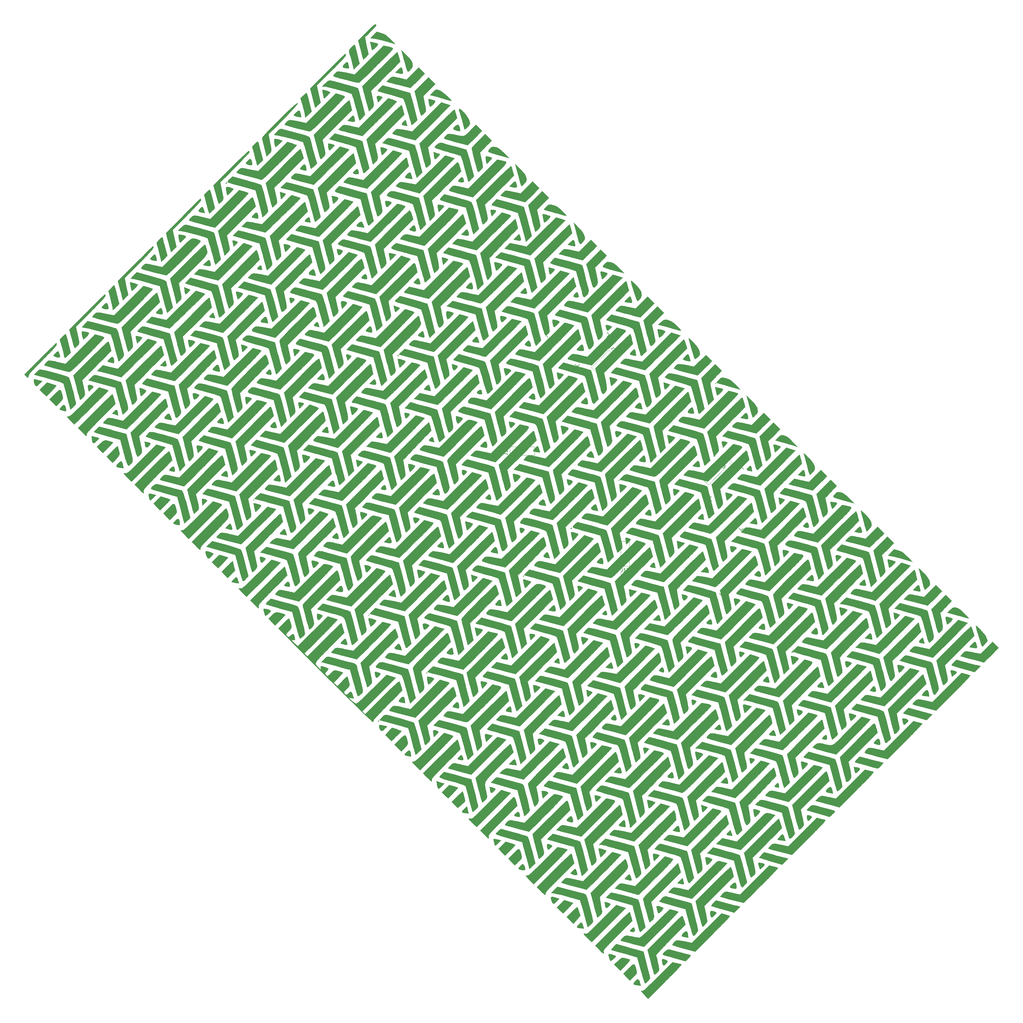
<source format=gbr>
G04 #@! TF.GenerationSoftware,KiCad,Pcbnew,9.0.2*
G04 #@! TF.CreationDate,2025-09-01T17:34:04-04:00*
G04 #@! TF.ProjectId,Trackball,54726163-6b62-4616-9c6c-2e6b69636164,rev?*
G04 #@! TF.SameCoordinates,Original*
G04 #@! TF.FileFunction,Legend,Top*
G04 #@! TF.FilePolarity,Positive*
%FSLAX46Y46*%
G04 Gerber Fmt 4.6, Leading zero omitted, Abs format (unit mm)*
G04 Created by KiCad (PCBNEW 9.0.2) date 2025-09-01 17:34:04*
%MOMM*%
%LPD*%
G01*
G04 APERTURE LIST*
%ADD10C,0.150000*%
%ADD11C,0.010000*%
%ADD12C,0.120000*%
G04 APERTURE END LIST*
D10*
X211784965Y-48563464D02*
X211279889Y-49068540D01*
X211279889Y-49068540D02*
X211145202Y-49135884D01*
X211145202Y-49135884D02*
X211010515Y-49135884D01*
X211010515Y-49135884D02*
X210875828Y-49068540D01*
X210875828Y-49068540D02*
X210808484Y-49001197D01*
X211784965Y-49977678D02*
X211380904Y-49573617D01*
X211582935Y-49775647D02*
X212290042Y-49068540D01*
X212290042Y-49068540D02*
X212121683Y-49102212D01*
X212121683Y-49102212D02*
X211986996Y-49102212D01*
X211986996Y-49102212D02*
X211885981Y-49068540D01*
X212694103Y-49607288D02*
X212761446Y-49607288D01*
X212761446Y-49607288D02*
X212862461Y-49640960D01*
X212862461Y-49640960D02*
X213030820Y-49809319D01*
X213030820Y-49809319D02*
X213064492Y-49910334D01*
X213064492Y-49910334D02*
X213064492Y-49977678D01*
X213064492Y-49977678D02*
X213030820Y-50078693D01*
X213030820Y-50078693D02*
X212963477Y-50146036D01*
X212963477Y-50146036D02*
X212828790Y-50213380D01*
X212828790Y-50213380D02*
X212020668Y-50213380D01*
X212020668Y-50213380D02*
X212458400Y-50651113D01*
X245142727Y-84138713D02*
X244637651Y-84643789D01*
X244637651Y-84643789D02*
X244502964Y-84711133D01*
X244502964Y-84711133D02*
X244368277Y-84711133D01*
X244368277Y-84711133D02*
X244233590Y-84643789D01*
X244233590Y-84643789D02*
X244166246Y-84576446D01*
X245142727Y-85552927D02*
X244738666Y-85148866D01*
X244940697Y-85350896D02*
X245647804Y-84643789D01*
X245647804Y-84643789D02*
X245479445Y-84677461D01*
X245479445Y-84677461D02*
X245344758Y-84677461D01*
X245344758Y-84677461D02*
X245243743Y-84643789D01*
X246489597Y-85485583D02*
X246152880Y-85148866D01*
X246152880Y-85148866D02*
X245782491Y-85451911D01*
X245782491Y-85451911D02*
X245849834Y-85451911D01*
X245849834Y-85451911D02*
X245950849Y-85485583D01*
X245950849Y-85485583D02*
X246119208Y-85653942D01*
X246119208Y-85653942D02*
X246152880Y-85754957D01*
X246152880Y-85754957D02*
X246152880Y-85822301D01*
X246152880Y-85822301D02*
X246119208Y-85923316D01*
X246119208Y-85923316D02*
X245950849Y-86091675D01*
X245950849Y-86091675D02*
X245849834Y-86125346D01*
X245849834Y-86125346D02*
X245782491Y-86125346D01*
X245782491Y-86125346D02*
X245681475Y-86091675D01*
X245681475Y-86091675D02*
X245513117Y-85923316D01*
X245513117Y-85923316D02*
X245479445Y-85822301D01*
X245479445Y-85822301D02*
X245479445Y-85754957D01*
X177636826Y-81586442D02*
X178351111Y-81586442D01*
X178351111Y-81586442D02*
X178493968Y-81634061D01*
X178493968Y-81634061D02*
X178589207Y-81729299D01*
X178589207Y-81729299D02*
X178636826Y-81872156D01*
X178636826Y-81872156D02*
X178636826Y-81967394D01*
X178636826Y-80586442D02*
X178636826Y-81157870D01*
X178636826Y-80872156D02*
X177636826Y-80872156D01*
X177636826Y-80872156D02*
X177779683Y-80967394D01*
X177779683Y-80967394D02*
X177874921Y-81062632D01*
X177874921Y-81062632D02*
X177922540Y-81157870D01*
X177636826Y-79967394D02*
X177636826Y-79872156D01*
X177636826Y-79872156D02*
X177684445Y-79776918D01*
X177684445Y-79776918D02*
X177732064Y-79729299D01*
X177732064Y-79729299D02*
X177827302Y-79681680D01*
X177827302Y-79681680D02*
X178017778Y-79634061D01*
X178017778Y-79634061D02*
X178255873Y-79634061D01*
X178255873Y-79634061D02*
X178446349Y-79681680D01*
X178446349Y-79681680D02*
X178541587Y-79729299D01*
X178541587Y-79729299D02*
X178589207Y-79776918D01*
X178589207Y-79776918D02*
X178636826Y-79872156D01*
X178636826Y-79872156D02*
X178636826Y-79967394D01*
X178636826Y-79967394D02*
X178589207Y-80062632D01*
X178589207Y-80062632D02*
X178541587Y-80110251D01*
X178541587Y-80110251D02*
X178446349Y-80157870D01*
X178446349Y-80157870D02*
X178255873Y-80205489D01*
X178255873Y-80205489D02*
X178017778Y-80205489D01*
X178017778Y-80205489D02*
X177827302Y-80157870D01*
X177827302Y-80157870D02*
X177732064Y-80110251D01*
X177732064Y-80110251D02*
X177684445Y-80062632D01*
X177684445Y-80062632D02*
X177636826Y-79967394D01*
X214398080Y-117257335D02*
X214398080Y-117971620D01*
X214398080Y-117971620D02*
X214350461Y-118114477D01*
X214350461Y-118114477D02*
X214255223Y-118209716D01*
X214255223Y-118209716D02*
X214112366Y-118257335D01*
X214112366Y-118257335D02*
X214017128Y-118257335D01*
X215398080Y-118257335D02*
X214826652Y-118257335D01*
X215112366Y-118257335D02*
X215112366Y-117257335D01*
X215112366Y-117257335D02*
X215017128Y-117400192D01*
X215017128Y-117400192D02*
X214921890Y-117495430D01*
X214921890Y-117495430D02*
X214826652Y-117543049D01*
X215731414Y-117257335D02*
X216350461Y-117257335D01*
X216350461Y-117257335D02*
X216017128Y-117638287D01*
X216017128Y-117638287D02*
X216159985Y-117638287D01*
X216159985Y-117638287D02*
X216255223Y-117685906D01*
X216255223Y-117685906D02*
X216302842Y-117733525D01*
X216302842Y-117733525D02*
X216350461Y-117828763D01*
X216350461Y-117828763D02*
X216350461Y-118066858D01*
X216350461Y-118066858D02*
X216302842Y-118162096D01*
X216302842Y-118162096D02*
X216255223Y-118209716D01*
X216255223Y-118209716D02*
X216159985Y-118257335D01*
X216159985Y-118257335D02*
X215874271Y-118257335D01*
X215874271Y-118257335D02*
X215779033Y-118209716D01*
X215779033Y-118209716D02*
X215731414Y-118162096D01*
D11*
X331268389Y-141899601D02*
X326746936Y-146421055D01*
X325338052Y-146033888D01*
X324377509Y-145775876D01*
X323144708Y-145452798D01*
X321886193Y-145129183D01*
X321731274Y-145089862D01*
X320722538Y-144827075D01*
X319935159Y-144608356D01*
X319495020Y-144469209D01*
X319445558Y-144445179D01*
X319561062Y-144223617D01*
X319955374Y-143770340D01*
X320164237Y-143556865D01*
X320569292Y-143180133D01*
X320937290Y-142972800D01*
X321405204Y-142921933D01*
X322110012Y-143014593D01*
X323188689Y-143237844D01*
X323295874Y-143261098D01*
X325621010Y-143765821D01*
X329377809Y-140009021D01*
X331268389Y-141899601D01*
G36*
X331268389Y-141899601D02*
G01*
X326746936Y-146421055D01*
X325338052Y-146033888D01*
X324377509Y-145775876D01*
X323144708Y-145452798D01*
X321886193Y-145129183D01*
X321731274Y-145089862D01*
X320722538Y-144827075D01*
X319935159Y-144608356D01*
X319495020Y-144469209D01*
X319445558Y-144445179D01*
X319561062Y-144223617D01*
X319955374Y-143770340D01*
X320164237Y-143556865D01*
X320569292Y-143180133D01*
X320937290Y-142972800D01*
X321405204Y-142921933D01*
X322110012Y-143014593D01*
X323188689Y-143237844D01*
X323295874Y-143261098D01*
X325621010Y-143765821D01*
X329377809Y-140009021D01*
X331268389Y-141899601D01*
G37*
X324748995Y-135367991D02*
X325296673Y-135903296D01*
X325918071Y-136582751D01*
X326529335Y-137312932D01*
X327046604Y-138000419D01*
X327386025Y-138551788D01*
X327454714Y-138718130D01*
X327637349Y-139335983D01*
X327728327Y-139687007D01*
X327730115Y-139700092D01*
X327577866Y-140017823D01*
X327192379Y-140513315D01*
X326722649Y-141021401D01*
X326317667Y-141376918D01*
X326154244Y-141447010D01*
X326010055Y-141190100D01*
X325763364Y-140538196D01*
X325451312Y-139612488D01*
X325111036Y-138534165D01*
X324779677Y-137424413D01*
X324494373Y-136404425D01*
X324292266Y-135595385D01*
X324210493Y-135118485D01*
X324210223Y-135103520D01*
X324358893Y-135070258D01*
X324748995Y-135367991D01*
G36*
X324748995Y-135367991D02*
G01*
X325296673Y-135903296D01*
X325918071Y-136582751D01*
X326529335Y-137312932D01*
X327046604Y-138000419D01*
X327386025Y-138551788D01*
X327454714Y-138718130D01*
X327637349Y-139335983D01*
X327728327Y-139687007D01*
X327730115Y-139700092D01*
X327577866Y-140017823D01*
X327192379Y-140513315D01*
X326722649Y-141021401D01*
X326317667Y-141376918D01*
X326154244Y-141447010D01*
X326010055Y-141190100D01*
X325763364Y-140538196D01*
X325451312Y-139612488D01*
X325111036Y-138534165D01*
X324779677Y-137424413D01*
X324494373Y-136404425D01*
X324292266Y-135595385D01*
X324210493Y-135118485D01*
X324210223Y-135103520D01*
X324358893Y-135070258D01*
X324748995Y-135367991D01*
G37*
X317871849Y-129333133D02*
X318098109Y-129391024D01*
X318799063Y-129698844D01*
X319610277Y-130298984D01*
X320538913Y-131170125D01*
X321224205Y-131872981D01*
X321709583Y-132405109D01*
X321916517Y-132679058D01*
X321910883Y-132697912D01*
X321598814Y-132629631D01*
X320901244Y-132448210D01*
X319946803Y-132187511D01*
X319541298Y-132074077D01*
X318382162Y-131751855D01*
X317293901Y-131456349D01*
X316474822Y-131241244D01*
X316342538Y-131208091D01*
X315356677Y-130965075D01*
X316271317Y-130052825D01*
X316874158Y-129505085D01*
X317338577Y-129290218D01*
X317871849Y-129333133D01*
G36*
X317871849Y-129333133D02*
G01*
X318098109Y-129391024D01*
X318799063Y-129698844D01*
X319610277Y-130298984D01*
X320538913Y-131170125D01*
X321224205Y-131872981D01*
X321709583Y-132405109D01*
X321916517Y-132679058D01*
X321910883Y-132697912D01*
X321598814Y-132629631D01*
X320901244Y-132448210D01*
X319946803Y-132187511D01*
X319541298Y-132074077D01*
X318382162Y-131751855D01*
X317293901Y-131456349D01*
X316474822Y-131241244D01*
X316342538Y-131208091D01*
X315356677Y-130965075D01*
X316271317Y-130052825D01*
X316874158Y-129505085D01*
X317338577Y-129290218D01*
X317871849Y-129333133D01*
G37*
X316697229Y-127328441D02*
X313154784Y-131087329D01*
X313604563Y-133473420D01*
X313809109Y-134708719D01*
X313866942Y-135547415D01*
X313777278Y-136107346D01*
X313584710Y-136451870D01*
X313112358Y-136987461D01*
X312755738Y-137186071D01*
X312465364Y-137004198D01*
X312191750Y-136398344D01*
X311885410Y-135325006D01*
X311767028Y-134854023D01*
X311445964Y-133595606D01*
X311119259Y-132382336D01*
X310840529Y-131411101D01*
X310752016Y-131126872D01*
X310358295Y-129913600D01*
X314820342Y-125451553D01*
X316697229Y-127328441D01*
G36*
X316697229Y-127328441D02*
G01*
X313154784Y-131087329D01*
X313604563Y-133473420D01*
X313809109Y-134708719D01*
X313866942Y-135547415D01*
X313777278Y-136107346D01*
X313584710Y-136451870D01*
X313112358Y-136987461D01*
X312755738Y-137186071D01*
X312465364Y-137004198D01*
X312191750Y-136398344D01*
X311885410Y-135325006D01*
X311767028Y-134854023D01*
X311445964Y-133595606D01*
X311119259Y-132382336D01*
X310840529Y-131411101D01*
X310752016Y-131126872D01*
X310358295Y-129913600D01*
X314820342Y-125451553D01*
X316697229Y-127328441D01*
G37*
X313685993Y-124317205D02*
X309238492Y-128755431D01*
X306936761Y-128155222D01*
X305672886Y-127825949D01*
X304401856Y-127495306D01*
X303360509Y-127224892D01*
X303189579Y-127180591D01*
X301744127Y-126806171D01*
X302587580Y-125962718D01*
X303005628Y-125565851D01*
X303373618Y-125343119D01*
X303829224Y-125279415D01*
X304510124Y-125359635D01*
X305553991Y-125568672D01*
X305767465Y-125613820D01*
X308103899Y-126108373D01*
X311795413Y-122426625D01*
X313685993Y-124317205D01*
G36*
X313685993Y-124317205D02*
G01*
X309238492Y-128755431D01*
X306936761Y-128155222D01*
X305672886Y-127825949D01*
X304401856Y-127495306D01*
X303360509Y-127224892D01*
X303189579Y-127180591D01*
X301744127Y-126806171D01*
X302587580Y-125962718D01*
X303005628Y-125565851D01*
X303373618Y-125343119D01*
X303829224Y-125279415D01*
X304510124Y-125359635D01*
X305553991Y-125568672D01*
X305767465Y-125613820D01*
X308103899Y-126108373D01*
X311795413Y-122426625D01*
X313685993Y-124317205D01*
G37*
X306615420Y-117325050D02*
X307068099Y-117739525D01*
X307722776Y-118381880D01*
X308014345Y-118676881D01*
X308881978Y-119608427D01*
X309425355Y-120327203D01*
X309732981Y-120960395D01*
X309824503Y-121278078D01*
X309925444Y-121963314D01*
X309771851Y-122471895D01*
X309284019Y-123047109D01*
X309225727Y-123105731D01*
X308703059Y-123586043D01*
X308352589Y-123829591D01*
X308287880Y-123834600D01*
X308190332Y-123562041D01*
X307988573Y-122893252D01*
X307716080Y-121948710D01*
X307406331Y-120848890D01*
X307092799Y-119714270D01*
X306808961Y-118665327D01*
X306588294Y-117822537D01*
X306464273Y-117306376D01*
X306449136Y-117217163D01*
X306615420Y-117325050D01*
G36*
X306615420Y-117325050D02*
G01*
X307068099Y-117739525D01*
X307722776Y-118381880D01*
X308014345Y-118676881D01*
X308881978Y-119608427D01*
X309425355Y-120327203D01*
X309732981Y-120960395D01*
X309824503Y-121278078D01*
X309925444Y-121963314D01*
X309771851Y-122471895D01*
X309284019Y-123047109D01*
X309225727Y-123105731D01*
X308703059Y-123586043D01*
X308352589Y-123829591D01*
X308287880Y-123834600D01*
X308190332Y-123562041D01*
X307988573Y-122893252D01*
X307716080Y-121948710D01*
X307406331Y-120848890D01*
X307092799Y-119714270D01*
X306808961Y-118665327D01*
X306588294Y-117822537D01*
X306464273Y-117306376D01*
X306449136Y-117217163D01*
X306615420Y-117325050D01*
G37*
X300042252Y-111654683D02*
X300782349Y-111888077D01*
X301403465Y-112212499D01*
X302060789Y-112730896D01*
X302909509Y-113546219D01*
X302940560Y-113577356D01*
X304511095Y-115153475D01*
X300927434Y-114116514D01*
X299602221Y-113754298D01*
X298444386Y-113477556D01*
X297557940Y-113308211D01*
X297046892Y-113268186D01*
X296981940Y-113284892D01*
X296949824Y-113227724D01*
X297231690Y-112871845D01*
X297667292Y-112399180D01*
X298714480Y-111308131D01*
X300042252Y-111654683D01*
G36*
X300042252Y-111654683D02*
G01*
X300782349Y-111888077D01*
X301403465Y-112212499D01*
X302060789Y-112730896D01*
X302909509Y-113546219D01*
X302940560Y-113577356D01*
X304511095Y-115153475D01*
X300927434Y-114116514D01*
X299602221Y-113754298D01*
X298444386Y-113477556D01*
X297557940Y-113308211D01*
X297046892Y-113268186D01*
X296981940Y-113284892D01*
X296949824Y-113227724D01*
X297231690Y-112871845D01*
X297667292Y-112399180D01*
X298714480Y-111308131D01*
X300042252Y-111654683D01*
G37*
X298750410Y-109381621D02*
X295011098Y-113120933D01*
X295602230Y-115739023D01*
X295865113Y-116930555D01*
X296002219Y-117724957D01*
X296005917Y-118246620D01*
X295868582Y-118619933D01*
X295582582Y-118969288D01*
X295392247Y-119162992D01*
X294887081Y-119639731D01*
X294564295Y-119885396D01*
X294516434Y-119894171D01*
X294427966Y-119623175D01*
X294232155Y-118923298D01*
X293953153Y-117883984D01*
X293615114Y-116594671D01*
X293390872Y-115726109D01*
X292340008Y-111632746D01*
X296670771Y-107301983D01*
X298750410Y-109381621D01*
G36*
X298750410Y-109381621D02*
G01*
X295011098Y-113120933D01*
X295602230Y-115739023D01*
X295865113Y-116930555D01*
X296002219Y-117724957D01*
X296005917Y-118246620D01*
X295868582Y-118619933D01*
X295582582Y-118969288D01*
X295392247Y-119162992D01*
X294887081Y-119639731D01*
X294564295Y-119885396D01*
X294516434Y-119894171D01*
X294427966Y-119623175D01*
X294232155Y-118923298D01*
X293953153Y-117883984D01*
X293615114Y-116594671D01*
X293390872Y-115726109D01*
X292340008Y-111632746D01*
X296670771Y-107301983D01*
X298750410Y-109381621D01*
G37*
X295737481Y-106368692D02*
X293473231Y-108526414D01*
X291208981Y-110684135D01*
X287492087Y-109729475D01*
X286163467Y-109384568D01*
X285034180Y-109084458D01*
X284198320Y-108854692D01*
X283749983Y-108720814D01*
X283700480Y-108700101D01*
X283823892Y-108486412D01*
X284222586Y-108037437D01*
X284431707Y-107824335D01*
X284836220Y-107447794D01*
X285204700Y-107239820D01*
X285673867Y-107187079D01*
X286380446Y-107276233D01*
X287461161Y-107493949D01*
X287574078Y-107517833D01*
X289910512Y-108012386D01*
X293645843Y-104277055D01*
X295737481Y-106368692D01*
G36*
X295737481Y-106368692D02*
G01*
X293473231Y-108526414D01*
X291208981Y-110684135D01*
X287492087Y-109729475D01*
X286163467Y-109384568D01*
X285034180Y-109084458D01*
X284198320Y-108854692D01*
X283749983Y-108720814D01*
X283700480Y-108700101D01*
X283823892Y-108486412D01*
X284222586Y-108037437D01*
X284431707Y-107824335D01*
X284836220Y-107447794D01*
X285204700Y-107239820D01*
X285673867Y-107187079D01*
X286380446Y-107276233D01*
X287461161Y-107493949D01*
X287574078Y-107517833D01*
X289910512Y-108012386D01*
X293645843Y-104277055D01*
X295737481Y-106368692D01*
G37*
X288674334Y-99387208D02*
X289161291Y-99822373D01*
X289830209Y-100468106D01*
X290003291Y-100640873D01*
X290831519Y-101523126D01*
X291337624Y-102212482D01*
X291617306Y-102849759D01*
X291686247Y-103117193D01*
X291777787Y-103809824D01*
X291619572Y-104323670D01*
X291129935Y-104901976D01*
X291065118Y-104967200D01*
X290223045Y-105809273D01*
X289777217Y-104269990D01*
X289204208Y-102265840D01*
X288793366Y-100770015D01*
X288544395Y-99781381D01*
X288456998Y-99298803D01*
X288464794Y-99248970D01*
X288674334Y-99387208D01*
G36*
X288674334Y-99387208D02*
G01*
X289161291Y-99822373D01*
X289830209Y-100468106D01*
X290003291Y-100640873D01*
X290831519Y-101523126D01*
X291337624Y-102212482D01*
X291617306Y-102849759D01*
X291686247Y-103117193D01*
X291777787Y-103809824D01*
X291619572Y-104323670D01*
X291129935Y-104901976D01*
X291065118Y-104967200D01*
X290223045Y-105809273D01*
X289777217Y-104269990D01*
X289204208Y-102265840D01*
X288793366Y-100770015D01*
X288544395Y-99781381D01*
X288456998Y-99298803D01*
X288464794Y-99248970D01*
X288674334Y-99387208D01*
G37*
X282199965Y-93624757D02*
X282867224Y-93862391D01*
X283517729Y-94267693D01*
X284290422Y-94937726D01*
X284815583Y-95452002D01*
X286361902Y-97003527D01*
X283247652Y-96147559D01*
X282018898Y-95796555D01*
X280976926Y-95474020D01*
X280231965Y-95215774D01*
X279894475Y-95057872D01*
X279900325Y-94716475D01*
X280324368Y-94156679D01*
X280393107Y-94086596D01*
X280951132Y-93620560D01*
X281485286Y-93494756D01*
X282199965Y-93624757D01*
G36*
X282199965Y-93624757D02*
G01*
X282867224Y-93862391D01*
X283517729Y-94267693D01*
X284290422Y-94937726D01*
X284815583Y-95452002D01*
X286361902Y-97003527D01*
X283247652Y-96147559D01*
X282018898Y-95796555D01*
X280976926Y-95474020D01*
X280231965Y-95215774D01*
X279894475Y-95057872D01*
X279900325Y-94716475D01*
X280324368Y-94156679D01*
X280393107Y-94086596D01*
X280951132Y-93620560D01*
X281485286Y-93494756D01*
X282199965Y-93624757D01*
G37*
X280965263Y-91596475D02*
X277411063Y-95367118D01*
X277862098Y-97657425D01*
X278069896Y-98770193D01*
X278152149Y-99497936D01*
X278095436Y-99978478D01*
X277886340Y-100349642D01*
X277566405Y-100694458D01*
X277071528Y-101140046D01*
X276751065Y-101337570D01*
X276709974Y-101331480D01*
X276602523Y-101047378D01*
X276384096Y-100344553D01*
X276083721Y-99320368D01*
X275730427Y-98072181D01*
X275625740Y-97694963D01*
X274651212Y-94168151D01*
X279088375Y-89719587D01*
X280965263Y-91596475D01*
G36*
X280965263Y-91596475D02*
G01*
X277411063Y-95367118D01*
X277862098Y-97657425D01*
X278069896Y-98770193D01*
X278152149Y-99497936D01*
X278095436Y-99978478D01*
X277886340Y-100349642D01*
X277566405Y-100694458D01*
X277071528Y-101140046D01*
X276751065Y-101337570D01*
X276709974Y-101331480D01*
X276602523Y-101047378D01*
X276384096Y-100344553D01*
X276083721Y-99320368D01*
X275730427Y-98072181D01*
X275625740Y-97694963D01*
X274651212Y-94168151D01*
X279088375Y-89719587D01*
X280965263Y-91596475D01*
G37*
X277954027Y-88585239D02*
X275730277Y-90804352D01*
X273506526Y-93023465D01*
X271204795Y-92423256D01*
X269940920Y-92093983D01*
X268669890Y-91763340D01*
X267628542Y-91492925D01*
X267457612Y-91448625D01*
X266012160Y-91074204D01*
X267715957Y-89370407D01*
X270032119Y-89890115D01*
X272348282Y-90409824D01*
X276063447Y-86694659D01*
X277954027Y-88585239D01*
G36*
X277954027Y-88585239D02*
G01*
X275730277Y-90804352D01*
X273506526Y-93023465D01*
X271204795Y-92423256D01*
X269940920Y-92093983D01*
X268669890Y-91763340D01*
X267628542Y-91492925D01*
X267457612Y-91448625D01*
X266012160Y-91074204D01*
X267715957Y-89370407D01*
X270032119Y-89890115D01*
X272348282Y-90409824D01*
X276063447Y-86694659D01*
X277954027Y-88585239D01*
G37*
X270883453Y-81593083D02*
X271336133Y-82007559D01*
X271990809Y-82649913D01*
X272282379Y-82944915D01*
X273150012Y-83876461D01*
X273693388Y-84595236D01*
X274001014Y-85228428D01*
X274092536Y-85546112D01*
X274193477Y-86231348D01*
X274039884Y-86739928D01*
X273552053Y-87315142D01*
X273493760Y-87373764D01*
X272971093Y-87854077D01*
X272620623Y-88097624D01*
X272555913Y-88102633D01*
X272458365Y-87830074D01*
X272256606Y-87161286D01*
X271984114Y-86216744D01*
X271674365Y-85116924D01*
X271360833Y-83982304D01*
X271076994Y-82933361D01*
X270856328Y-82090570D01*
X270732307Y-81574409D01*
X270717169Y-81485196D01*
X270883453Y-81593083D01*
G36*
X270883453Y-81593083D02*
G01*
X271336133Y-82007559D01*
X271990809Y-82649913D01*
X272282379Y-82944915D01*
X273150012Y-83876461D01*
X273693388Y-84595236D01*
X274001014Y-85228428D01*
X274092536Y-85546112D01*
X274193477Y-86231348D01*
X274039884Y-86739928D01*
X273552053Y-87315142D01*
X273493760Y-87373764D01*
X272971093Y-87854077D01*
X272620623Y-88097624D01*
X272555913Y-88102633D01*
X272458365Y-87830074D01*
X272256606Y-87161286D01*
X271984114Y-86216744D01*
X271674365Y-85116924D01*
X271360833Y-83982304D01*
X271076994Y-82933361D01*
X270856328Y-82090570D01*
X270732307Y-81574409D01*
X270717169Y-81485196D01*
X270883453Y-81593083D01*
G37*
X264428967Y-75928248D02*
X264580244Y-75963543D01*
X265198385Y-76182281D01*
X265829294Y-76581343D01*
X266598855Y-77250511D01*
X267173588Y-77813063D01*
X268777863Y-79422774D01*
X267268893Y-78986479D01*
X266204435Y-78680533D01*
X264920466Y-78314060D01*
X263812757Y-77999751D01*
X261865589Y-77449320D01*
X262728382Y-76586528D01*
X263322880Y-76056453D01*
X263812300Y-75863078D01*
X264428967Y-75928248D01*
G36*
X264428967Y-75928248D02*
G01*
X264580244Y-75963543D01*
X265198385Y-76182281D01*
X265829294Y-76581343D01*
X266598855Y-77250511D01*
X267173588Y-77813063D01*
X268777863Y-79422774D01*
X267268893Y-78986479D01*
X266204435Y-78680533D01*
X264920466Y-78314060D01*
X263812757Y-77999751D01*
X261865589Y-77449320D01*
X262728382Y-76586528D01*
X263322880Y-76056453D01*
X263812300Y-75863078D01*
X264428967Y-75928248D01*
G37*
X263396559Y-74027771D02*
X259644335Y-77779995D01*
X260164043Y-80096157D01*
X260405086Y-81205380D01*
X260514675Y-81930529D01*
X260479289Y-82409096D01*
X260285413Y-82778577D01*
X259919526Y-83176466D01*
X259854831Y-83241241D01*
X259346789Y-83692660D01*
X259018828Y-83877444D01*
X258963123Y-83849360D01*
X258876208Y-83523433D01*
X258680495Y-82779497D01*
X258402069Y-81716993D01*
X258067014Y-80435361D01*
X257941681Y-79955294D01*
X256983025Y-76282029D01*
X261316921Y-71948133D01*
X263396559Y-74027771D01*
G36*
X263396559Y-74027771D02*
G01*
X259644335Y-77779995D01*
X260164043Y-80096157D01*
X260405086Y-81205380D01*
X260514675Y-81930529D01*
X260479289Y-82409096D01*
X260285413Y-82778577D01*
X259919526Y-83176466D01*
X259854831Y-83241241D01*
X259346789Y-83692660D01*
X259018828Y-83877444D01*
X258963123Y-83849360D01*
X258876208Y-83523433D01*
X258680495Y-82779497D01*
X258402069Y-81716993D01*
X258067014Y-80435361D01*
X257941681Y-79955294D01*
X256983025Y-76282029D01*
X261316921Y-71948133D01*
X263396559Y-74027771D01*
G37*
X260389201Y-71020412D02*
X258184140Y-73165253D01*
X255979077Y-75310094D01*
X252764340Y-74502734D01*
X251111303Y-74089290D01*
X249916897Y-73782745D01*
X249123379Y-73551068D01*
X248673008Y-73362226D01*
X248508043Y-73184182D01*
X248570742Y-72984903D01*
X248803361Y-72732357D01*
X249083029Y-72460428D01*
X249493903Y-72071935D01*
X249858960Y-71856718D01*
X250315566Y-71801449D01*
X251001092Y-71892800D01*
X252052902Y-72117443D01*
X252223606Y-72155720D01*
X254539769Y-72675428D01*
X258291993Y-68923204D01*
X260389201Y-71020412D01*
G36*
X260389201Y-71020412D02*
G01*
X258184140Y-73165253D01*
X255979077Y-75310094D01*
X252764340Y-74502734D01*
X251111303Y-74089290D01*
X249916897Y-73782745D01*
X249123379Y-73551068D01*
X248673008Y-73362226D01*
X248508043Y-73184182D01*
X248570742Y-72984903D01*
X248803361Y-72732357D01*
X249083029Y-72460428D01*
X249493903Y-72071935D01*
X249858960Y-71856718D01*
X250315566Y-71801449D01*
X251001092Y-71892800D01*
X252052902Y-72117443D01*
X252223606Y-72155720D01*
X254539769Y-72675428D01*
X258291993Y-68923204D01*
X260389201Y-71020412D01*
G37*
X254512225Y-65149807D02*
X255363832Y-66043599D01*
X255897131Y-66721312D01*
X256202117Y-67312170D01*
X256332397Y-67763342D01*
X256423666Y-68458947D01*
X256262715Y-68974931D01*
X255767691Y-69556677D01*
X255717301Y-69607315D01*
X254881264Y-70443353D01*
X254539700Y-69366981D01*
X254311544Y-68609092D01*
X254001670Y-67528986D01*
X253665595Y-66321271D01*
X253555566Y-65917408D01*
X252912995Y-63544207D01*
X254512225Y-65149807D01*
G36*
X254512225Y-65149807D02*
G01*
X255363832Y-66043599D01*
X255897131Y-66721312D01*
X256202117Y-67312170D01*
X256332397Y-67763342D01*
X256423666Y-68458947D01*
X256262715Y-68974931D01*
X255767691Y-69556677D01*
X255717301Y-69607315D01*
X254881264Y-70443353D01*
X254539700Y-69366981D01*
X254311544Y-68609092D01*
X254001670Y-67528986D01*
X253665595Y-66321271D01*
X253555566Y-65917408D01*
X252912995Y-63544207D01*
X254512225Y-65149807D01*
G37*
X245920570Y-58014539D02*
X246578044Y-58186873D01*
X247359005Y-58451839D01*
X248015611Y-58811386D01*
X248712104Y-59374648D01*
X249474449Y-60111447D01*
X251007473Y-61650257D01*
X247352174Y-60635984D01*
X246038209Y-60267739D01*
X244922885Y-59948241D01*
X244100439Y-59705022D01*
X243665110Y-59565612D01*
X243621170Y-59546007D01*
X243744586Y-59331528D01*
X244144155Y-58877985D01*
X244380064Y-58635706D01*
X244903397Y-58157852D01*
X245345689Y-57965339D01*
X245920570Y-58014539D01*
G36*
X245920570Y-58014539D02*
G01*
X246578044Y-58186873D01*
X247359005Y-58451839D01*
X248015611Y-58811386D01*
X248712104Y-59374648D01*
X249474449Y-60111447D01*
X251007473Y-61650257D01*
X247352174Y-60635984D01*
X246038209Y-60267739D01*
X244922885Y-59948241D01*
X244100439Y-59705022D01*
X243665110Y-59565612D01*
X243621170Y-59546007D01*
X243744586Y-59331528D01*
X244144155Y-58877985D01*
X244380064Y-58635706D01*
X244903397Y-58157852D01*
X245345689Y-57965339D01*
X245920570Y-58014539D01*
G37*
X245246989Y-55878201D02*
X243501097Y-57629882D01*
X242726493Y-58435556D01*
X242113713Y-59126723D01*
X241752136Y-59599975D01*
X241693782Y-59720784D01*
X241724933Y-60119161D01*
X241860161Y-60898563D01*
X242074175Y-61921169D01*
X242191229Y-62431534D01*
X242750097Y-64803065D01*
X241056874Y-66496289D01*
X240810810Y-65513475D01*
X240645212Y-64868805D01*
X240378731Y-63850011D01*
X240048794Y-62599512D01*
X239709263Y-61321398D01*
X238853779Y-58112133D01*
X243167350Y-53798562D01*
X245246989Y-55878201D01*
G36*
X245246989Y-55878201D02*
G01*
X243501097Y-57629882D01*
X242726493Y-58435556D01*
X242113713Y-59126723D01*
X241752136Y-59599975D01*
X241693782Y-59720784D01*
X241724933Y-60119161D01*
X241860161Y-60898563D01*
X242074175Y-61921169D01*
X242191229Y-62431534D01*
X242750097Y-64803065D01*
X241056874Y-66496289D01*
X240810810Y-65513475D01*
X240645212Y-64868805D01*
X240378731Y-63850011D01*
X240048794Y-62599512D01*
X239709263Y-61321398D01*
X238853779Y-58112133D01*
X243167350Y-53798562D01*
X245246989Y-55878201D01*
G37*
X242222060Y-52853272D02*
X239997567Y-55071642D01*
X237773073Y-57290012D01*
X234108137Y-56332187D01*
X232790616Y-55973317D01*
X231675332Y-55641903D01*
X230856581Y-55368105D01*
X230428661Y-55182082D01*
X230388461Y-55142479D01*
X230522108Y-54814262D01*
X230921114Y-54324137D01*
X230972626Y-54271689D01*
X231318274Y-53978720D01*
X231707092Y-53827443D01*
X232265677Y-53810526D01*
X233120622Y-53920641D01*
X234083138Y-54091577D01*
X236554743Y-54550372D01*
X238449958Y-52763378D01*
X240345173Y-50976384D01*
X242222060Y-52853272D01*
G36*
X242222060Y-52853272D02*
G01*
X239997567Y-55071642D01*
X237773073Y-57290012D01*
X234108137Y-56332187D01*
X232790616Y-55973317D01*
X231675332Y-55641903D01*
X230856581Y-55368105D01*
X230428661Y-55182082D01*
X230388461Y-55142479D01*
X230522108Y-54814262D01*
X230921114Y-54324137D01*
X230972626Y-54271689D01*
X231318274Y-53978720D01*
X231707092Y-53827443D01*
X232265677Y-53810526D01*
X233120622Y-53920641D01*
X234083138Y-54091577D01*
X236554743Y-54550372D01*
X238449958Y-52763378D01*
X240345173Y-50976384D01*
X242222060Y-52853272D01*
G37*
X235146593Y-45862943D02*
X235601372Y-46267931D01*
X236252244Y-46898022D01*
X236463976Y-47110327D01*
X237532429Y-48304831D01*
X238131059Y-49255974D01*
X238216791Y-49485279D01*
X238379299Y-50182703D01*
X238413602Y-50685844D01*
X238410524Y-50703691D01*
X238178328Y-51143805D01*
X237735639Y-51654291D01*
X237253104Y-52065422D01*
X236901372Y-52207470D01*
X236899098Y-52206959D01*
X236765678Y-51952115D01*
X236529984Y-51300966D01*
X236227911Y-50373785D01*
X235895354Y-49290844D01*
X235568209Y-48172414D01*
X235282372Y-47138769D01*
X235073737Y-46310181D01*
X234978200Y-45806923D01*
X234975790Y-45762643D01*
X235146593Y-45862943D01*
G36*
X235146593Y-45862943D02*
G01*
X235601372Y-46267931D01*
X236252244Y-46898022D01*
X236463976Y-47110327D01*
X237532429Y-48304831D01*
X238131059Y-49255974D01*
X238216791Y-49485279D01*
X238379299Y-50182703D01*
X238413602Y-50685844D01*
X238410524Y-50703691D01*
X238178328Y-51143805D01*
X237735639Y-51654291D01*
X237253104Y-52065422D01*
X236901372Y-52207470D01*
X236899098Y-52206959D01*
X236765678Y-51952115D01*
X236529984Y-51300966D01*
X236227911Y-50373785D01*
X235895354Y-49290844D01*
X235568209Y-48172414D01*
X235282372Y-47138769D01*
X235073737Y-46310181D01*
X234978200Y-45806923D01*
X234975790Y-45762643D01*
X235146593Y-45862943D01*
G37*
X228262363Y-40045831D02*
X228649156Y-40147112D01*
X229386527Y-40414540D01*
X230071725Y-40833842D01*
X230859897Y-41510600D01*
X231342916Y-41980348D01*
X232072771Y-42720977D01*
X232455193Y-43159027D01*
X232531330Y-43359266D01*
X232342333Y-43386470D01*
X232224282Y-43367679D01*
X231646301Y-43233215D01*
X230757757Y-42997410D01*
X229840319Y-42737108D01*
X228692589Y-42406339D01*
X227528814Y-42079167D01*
X226799173Y-41879837D01*
X225512977Y-41536312D01*
X226489374Y-40677171D01*
X227128553Y-40166062D01*
X227637777Y-39975684D01*
X228262363Y-40045831D01*
G36*
X228262363Y-40045831D02*
G01*
X228649156Y-40147112D01*
X229386527Y-40414540D01*
X230071725Y-40833842D01*
X230859897Y-41510600D01*
X231342916Y-41980348D01*
X232072771Y-42720977D01*
X232455193Y-43159027D01*
X232531330Y-43359266D01*
X232342333Y-43386470D01*
X232224282Y-43367679D01*
X231646301Y-43233215D01*
X230757757Y-42997410D01*
X229840319Y-42737108D01*
X228692589Y-42406339D01*
X227528814Y-42079167D01*
X226799173Y-41879837D01*
X225512977Y-41536312D01*
X226489374Y-40677171D01*
X227128553Y-40166062D01*
X227637777Y-39975684D01*
X228262363Y-40045831D01*
G37*
X227286477Y-37917688D02*
X223550141Y-41654024D01*
X224145010Y-44273141D01*
X224408527Y-45470749D01*
X224543321Y-46270179D01*
X224545112Y-46793312D01*
X224409622Y-47162024D01*
X224132571Y-47498196D01*
X224028069Y-47604069D01*
X223484069Y-48039091D01*
X223121109Y-48113031D01*
X223090640Y-48090262D01*
X222948309Y-47763118D01*
X222707774Y-47013874D01*
X222397794Y-45939876D01*
X222047124Y-44638475D01*
X221883503Y-44003776D01*
X220901981Y-40142907D01*
X225206838Y-35838050D01*
X227286477Y-37917688D01*
G36*
X227286477Y-37917688D02*
G01*
X223550141Y-41654024D01*
X224145010Y-44273141D01*
X224408527Y-45470749D01*
X224543321Y-46270179D01*
X224545112Y-46793312D01*
X224409622Y-47162024D01*
X224132571Y-47498196D01*
X224028069Y-47604069D01*
X223484069Y-48039091D01*
X223121109Y-48113031D01*
X223090640Y-48090262D01*
X222948309Y-47763118D01*
X222707774Y-47013874D01*
X222397794Y-45939876D01*
X222047124Y-44638475D01*
X221883503Y-44003776D01*
X220901981Y-40142907D01*
X225206838Y-35838050D01*
X227286477Y-37917688D01*
G37*
X224261548Y-34892760D02*
X219938961Y-39215347D01*
X218998877Y-39057242D01*
X218348986Y-38926489D01*
X217976813Y-38811214D01*
X217957148Y-38797493D01*
X217671111Y-38696395D01*
X216977266Y-38502575D01*
X215988180Y-38246409D01*
X215108880Y-38028864D01*
X213970971Y-37745789D01*
X213042989Y-37502199D01*
X212437422Y-37328405D01*
X212262046Y-37261667D01*
X212369853Y-37032433D01*
X212759457Y-36574504D01*
X212967774Y-36360402D01*
X213372288Y-35983861D01*
X213740767Y-35775887D01*
X214209934Y-35723146D01*
X214916513Y-35812301D01*
X215997228Y-36030016D01*
X216110146Y-36053900D01*
X218446579Y-36548453D01*
X222181910Y-32813122D01*
X224261548Y-34892760D01*
G36*
X224261548Y-34892760D02*
G01*
X219938961Y-39215347D01*
X218998877Y-39057242D01*
X218348986Y-38926489D01*
X217976813Y-38811214D01*
X217957148Y-38797493D01*
X217671111Y-38696395D01*
X216977266Y-38502575D01*
X215988180Y-38246409D01*
X215108880Y-38028864D01*
X213970971Y-37745789D01*
X213042989Y-37502199D01*
X212437422Y-37328405D01*
X212262046Y-37261667D01*
X212369853Y-37032433D01*
X212759457Y-36574504D01*
X212967774Y-36360402D01*
X213372288Y-35983861D01*
X213740767Y-35775887D01*
X214209934Y-35723146D01*
X214916513Y-35812301D01*
X215997228Y-36030016D01*
X216110146Y-36053900D01*
X218446579Y-36548453D01*
X222181910Y-32813122D01*
X224261548Y-34892760D01*
G37*
X217185312Y-27958058D02*
X217640378Y-28321838D01*
X218292675Y-28927127D01*
X218530340Y-29161551D01*
X219341426Y-30010265D01*
X219840817Y-30654172D01*
X220123484Y-31235693D01*
X220257336Y-31751379D01*
X220310219Y-32663090D01*
X220007755Y-33375092D01*
X219896910Y-33518671D01*
X219421789Y-33992469D01*
X219039130Y-34206940D01*
X219018444Y-34208079D01*
X218857983Y-33968718D01*
X218595596Y-33333048D01*
X218269382Y-32420840D01*
X217917441Y-31351865D01*
X217577866Y-30245893D01*
X217288760Y-29222694D01*
X217088218Y-28402038D01*
X217014324Y-27907620D01*
X217185312Y-27958058D01*
G36*
X217185312Y-27958058D02*
G01*
X217640378Y-28321838D01*
X218292675Y-28927127D01*
X218530340Y-29161551D01*
X219341426Y-30010265D01*
X219840817Y-30654172D01*
X220123484Y-31235693D01*
X220257336Y-31751379D01*
X220310219Y-32663090D01*
X220007755Y-33375092D01*
X219896910Y-33518671D01*
X219421789Y-33992469D01*
X219039130Y-34206940D01*
X219018444Y-34208079D01*
X218857983Y-33968718D01*
X218595596Y-33333048D01*
X218269382Y-32420840D01*
X217917441Y-31351865D01*
X217577866Y-30245893D01*
X217288760Y-29222694D01*
X217088218Y-28402038D01*
X217014324Y-27907620D01*
X217185312Y-27958058D01*
G37*
X210651677Y-22114021D02*
X211604658Y-22525003D01*
X212690353Y-23353868D01*
X213331838Y-23963050D01*
X214893261Y-25524473D01*
X211612299Y-24656073D01*
X210369565Y-24311578D01*
X209333214Y-23994745D01*
X208603212Y-23738299D01*
X208279531Y-23574967D01*
X208272635Y-23562789D01*
X208408105Y-23225117D01*
X208812194Y-22752916D01*
X209314079Y-22316345D01*
X209742935Y-22085564D01*
X209758607Y-22082607D01*
X210651677Y-22114021D01*
G36*
X210651677Y-22114021D02*
G01*
X211604658Y-22525003D01*
X212690353Y-23353868D01*
X213331838Y-23963050D01*
X214893261Y-25524473D01*
X211612299Y-24656073D01*
X210369565Y-24311578D01*
X209333214Y-23994745D01*
X208603212Y-23738299D01*
X208279531Y-23574967D01*
X208272635Y-23562789D01*
X208408105Y-23225117D01*
X208812194Y-22752916D01*
X209314079Y-22316345D01*
X209742935Y-22085564D01*
X209758607Y-22082607D01*
X210651677Y-22114021D01*
G37*
X209515022Y-20146234D02*
X207674352Y-21992195D01*
X205833681Y-23838155D01*
X206350946Y-26246000D01*
X206587665Y-27464311D01*
X206673956Y-28289689D01*
X206611522Y-28841836D01*
X206402065Y-29240459D01*
X206393694Y-29251089D01*
X205858530Y-29843564D01*
X205471092Y-30014655D01*
X205168967Y-29733041D01*
X204889745Y-28967395D01*
X204746984Y-28424639D01*
X204436967Y-27223772D01*
X204060790Y-25833586D01*
X203739348Y-24693032D01*
X203166619Y-22713477D01*
X207624442Y-18255654D01*
X209515022Y-20146234D01*
G36*
X209515022Y-20146234D02*
G01*
X207674352Y-21992195D01*
X205833681Y-23838155D01*
X206350946Y-26246000D01*
X206587665Y-27464311D01*
X206673956Y-28289689D01*
X206611522Y-28841836D01*
X206402065Y-29240459D01*
X206393694Y-29251089D01*
X205858530Y-29843564D01*
X205471092Y-30014655D01*
X205168967Y-29733041D01*
X204889745Y-28967395D01*
X204746984Y-28424639D01*
X204436967Y-27223772D01*
X204060790Y-25833586D01*
X203739348Y-24693032D01*
X203166619Y-22713477D01*
X207624442Y-18255654D01*
X209515022Y-20146234D01*
G37*
X206490094Y-17121306D02*
X204266343Y-19340419D01*
X202042593Y-21559532D01*
X199740861Y-20959323D01*
X198476986Y-20630049D01*
X197205957Y-20299407D01*
X196164609Y-20028992D01*
X195993679Y-19984692D01*
X194548228Y-19610271D01*
X195391680Y-18766819D01*
X195809729Y-18369952D01*
X196177718Y-18147219D01*
X196633325Y-18083517D01*
X197314224Y-18163736D01*
X198358091Y-18372773D01*
X198571565Y-18417920D01*
X200907999Y-18912473D01*
X204599514Y-15230725D01*
X206490094Y-17121306D01*
G36*
X206490094Y-17121306D02*
G01*
X204266343Y-19340419D01*
X202042593Y-21559532D01*
X199740861Y-20959323D01*
X198476986Y-20630049D01*
X197205957Y-20299407D01*
X196164609Y-20028992D01*
X195993679Y-19984692D01*
X194548228Y-19610271D01*
X195391680Y-18766819D01*
X195809729Y-18369952D01*
X196177718Y-18147219D01*
X196633325Y-18083517D01*
X197314224Y-18163736D01*
X198358091Y-18372773D01*
X198571565Y-18417920D01*
X200907999Y-18912473D01*
X204599514Y-15230725D01*
X206490094Y-17121306D01*
G37*
X200716401Y-11364324D02*
X201631253Y-12357727D01*
X202209861Y-13174015D01*
X202548847Y-13950042D01*
X202554268Y-13967456D01*
X202728840Y-14670965D01*
X202657539Y-15155172D01*
X202275290Y-15658666D01*
X202022487Y-15917172D01*
X201654444Y-16288831D01*
X201383504Y-16505151D01*
X201170075Y-16507517D01*
X200974565Y-16237319D01*
X200757381Y-15635946D01*
X200478930Y-14644785D01*
X200099620Y-13205224D01*
X200041482Y-12984534D01*
X199213225Y-9844437D01*
X200716401Y-11364324D01*
G36*
X200716401Y-11364324D02*
G01*
X201631253Y-12357727D01*
X202209861Y-13174015D01*
X202548847Y-13950042D01*
X202554268Y-13967456D01*
X202728840Y-14670965D01*
X202657539Y-15155172D01*
X202275290Y-15658666D01*
X202022487Y-15917172D01*
X201654444Y-16288831D01*
X201383504Y-16505151D01*
X201170075Y-16507517D01*
X200974565Y-16237319D01*
X200757381Y-15635946D01*
X200478930Y-14644785D01*
X200099620Y-13205224D01*
X200041482Y-12984534D01*
X199213225Y-9844437D01*
X200716401Y-11364324D01*
G37*
X192297980Y-4300044D02*
X192839293Y-4431734D01*
X193617627Y-4685555D01*
X194281994Y-5055477D01*
X195003821Y-5652992D01*
X195588604Y-6219815D01*
X196265137Y-6915070D01*
X196750779Y-7450313D01*
X196959026Y-7729190D01*
X196959174Y-7746424D01*
X196688175Y-7706159D01*
X196002890Y-7540419D01*
X195002032Y-7274641D01*
X193784317Y-6934264D01*
X193576931Y-6874861D01*
X192316519Y-6512709D01*
X191241822Y-6204049D01*
X190457520Y-5978938D01*
X190068293Y-5867430D01*
X190051690Y-5862710D01*
X190087067Y-5659876D01*
X190428447Y-5216682D01*
X190684622Y-4946190D01*
X191234161Y-4446124D01*
X191695762Y-4248933D01*
X192297980Y-4300044D01*
G36*
X192297980Y-4300044D02*
G01*
X192839293Y-4431734D01*
X193617627Y-4685555D01*
X194281994Y-5055477D01*
X195003821Y-5652992D01*
X195588604Y-6219815D01*
X196265137Y-6915070D01*
X196750779Y-7450313D01*
X196959026Y-7729190D01*
X196959174Y-7746424D01*
X196688175Y-7706159D01*
X196002890Y-7540419D01*
X195002032Y-7274641D01*
X193784317Y-6934264D01*
X193576931Y-6874861D01*
X192316519Y-6512709D01*
X191241822Y-6204049D01*
X190457520Y-5978938D01*
X190068293Y-5867430D01*
X190051690Y-5862710D01*
X190087067Y-5659876D01*
X190428447Y-5216682D01*
X190684622Y-4946190D01*
X191234161Y-4446124D01*
X191695762Y-4248933D01*
X192297980Y-4300044D01*
G37*
X191554510Y-2185722D02*
X187823952Y-5916279D01*
X188405155Y-8533194D01*
X188663522Y-9725455D01*
X188797183Y-10520826D01*
X188798329Y-11044220D01*
X188659150Y-11420553D01*
X188371834Y-11774737D01*
X188190795Y-11961540D01*
X187687617Y-12440167D01*
X187363125Y-12684157D01*
X187313588Y-12691325D01*
X187222791Y-12417809D01*
X187025166Y-11715661D01*
X186745029Y-10674655D01*
X186406699Y-9384567D01*
X186185294Y-8525995D01*
X185138646Y-4442310D01*
X189474872Y-106084D01*
X191554510Y-2185722D01*
G36*
X191554510Y-2185722D02*
G01*
X187823952Y-5916279D01*
X188405155Y-8533194D01*
X188663522Y-9725455D01*
X188797183Y-10520826D01*
X188798329Y-11044220D01*
X188659150Y-11420553D01*
X188371834Y-11774737D01*
X188190795Y-11961540D01*
X187687617Y-12440167D01*
X187363125Y-12684157D01*
X187313588Y-12691325D01*
X187222791Y-12417809D01*
X187025166Y-11715661D01*
X186745029Y-10674655D01*
X186406699Y-9384567D01*
X186185294Y-8525995D01*
X185138646Y-4442310D01*
X189474872Y-106084D01*
X191554510Y-2185722D01*
G37*
X188529582Y839206D02*
X184201662Y-3488714D01*
X180384230Y-2527568D01*
X179036768Y-2185013D01*
X177888477Y-1886838D01*
X177032095Y-1657612D01*
X176560361Y-1521909D01*
X176498334Y-1497956D01*
X176625758Y-1287732D01*
X177027077Y-837720D01*
X177253859Y-605500D01*
X177664573Y-217208D01*
X178029606Y-2143D01*
X178486317Y53000D01*
X179172062Y-38473D01*
X180224199Y-263255D01*
X180393911Y-301318D01*
X182709973Y-821126D01*
X186449944Y2918845D01*
X188529582Y839206D01*
G36*
X188529582Y839206D02*
G01*
X184201662Y-3488714D01*
X180384230Y-2527568D01*
X179036768Y-2185013D01*
X177888477Y-1886838D01*
X177032095Y-1657612D01*
X176560361Y-1521909D01*
X176498334Y-1497956D01*
X176625758Y-1287732D01*
X177027077Y-837720D01*
X177253859Y-605500D01*
X177664573Y-217208D01*
X178029606Y-2143D01*
X178486317Y53000D01*
X179172062Y-38473D01*
X180224199Y-263255D01*
X180393911Y-301318D01*
X182709973Y-821126D01*
X186449944Y2918845D01*
X188529582Y839206D01*
G37*
X182664587Y6695808D02*
X183516983Y5802827D01*
X184051181Y5126539D01*
X184357076Y4538087D01*
X184490348Y4078707D01*
X184581437Y3381181D01*
X184418709Y2863814D01*
X183920193Y2279841D01*
X183879094Y2238575D01*
X183363345Y1752076D01*
X183029923Y1492484D01*
X182974848Y1478433D01*
X182881661Y1748571D01*
X182677692Y2436740D01*
X182391256Y3444641D01*
X182050667Y4673977D01*
X181981281Y4927730D01*
X181059767Y8304975D01*
X182664587Y6695808D01*
G36*
X182664587Y6695808D02*
G01*
X183516983Y5802827D01*
X184051181Y5126539D01*
X184357076Y4538087D01*
X184490348Y4078707D01*
X184581437Y3381181D01*
X184418709Y2863814D01*
X183920193Y2279841D01*
X183879094Y2238575D01*
X183363345Y1752076D01*
X183029923Y1492484D01*
X182974848Y1478433D01*
X182881661Y1748571D01*
X182677692Y2436740D01*
X182391256Y3444641D01*
X182050667Y4673977D01*
X181981281Y4927730D01*
X181059767Y8304975D01*
X182664587Y6695808D01*
G37*
X175004066Y13571142D02*
X175671325Y13333509D01*
X176321829Y12928206D01*
X177094523Y12258172D01*
X177619684Y11743897D01*
X179166003Y10192372D01*
X176051752Y11048340D01*
X174822998Y11399345D01*
X173781027Y11721879D01*
X173036066Y11980125D01*
X172698576Y12138027D01*
X172704426Y12479425D01*
X173128468Y13039221D01*
X173197208Y13109303D01*
X173755232Y13575339D01*
X174289387Y13701143D01*
X175004066Y13571142D01*
G36*
X175004066Y13571142D02*
G01*
X175671325Y13333509D01*
X176321829Y12928206D01*
X177094523Y12258172D01*
X177619684Y11743897D01*
X179166003Y10192372D01*
X176051752Y11048340D01*
X174822998Y11399345D01*
X173781027Y11721879D01*
X173036066Y11980125D01*
X172698576Y12138027D01*
X172704426Y12479425D01*
X173128468Y13039221D01*
X173197208Y13109303D01*
X173755232Y13575339D01*
X174289387Y13701143D01*
X175004066Y13571142D01*
G37*
X173783056Y15585732D02*
X171940108Y13742049D01*
X170097161Y11898365D01*
X170611735Y9577805D01*
X170849148Y8461703D01*
X170954014Y7731044D01*
X170915918Y7250668D01*
X170724447Y6885413D01*
X170375044Y6505980D01*
X169870448Y6066903D01*
X169527583Y5887579D01*
X169477064Y5901430D01*
X169338607Y6225184D01*
X169110215Y6950594D01*
X168822819Y7958417D01*
X168507352Y9129412D01*
X168194747Y10344335D01*
X167915935Y11483946D01*
X167701849Y12429002D01*
X167583422Y13060261D01*
X167572159Y13244734D01*
X167781765Y13568884D01*
X168292106Y14171960D01*
X169020512Y14960140D01*
X169673939Y15630102D01*
X171703418Y17665371D01*
X173783056Y15585732D01*
G36*
X173783056Y15585732D02*
G01*
X171940108Y13742049D01*
X170097161Y11898365D01*
X170611735Y9577805D01*
X170849148Y8461703D01*
X170954014Y7731044D01*
X170915918Y7250668D01*
X170724447Y6885413D01*
X170375044Y6505980D01*
X169870448Y6066903D01*
X169527583Y5887579D01*
X169477064Y5901430D01*
X169338607Y6225184D01*
X169110215Y6950594D01*
X168822819Y7958417D01*
X168507352Y9129412D01*
X168194747Y10344335D01*
X167915935Y11483946D01*
X167701849Y12429002D01*
X167583422Y13060261D01*
X167572159Y13244734D01*
X167781765Y13568884D01*
X168292106Y14171960D01*
X169020512Y14960140D01*
X169673939Y15630102D01*
X171703418Y17665371D01*
X173783056Y15585732D01*
G37*
X170758128Y18610661D02*
X166310627Y14172434D01*
X164010287Y14771251D01*
X162248847Y15232062D01*
X160941572Y15583136D01*
X160024513Y15847023D01*
X159433716Y16046269D01*
X159105233Y16203424D01*
X158975112Y16341036D01*
X158979404Y16481652D01*
X159001509Y16537288D01*
X159324719Y16971648D01*
X159761466Y17378684D01*
X160202808Y17608975D01*
X160814060Y17664523D01*
X161728559Y17547239D01*
X162379426Y17416164D01*
X163606088Y17153816D01*
X164454789Y17025700D01*
X165074118Y17072808D01*
X165612656Y17336131D01*
X166218993Y17856661D01*
X167041713Y18675386D01*
X167078950Y18712643D01*
X168867547Y20501241D01*
X170758128Y18610661D01*
G36*
X170758128Y18610661D02*
G01*
X166310627Y14172434D01*
X164010287Y14771251D01*
X162248847Y15232062D01*
X160941572Y15583136D01*
X160024513Y15847023D01*
X159433716Y16046269D01*
X159105233Y16203424D01*
X158975112Y16341036D01*
X158979404Y16481652D01*
X159001509Y16537288D01*
X159324719Y16971648D01*
X159761466Y17378684D01*
X160202808Y17608975D01*
X160814060Y17664523D01*
X161728559Y17547239D01*
X162379426Y17416164D01*
X163606088Y17153816D01*
X164454789Y17025700D01*
X165074118Y17072808D01*
X165612656Y17336131D01*
X166218993Y17856661D01*
X167041713Y18675386D01*
X167078950Y18712643D01*
X168867547Y20501241D01*
X170758128Y18610661D01*
G37*
X164002516Y25324492D02*
X164495158Y24925464D01*
X165080226Y24332235D01*
X165683585Y23624145D01*
X166231096Y22880536D01*
X166648624Y22180749D01*
X166822301Y21764510D01*
X166997238Y21052479D01*
X166919215Y20563332D01*
X166523133Y20051524D01*
X166310748Y19835021D01*
X165782161Y19351663D01*
X165422554Y19106417D01*
X165351297Y19101983D01*
X165240231Y19393223D01*
X165032758Y20085732D01*
X164762950Y21062208D01*
X164577294Y21766567D01*
X164285125Y22863571D01*
X164033247Y23752441D01*
X163856021Y24314865D01*
X163798486Y24447979D01*
X163674183Y24786246D01*
X163591066Y25222574D01*
X163676440Y25449975D01*
X164002516Y25324492D01*
G36*
X164002516Y25324492D02*
G01*
X164495158Y24925464D01*
X165080226Y24332235D01*
X165683585Y23624145D01*
X166231096Y22880536D01*
X166648624Y22180749D01*
X166822301Y21764510D01*
X166997238Y21052479D01*
X166919215Y20563332D01*
X166523133Y20051524D01*
X166310748Y19835021D01*
X165782161Y19351663D01*
X165422554Y19106417D01*
X165351297Y19101983D01*
X165240231Y19393223D01*
X165032758Y20085732D01*
X164762950Y21062208D01*
X164577294Y21766567D01*
X164285125Y22863571D01*
X164033247Y23752441D01*
X163856021Y24314865D01*
X163798486Y24447979D01*
X163674183Y24786246D01*
X163591066Y25222574D01*
X163676440Y25449975D01*
X164002516Y25324492D01*
G37*
X157104850Y31364756D02*
X157495464Y31236118D01*
X158009832Y30959509D01*
X158704043Y30466683D01*
X159473056Y29849312D01*
X160211827Y29199065D01*
X160815314Y28607615D01*
X161178473Y28166630D01*
X161223940Y27982276D01*
X160949427Y28016535D01*
X160284260Y28177076D01*
X159349095Y28433642D01*
X158881050Y28569784D01*
X157716306Y28909339D01*
X156624215Y29219326D01*
X155797336Y29445311D01*
X155638401Y29486413D01*
X154657357Y29734245D01*
X155583050Y30659938D01*
X156171469Y31206289D01*
X156609028Y31420226D01*
X157104850Y31364756D01*
G36*
X157104850Y31364756D02*
G01*
X157495464Y31236118D01*
X158009832Y30959509D01*
X158704043Y30466683D01*
X159473056Y29849312D01*
X160211827Y29199065D01*
X160815314Y28607615D01*
X161178473Y28166630D01*
X161223940Y27982276D01*
X160949427Y28016535D01*
X160284260Y28177076D01*
X159349095Y28433642D01*
X158881050Y28569784D01*
X157716306Y28909339D01*
X156624215Y29219326D01*
X155797336Y29445311D01*
X155638401Y29486413D01*
X154657357Y29734245D01*
X155583050Y30659938D01*
X156171469Y31206289D01*
X156609028Y31420226D01*
X157104850Y31364756D01*
G37*
X156200660Y33168128D02*
X152465329Y29432797D01*
X152959881Y27096364D01*
X153187947Y25978177D01*
X153288753Y25245598D01*
X153248682Y24761717D01*
X153054120Y24389620D01*
X152691454Y23992396D01*
X152646729Y23947340D01*
X152339177Y23625745D01*
X152109024Y23417495D01*
X151924664Y23380563D01*
X151754491Y23572920D01*
X151566895Y24052537D01*
X151330271Y24877387D01*
X151013013Y26105442D01*
X150613886Y27675884D01*
X149786630Y30913375D01*
X154121022Y35247767D01*
X156200660Y33168128D01*
G36*
X156200660Y33168128D02*
G01*
X152465329Y29432797D01*
X152959881Y27096364D01*
X153187947Y25978177D01*
X153288753Y25245598D01*
X153248682Y24761717D01*
X153054120Y24389620D01*
X152691454Y23992396D01*
X152646729Y23947340D01*
X152339177Y23625745D01*
X152109024Y23417495D01*
X151924664Y23380563D01*
X151754491Y23572920D01*
X151566895Y24052537D01*
X151330271Y24877387D01*
X151013013Y26105442D01*
X150613886Y27675884D01*
X149786630Y30913375D01*
X154121022Y35247767D01*
X156200660Y33168128D01*
G37*
X152986673Y36382115D02*
X148539793Y31935235D01*
X146205440Y32531281D01*
X144941320Y32856315D01*
X143677829Y33184919D01*
X142645741Y33456992D01*
X142455588Y33507879D01*
X141040088Y33888431D01*
X141882043Y34730386D01*
X142299638Y35127324D01*
X142665450Y35348640D01*
X143117337Y35408396D01*
X143793155Y35320653D01*
X144830762Y35099476D01*
X145040060Y35052532D01*
X147356122Y34532725D01*
X151096093Y38272695D01*
X152986673Y36382115D01*
G36*
X152986673Y36382115D02*
G01*
X148539793Y31935235D01*
X146205440Y32531281D01*
X144941320Y32856315D01*
X143677829Y33184919D01*
X142645741Y33456992D01*
X142455588Y33507879D01*
X141040088Y33888431D01*
X141882043Y34730386D01*
X142299638Y35127324D01*
X142665450Y35348640D01*
X143117337Y35408396D01*
X143793155Y35320653D01*
X144830762Y35099476D01*
X145040060Y35052532D01*
X147356122Y34532725D01*
X151096093Y38272695D01*
X152986673Y36382115D01*
G37*
X147314774Y42047644D02*
X148166668Y41153673D01*
X148700281Y40476003D01*
X149005548Y39885533D01*
X149136498Y39432557D01*
X149227301Y38732021D01*
X149061773Y38212484D01*
X148557762Y37625014D01*
X148531178Y37598360D01*
X148171030Y37240448D01*
X147901506Y37042334D01*
X147683947Y37062415D01*
X147479700Y37359091D01*
X147250108Y37990759D01*
X146956514Y39015820D01*
X146560262Y40492670D01*
X146522912Y40632301D01*
X145713992Y43654796D01*
X147314774Y42047644D01*
G36*
X147314774Y42047644D02*
G01*
X148166668Y41153673D01*
X148700281Y40476003D01*
X149005548Y39885533D01*
X149136498Y39432557D01*
X149227301Y38732021D01*
X149061773Y38212484D01*
X148557762Y37625014D01*
X148531178Y37598360D01*
X148171030Y37240448D01*
X147901506Y37042334D01*
X147683947Y37062415D01*
X147479700Y37359091D01*
X147250108Y37990759D01*
X146956514Y39015820D01*
X146560262Y40492670D01*
X146522912Y40632301D01*
X145713992Y43654796D01*
X147314774Y42047644D01*
G37*
X139382144Y49009026D02*
X140164454Y48743327D01*
X140823326Y48382124D01*
X141523251Y47816266D01*
X142280132Y47086035D01*
X143814739Y45548808D01*
X140590217Y46483563D01*
X139289292Y46840060D01*
X138115120Y47124242D01*
X137194702Y47307814D01*
X136655043Y47362476D01*
X136647628Y47361954D01*
X136259807Y47350468D01*
X136168411Y47456245D01*
X136401981Y47765659D01*
X136974162Y48350192D01*
X138018763Y49394792D01*
X139382144Y49009026D01*
G36*
X139382144Y49009026D02*
G01*
X140164454Y48743327D01*
X140823326Y48382124D01*
X141523251Y47816266D01*
X142280132Y47086035D01*
X143814739Y45548808D01*
X140590217Y46483563D01*
X139289292Y46840060D01*
X138115120Y47124242D01*
X137194702Y47307814D01*
X136655043Y47362476D01*
X136647628Y47361954D01*
X136259807Y47350468D01*
X136168411Y47456245D01*
X136401981Y47765659D01*
X136974162Y48350192D01*
X138018763Y49394792D01*
X139382144Y49009026D01*
G37*
X137724071Y51636031D02*
X137767503Y51601285D01*
X137837697Y51404833D01*
X137691699Y51088542D01*
X137276450Y50580198D01*
X136538886Y49807590D01*
X136196036Y49462645D01*
X134340982Y47607592D01*
X134920564Y44973186D01*
X135500144Y42338781D01*
X133855884Y40694520D01*
X133475185Y42109873D01*
X133180351Y43217175D01*
X132850960Y44470274D01*
X132686559Y45102407D01*
X132278631Y46679588D01*
X134881273Y49282230D01*
X135944455Y50333780D01*
X136699810Y51046311D01*
X137207853Y51468447D01*
X137529102Y51648813D01*
X137724071Y51636031D01*
G36*
X137724071Y51636031D02*
G01*
X137767503Y51601285D01*
X137837697Y51404833D01*
X137691699Y51088542D01*
X137276450Y50580198D01*
X136538886Y49807590D01*
X136196036Y49462645D01*
X134340982Y47607592D01*
X134920564Y44973186D01*
X135500144Y42338781D01*
X133855884Y40694520D01*
X133475185Y42109873D01*
X133180351Y43217175D01*
X132850960Y44470274D01*
X132686559Y45102407D01*
X132278631Y46679588D01*
X134881273Y49282230D01*
X135944455Y50333780D01*
X136699810Y51046311D01*
X137207853Y51468447D01*
X137529102Y51648813D01*
X137724071Y51636031D01*
G37*
X322704712Y-135244109D02*
X322853988Y-135565380D01*
X323093837Y-136227655D01*
X323268262Y-136760197D01*
X323698822Y-138125688D01*
X314555469Y-147306470D01*
X315066021Y-149707602D01*
X315297961Y-150855932D01*
X315399412Y-151616471D01*
X315363193Y-152121753D01*
X315182124Y-152504313D01*
X314895985Y-152846081D01*
X314398717Y-153283139D01*
X314050762Y-153401926D01*
X314009544Y-153377575D01*
X313871978Y-153056652D01*
X313634812Y-152315819D01*
X313327467Y-151254101D01*
X312979363Y-149970527D01*
X312850853Y-149477544D01*
X311898016Y-145783365D01*
X317234868Y-140438438D01*
X318615121Y-139065717D01*
X319872113Y-137833999D01*
X320957102Y-136789569D01*
X321821342Y-135978719D01*
X322416093Y-135447733D01*
X322692609Y-135242901D01*
X322704712Y-135244109D01*
G36*
X322704712Y-135244109D02*
G01*
X322853988Y-135565380D01*
X323093837Y-136227655D01*
X323268262Y-136760197D01*
X323698822Y-138125688D01*
X314555469Y-147306470D01*
X315066021Y-149707602D01*
X315297961Y-150855932D01*
X315399412Y-151616471D01*
X315363193Y-152121753D01*
X315182124Y-152504313D01*
X314895985Y-152846081D01*
X314398717Y-153283139D01*
X314050762Y-153401926D01*
X314009544Y-153377575D01*
X313871978Y-153056652D01*
X313634812Y-152315819D01*
X313327467Y-151254101D01*
X312979363Y-149970527D01*
X312850853Y-149477544D01*
X311898016Y-145783365D01*
X317234868Y-140438438D01*
X318615121Y-139065717D01*
X319872113Y-137833999D01*
X320957102Y-136789569D01*
X321821342Y-135978719D01*
X322416093Y-135447733D01*
X322692609Y-135242901D01*
X322704712Y-135244109D01*
G37*
X321632800Y-134141853D02*
X310861503Y-144913150D01*
X307286366Y-143996204D01*
X305979755Y-143655105D01*
X304869755Y-143354003D01*
X304053999Y-143120244D01*
X303630123Y-142981173D01*
X303594044Y-142962076D01*
X303693023Y-142724184D01*
X304080483Y-142264491D01*
X304290490Y-142051528D01*
X304700719Y-141677212D01*
X305072762Y-141473048D01*
X305544657Y-141426741D01*
X306254439Y-141525993D01*
X307340143Y-141758504D01*
X307408344Y-141773759D01*
X309712566Y-142289352D01*
X312491792Y-139483945D01*
X313665734Y-138301782D01*
X314884900Y-137078890D01*
X316015402Y-135949281D01*
X316923353Y-135046965D01*
X317027604Y-134943920D01*
X318784191Y-133209302D01*
X321632800Y-134141853D01*
G36*
X321632800Y-134141853D02*
G01*
X310861503Y-144913150D01*
X307286366Y-143996204D01*
X305979755Y-143655105D01*
X304869755Y-143354003D01*
X304053999Y-143120244D01*
X303630123Y-142981173D01*
X303594044Y-142962076D01*
X303693023Y-142724184D01*
X304080483Y-142264491D01*
X304290490Y-142051528D01*
X304700719Y-141677212D01*
X305072762Y-141473048D01*
X305544657Y-141426741D01*
X306254439Y-141525993D01*
X307340143Y-141758504D01*
X307408344Y-141773759D01*
X309712566Y-142289352D01*
X312491792Y-139483945D01*
X313665734Y-138301782D01*
X314884900Y-137078890D01*
X316015402Y-135949281D01*
X316923353Y-135046965D01*
X317027604Y-134943920D01*
X318784191Y-133209302D01*
X321632800Y-134141853D01*
G37*
X305127526Y-117656502D02*
X305259453Y-117978964D01*
X305451701Y-118653680D01*
X305591975Y-119230117D01*
X305918222Y-120658345D01*
X301523478Y-125079982D01*
X300273224Y-126338461D01*
X299151467Y-127468696D01*
X298212331Y-128416065D01*
X297509938Y-129125945D01*
X297098412Y-129543712D01*
X297013849Y-129631185D01*
X297019031Y-129932040D01*
X297130402Y-130626470D01*
X297326293Y-131588821D01*
X297433142Y-132062446D01*
X297680478Y-133172228D01*
X297791132Y-133897829D01*
X297755841Y-134374402D01*
X297565342Y-134737099D01*
X297224515Y-135106943D01*
X296707169Y-135531038D01*
X296334578Y-135670273D01*
X296275291Y-135643322D01*
X296137621Y-135321021D01*
X295903020Y-134579989D01*
X295601108Y-133521040D01*
X295261506Y-132244989D01*
X295159026Y-131844079D01*
X294249183Y-128251258D01*
X299619254Y-122881187D01*
X301004761Y-121505244D01*
X302267284Y-120269742D01*
X303358120Y-119220877D01*
X304228568Y-118404844D01*
X304829923Y-117867837D01*
X305113486Y-117656051D01*
X305127526Y-117656502D01*
G36*
X305127526Y-117656502D02*
G01*
X305259453Y-117978964D01*
X305451701Y-118653680D01*
X305591975Y-119230117D01*
X305918222Y-120658345D01*
X301523478Y-125079982D01*
X300273224Y-126338461D01*
X299151467Y-127468696D01*
X298212331Y-128416065D01*
X297509938Y-129125945D01*
X297098412Y-129543712D01*
X297013849Y-129631185D01*
X297019031Y-129932040D01*
X297130402Y-130626470D01*
X297326293Y-131588821D01*
X297433142Y-132062446D01*
X297680478Y-133172228D01*
X297791132Y-133897829D01*
X297755841Y-134374402D01*
X297565342Y-134737099D01*
X297224515Y-135106943D01*
X296707169Y-135531038D01*
X296334578Y-135670273D01*
X296275291Y-135643322D01*
X296137621Y-135321021D01*
X295903020Y-134579989D01*
X295601108Y-133521040D01*
X295261506Y-132244989D01*
X295159026Y-131844079D01*
X294249183Y-128251258D01*
X299619254Y-122881187D01*
X301004761Y-121505244D01*
X302267284Y-120269742D01*
X303358120Y-119220877D01*
X304228568Y-118404844D01*
X304829923Y-117867837D01*
X305113486Y-117656051D01*
X305127526Y-117656502D01*
G37*
X302437041Y-115904123D02*
X303861346Y-116370399D01*
X292950305Y-127281440D01*
X292331093Y-127049891D01*
X291832807Y-126894447D01*
X290944431Y-126646170D01*
X289795059Y-126340234D01*
X288609648Y-126035951D01*
X287387091Y-125716664D01*
X286359066Y-125427574D01*
X285634405Y-125200699D01*
X285322824Y-125068971D01*
X285373433Y-124784690D01*
X285726724Y-124303868D01*
X285874993Y-124147618D01*
X286232677Y-123817811D01*
X286578893Y-123633508D01*
X287036475Y-123589297D01*
X287728259Y-123679764D01*
X288777078Y-123899499D01*
X289224968Y-124000020D01*
X291838181Y-124589182D01*
X296425459Y-120013515D01*
X301012736Y-115437847D01*
X302437041Y-115904123D01*
G36*
X302437041Y-115904123D02*
G01*
X303861346Y-116370399D01*
X292950305Y-127281440D01*
X292331093Y-127049891D01*
X291832807Y-126894447D01*
X290944431Y-126646170D01*
X289795059Y-126340234D01*
X288609648Y-126035951D01*
X287387091Y-125716664D01*
X286359066Y-125427574D01*
X285634405Y-125200699D01*
X285322824Y-125068971D01*
X285373433Y-124784690D01*
X285726724Y-124303868D01*
X285874993Y-124147618D01*
X286232677Y-123817811D01*
X286578893Y-123633508D01*
X287036475Y-123589297D01*
X287728259Y-123679764D01*
X288777078Y-123899499D01*
X289224968Y-124000020D01*
X291838181Y-124589182D01*
X296425459Y-120013515D01*
X301012736Y-115437847D01*
X302437041Y-115904123D01*
G37*
X286976127Y-99508760D02*
X287116838Y-99830089D01*
X287333381Y-100499580D01*
X287495266Y-101067720D01*
X287878035Y-102479464D01*
X283342370Y-107018585D01*
X278806706Y-111557707D01*
X279331178Y-113867187D01*
X279573844Y-114978518D01*
X279682232Y-115705323D01*
X279645859Y-116183286D01*
X279454240Y-116548091D01*
X279096895Y-116935422D01*
X279093897Y-116938421D01*
X278593020Y-117389104D01*
X278264474Y-117592173D01*
X278218319Y-117586350D01*
X278111731Y-117300836D01*
X277896297Y-116593685D01*
X277599774Y-115560255D01*
X277249926Y-114295900D01*
X277109974Y-113779187D01*
X276115453Y-110085847D01*
X281477604Y-104723697D01*
X282861944Y-103348933D01*
X284123175Y-102114759D01*
X285212579Y-101067381D01*
X286081436Y-100253003D01*
X286681029Y-99717830D01*
X286962640Y-99508069D01*
X286976127Y-99508760D01*
G36*
X286976127Y-99508760D02*
G01*
X287116838Y-99830089D01*
X287333381Y-100499580D01*
X287495266Y-101067720D01*
X287878035Y-102479464D01*
X283342370Y-107018585D01*
X278806706Y-111557707D01*
X279331178Y-113867187D01*
X279573844Y-114978518D01*
X279682232Y-115705323D01*
X279645859Y-116183286D01*
X279454240Y-116548091D01*
X279096895Y-116935422D01*
X279093897Y-116938421D01*
X278593020Y-117389104D01*
X278264474Y-117592173D01*
X278218319Y-117586350D01*
X278111731Y-117300836D01*
X277896297Y-116593685D01*
X277599774Y-115560255D01*
X277249926Y-114295900D01*
X277109974Y-113779187D01*
X276115453Y-110085847D01*
X281477604Y-104723697D01*
X282861944Y-103348933D01*
X284123175Y-102114759D01*
X285212579Y-101067381D01*
X286081436Y-100253003D01*
X286681029Y-99717830D01*
X286962640Y-99508069D01*
X286976127Y-99508760D01*
G37*
X283932828Y-97759858D02*
X284558273Y-97892907D01*
X285038173Y-98009678D01*
X285347559Y-98154431D01*
X285461463Y-98371429D01*
X285354915Y-98704935D01*
X285002947Y-99199210D01*
X284380590Y-99898517D01*
X283462875Y-100847116D01*
X282224834Y-102089271D01*
X280641497Y-103669241D01*
X280544620Y-103766100D01*
X275154323Y-109156398D01*
X271561501Y-108246554D01*
X270240887Y-107901515D01*
X269107799Y-107585477D01*
X268263052Y-107328059D01*
X267807462Y-107158882D01*
X267762257Y-107130289D01*
X267799225Y-106831699D01*
X268147969Y-106340720D01*
X268298637Y-106181066D01*
X268679810Y-105831559D01*
X269044074Y-105646222D01*
X269526582Y-105615792D01*
X270262487Y-105731009D01*
X271343135Y-105972439D01*
X273644829Y-106506614D01*
X282675734Y-97475709D01*
X283932828Y-97759858D01*
G36*
X283932828Y-97759858D02*
G01*
X284558273Y-97892907D01*
X285038173Y-98009678D01*
X285347559Y-98154431D01*
X285461463Y-98371429D01*
X285354915Y-98704935D01*
X285002947Y-99199210D01*
X284380590Y-99898517D01*
X283462875Y-100847116D01*
X282224834Y-102089271D01*
X280641497Y-103669241D01*
X280544620Y-103766100D01*
X275154323Y-109156398D01*
X271561501Y-108246554D01*
X270240887Y-107901515D01*
X269107799Y-107585477D01*
X268263052Y-107328059D01*
X267807462Y-107158882D01*
X267762257Y-107130289D01*
X267799225Y-106831699D01*
X268147969Y-106340720D01*
X268298637Y-106181066D01*
X268679810Y-105831559D01*
X269044074Y-105646222D01*
X269526582Y-105615792D01*
X270262487Y-105731009D01*
X271343135Y-105972439D01*
X273644829Y-106506614D01*
X282675734Y-97475709D01*
X283932828Y-97759858D01*
G37*
X269395581Y-81924514D02*
X269528720Y-82249320D01*
X269716514Y-82918821D01*
X269830779Y-83399530D01*
X270127753Y-84729183D01*
X265820184Y-89032244D01*
X264573886Y-90286044D01*
X263454307Y-91429131D01*
X262517738Y-92402662D01*
X261820472Y-93147792D01*
X261418801Y-93605677D01*
X261346105Y-93709179D01*
X261328291Y-94126580D01*
X261424304Y-94917808D01*
X261614495Y-95938879D01*
X261707472Y-96357615D01*
X261952795Y-97459983D01*
X262060656Y-98179511D01*
X262021341Y-98652609D01*
X261825131Y-99015690D01*
X261492548Y-99374976D01*
X260979212Y-99798714D01*
X260610220Y-99944323D01*
X260551074Y-99919105D01*
X260415575Y-99600009D01*
X260181381Y-98862166D01*
X259878138Y-97805935D01*
X259535495Y-96531675D01*
X259430132Y-96124539D01*
X258507862Y-92528645D01*
X263882610Y-87153897D01*
X265268742Y-85777322D01*
X266531904Y-84541159D01*
X267623416Y-83491586D01*
X268494598Y-82674777D01*
X269096769Y-82136909D01*
X269381250Y-81924160D01*
X269395581Y-81924514D01*
G36*
X269395581Y-81924514D02*
G01*
X269528720Y-82249320D01*
X269716514Y-82918821D01*
X269830779Y-83399530D01*
X270127753Y-84729183D01*
X265820184Y-89032244D01*
X264573886Y-90286044D01*
X263454307Y-91429131D01*
X262517738Y-92402662D01*
X261820472Y-93147792D01*
X261418801Y-93605677D01*
X261346105Y-93709179D01*
X261328291Y-94126580D01*
X261424304Y-94917808D01*
X261614495Y-95938879D01*
X261707472Y-96357615D01*
X261952795Y-97459983D01*
X262060656Y-98179511D01*
X262021341Y-98652609D01*
X261825131Y-99015690D01*
X261492548Y-99374976D01*
X260979212Y-99798714D01*
X260610220Y-99944323D01*
X260551074Y-99919105D01*
X260415575Y-99600009D01*
X260181381Y-98862166D01*
X259878138Y-97805935D01*
X259535495Y-96531675D01*
X259430132Y-96124539D01*
X258507862Y-92528645D01*
X263882610Y-87153897D01*
X265268742Y-85777322D01*
X266531904Y-84541159D01*
X267623416Y-83491586D01*
X268494598Y-82674777D01*
X269096769Y-82136909D01*
X269381250Y-81924160D01*
X269395581Y-81924514D01*
G37*
X268129379Y-80638432D02*
X257246473Y-91509937D01*
X253719661Y-90535409D01*
X252426109Y-90172480D01*
X251329237Y-89854324D01*
X250526404Y-89609971D01*
X250114973Y-89468448D01*
X250083145Y-89451176D01*
X250182393Y-89214606D01*
X250563686Y-88756864D01*
X250731437Y-88583473D01*
X251118787Y-88226466D01*
X251484873Y-88034822D01*
X251965591Y-87997761D01*
X252696838Y-88104502D01*
X253796791Y-88340312D01*
X256104148Y-88855149D01*
X260692459Y-84280514D01*
X265280770Y-79705881D01*
X268129379Y-80638432D01*
G36*
X268129379Y-80638432D02*
G01*
X257246473Y-91509937D01*
X253719661Y-90535409D01*
X252426109Y-90172480D01*
X251329237Y-89854324D01*
X250526404Y-89609971D01*
X250114973Y-89468448D01*
X250083145Y-89451176D01*
X250182393Y-89214606D01*
X250563686Y-88756864D01*
X250731437Y-88583473D01*
X251118787Y-88226466D01*
X251484873Y-88034822D01*
X251965591Y-87997761D01*
X252696838Y-88104502D01*
X253796791Y-88340312D01*
X256104148Y-88855149D01*
X260692459Y-84280514D01*
X265280770Y-79705881D01*
X268129379Y-80638432D01*
G37*
X251622276Y-64154910D02*
X251762988Y-64476239D01*
X251979531Y-65145730D01*
X252141416Y-65713869D01*
X252524184Y-67125614D01*
X247967452Y-71683884D01*
X243410722Y-76242155D01*
X243937526Y-78456692D01*
X244185508Y-79537504D01*
X244293803Y-80245971D01*
X244248201Y-80729553D01*
X244034497Y-81135712D01*
X243638482Y-81611909D01*
X243632910Y-81618256D01*
X242801488Y-82565284D01*
X242333010Y-80649459D01*
X242002343Y-79347995D01*
X241611589Y-77882190D01*
X241296318Y-76749565D01*
X240728102Y-74765497D01*
X246107003Y-69386597D01*
X247493574Y-68009574D01*
X248757085Y-66773041D01*
X249848897Y-65723135D01*
X250720372Y-64905993D01*
X251322871Y-64367754D01*
X251607757Y-64154555D01*
X251622276Y-64154910D01*
G36*
X251622276Y-64154910D02*
G01*
X251762988Y-64476239D01*
X251979531Y-65145730D01*
X252141416Y-65713869D01*
X252524184Y-67125614D01*
X247967452Y-71683884D01*
X243410722Y-76242155D01*
X243937526Y-78456692D01*
X244185508Y-79537504D01*
X244293803Y-80245971D01*
X244248201Y-80729553D01*
X244034497Y-81135712D01*
X243638482Y-81611909D01*
X243632910Y-81618256D01*
X242801488Y-82565284D01*
X242333010Y-80649459D01*
X242002343Y-79347995D01*
X241611589Y-77882190D01*
X241296318Y-76749565D01*
X240728102Y-74765497D01*
X246107003Y-69386597D01*
X247493574Y-68009574D01*
X248757085Y-66773041D01*
X249848897Y-65723135D01*
X250720372Y-64905993D01*
X251322871Y-64367754D01*
X251607757Y-64154555D01*
X251622276Y-64154910D01*
G37*
X248471913Y-62389765D02*
X249422033Y-62614342D01*
X249965009Y-62761409D01*
X250214722Y-62873776D01*
X250285052Y-62994255D01*
X250288536Y-63072686D01*
X250106579Y-63317688D01*
X249592994Y-63888193D01*
X248796210Y-64733534D01*
X247764660Y-65803050D01*
X246546771Y-67046076D01*
X245190976Y-68411950D01*
X245044504Y-68558515D01*
X239800472Y-73802547D01*
X236144845Y-72876799D01*
X234467830Y-72447352D01*
X233254995Y-72114282D01*
X232451279Y-71846171D01*
X232001622Y-71611597D01*
X231850962Y-71379139D01*
X231944239Y-71117381D01*
X232226391Y-70794900D01*
X232324409Y-70696721D01*
X232681781Y-70371657D01*
X233032669Y-70189449D01*
X233499543Y-70144052D01*
X234204875Y-70229426D01*
X235271135Y-70439526D01*
X235699559Y-70530198D01*
X238341011Y-71092012D01*
X247321883Y-62121859D01*
X248471913Y-62389765D01*
G36*
X248471913Y-62389765D02*
G01*
X249422033Y-62614342D01*
X249965009Y-62761409D01*
X250214722Y-62873776D01*
X250285052Y-62994255D01*
X250288536Y-63072686D01*
X250106579Y-63317688D01*
X249592994Y-63888193D01*
X248796210Y-64733534D01*
X247764660Y-65803050D01*
X246546771Y-67046076D01*
X245190976Y-68411950D01*
X245044504Y-68558515D01*
X239800472Y-73802547D01*
X236144845Y-72876799D01*
X234467830Y-72447352D01*
X233254995Y-72114282D01*
X232451279Y-71846171D01*
X232001622Y-71611597D01*
X231850962Y-71379139D01*
X231944239Y-71117381D01*
X232226391Y-70794900D01*
X232324409Y-70696721D01*
X232681781Y-70371657D01*
X233032669Y-70189449D01*
X233499543Y-70144052D01*
X234204875Y-70229426D01*
X235271135Y-70439526D01*
X235699559Y-70530198D01*
X238341011Y-71092012D01*
X247321883Y-62121859D01*
X248471913Y-62389765D01*
G37*
X233590441Y-46395753D02*
X233839778Y-47006473D01*
X234022668Y-47535016D01*
X234463434Y-48890301D01*
X225391130Y-57962605D01*
X225928521Y-60450142D01*
X226170537Y-61614300D01*
X226285252Y-62384945D01*
X226265250Y-62889691D01*
X226103114Y-63256149D01*
X225791426Y-63611934D01*
X225741846Y-63661746D01*
X225204220Y-64095890D01*
X224838095Y-64192469D01*
X224798375Y-64166406D01*
X224655584Y-63838839D01*
X224416775Y-63093438D01*
X224112136Y-62032004D01*
X223771856Y-60756332D01*
X223676690Y-60384044D01*
X222774409Y-56821087D01*
X228026323Y-51463183D01*
X229391511Y-50077018D01*
X230635325Y-48826664D01*
X231708925Y-47760213D01*
X232563468Y-46925754D01*
X233150113Y-46371381D01*
X233420018Y-46145182D01*
X233430070Y-46142505D01*
X233590441Y-46395753D01*
G36*
X233590441Y-46395753D02*
G01*
X233839778Y-47006473D01*
X234022668Y-47535016D01*
X234463434Y-48890301D01*
X225391130Y-57962605D01*
X225928521Y-60450142D01*
X226170537Y-61614300D01*
X226285252Y-62384945D01*
X226265250Y-62889691D01*
X226103114Y-63256149D01*
X225791426Y-63611934D01*
X225741846Y-63661746D01*
X225204220Y-64095890D01*
X224838095Y-64192469D01*
X224798375Y-64166406D01*
X224655584Y-63838839D01*
X224416775Y-63093438D01*
X224112136Y-62032004D01*
X223771856Y-60756332D01*
X223676690Y-60384044D01*
X222774409Y-56821087D01*
X228026323Y-51463183D01*
X229391511Y-50077018D01*
X230635325Y-48826664D01*
X231708925Y-47760213D01*
X232563468Y-46925754D01*
X233150113Y-46371381D01*
X233420018Y-46145182D01*
X233430070Y-46142505D01*
X233590441Y-46395753D01*
G37*
X232406172Y-44909333D02*
X221451111Y-55663709D01*
X217709681Y-54689054D01*
X216369078Y-54332676D01*
X215220272Y-54013760D01*
X214359414Y-53760043D01*
X213882655Y-53599259D01*
X213821276Y-53567422D01*
X213895165Y-53306511D01*
X214260943Y-52839629D01*
X214402152Y-52692593D01*
X214756334Y-52368936D01*
X215107455Y-52185931D01*
X215577129Y-52136783D01*
X216286973Y-52214693D01*
X217358599Y-52412863D01*
X217806431Y-52502301D01*
X220482857Y-53039861D01*
X229548803Y-43973915D01*
X232406172Y-44909333D01*
G36*
X232406172Y-44909333D02*
G01*
X221451111Y-55663709D01*
X217709681Y-54689054D01*
X216369078Y-54332676D01*
X215220272Y-54013760D01*
X214359414Y-53760043D01*
X213882655Y-53599259D01*
X213821276Y-53567422D01*
X213895165Y-53306511D01*
X214260943Y-52839629D01*
X214402152Y-52692593D01*
X214756334Y-52368936D01*
X215107455Y-52185931D01*
X215577129Y-52136783D01*
X216286973Y-52214693D01*
X217358599Y-52412863D01*
X217806431Y-52502301D01*
X220482857Y-53039861D01*
X229548803Y-43973915D01*
X232406172Y-44909333D01*
G37*
X215512194Y-28044827D02*
X215652906Y-28366157D01*
X215869448Y-29035647D01*
X216031334Y-29603787D01*
X216414101Y-31015531D01*
X211886836Y-35563050D01*
X207359570Y-40110571D01*
X207870122Y-42511703D01*
X208102062Y-43660033D01*
X208203512Y-44420571D01*
X208167294Y-44925853D01*
X207986225Y-45308414D01*
X207700086Y-45650182D01*
X207202817Y-46087240D01*
X206854862Y-46206026D01*
X206813644Y-46181676D01*
X206676078Y-45860753D01*
X206438913Y-45119919D01*
X206131568Y-44058202D01*
X205783463Y-42774627D01*
X205654954Y-42281644D01*
X204702116Y-38587465D01*
X210038969Y-33242539D01*
X211419430Y-31869611D01*
X212676818Y-30637499D01*
X213762351Y-29592531D01*
X214627244Y-28781035D01*
X215222714Y-28249338D01*
X215499976Y-28043767D01*
X215512194Y-28044827D01*
G36*
X215512194Y-28044827D02*
G01*
X215652906Y-28366157D01*
X215869448Y-29035647D01*
X216031334Y-29603787D01*
X216414101Y-31015531D01*
X211886836Y-35563050D01*
X207359570Y-40110571D01*
X207870122Y-42511703D01*
X208102062Y-43660033D01*
X208203512Y-44420571D01*
X208167294Y-44925853D01*
X207986225Y-45308414D01*
X207700086Y-45650182D01*
X207202817Y-46087240D01*
X206854862Y-46206026D01*
X206813644Y-46181676D01*
X206676078Y-45860753D01*
X206438913Y-45119919D01*
X206131568Y-44058202D01*
X205783463Y-42774627D01*
X205654954Y-42281644D01*
X204702116Y-38587465D01*
X210038969Y-33242539D01*
X211419430Y-31869611D01*
X212676818Y-30637499D01*
X213762351Y-29592531D01*
X214627244Y-28781035D01*
X215222714Y-28249338D01*
X215499976Y-28043767D01*
X215512194Y-28044827D01*
G37*
X212930066Y-26467679D02*
X214454529Y-26928324D01*
X203668662Y-37714192D01*
X200081583Y-36788363D01*
X198763345Y-36437847D01*
X197632933Y-36117894D01*
X196790889Y-35858418D01*
X196337756Y-35689334D01*
X196293203Y-35661234D01*
X196333722Y-35366772D01*
X196681567Y-34879467D01*
X196834704Y-34717132D01*
X197216305Y-34367303D01*
X197580961Y-34181990D01*
X198064073Y-34151848D01*
X198801040Y-34267523D01*
X199873809Y-34507255D01*
X202170113Y-35040178D01*
X206787858Y-30523606D01*
X211405603Y-26007033D01*
X212930066Y-26467679D01*
G36*
X212930066Y-26467679D02*
G01*
X214454529Y-26928324D01*
X203668662Y-37714192D01*
X200081583Y-36788363D01*
X198763345Y-36437847D01*
X197632933Y-36117894D01*
X196790889Y-35858418D01*
X196337756Y-35689334D01*
X196293203Y-35661234D01*
X196333722Y-35366772D01*
X196681567Y-34879467D01*
X196834704Y-34717132D01*
X197216305Y-34367303D01*
X197580961Y-34181990D01*
X198064073Y-34151848D01*
X198801040Y-34267523D01*
X199873809Y-34507255D01*
X202170113Y-35040178D01*
X206787858Y-30523606D01*
X211405603Y-26007033D01*
X212930066Y-26467679D01*
G37*
X197927842Y-10464388D02*
X198065287Y-10791116D01*
X198265375Y-11456887D01*
X198381289Y-11901520D01*
X198700321Y-13189482D01*
X189650159Y-22239644D01*
X190184991Y-24729740D01*
X190425650Y-25895434D01*
X190539247Y-26667357D01*
X190518546Y-27172876D01*
X190356313Y-27539355D01*
X190045314Y-27894163D01*
X190002819Y-27936840D01*
X189497097Y-28348740D01*
X189135265Y-28477614D01*
X189084514Y-28452545D01*
X188947596Y-28132473D01*
X188711519Y-27394017D01*
X188406195Y-26337720D01*
X188061538Y-25064125D01*
X187957385Y-24664165D01*
X187031556Y-21077086D01*
X192412490Y-15696151D01*
X193799212Y-14318974D01*
X195062771Y-13082381D01*
X196154563Y-12032478D01*
X197025981Y-11215372D01*
X197628418Y-10677171D01*
X197913271Y-10463981D01*
X197927842Y-10464388D01*
G36*
X197927842Y-10464388D02*
G01*
X198065287Y-10791116D01*
X198265375Y-11456887D01*
X198381289Y-11901520D01*
X198700321Y-13189482D01*
X189650159Y-22239644D01*
X190184991Y-24729740D01*
X190425650Y-25895434D01*
X190539247Y-26667357D01*
X190518546Y-27172876D01*
X190356313Y-27539355D01*
X190045314Y-27894163D01*
X190002819Y-27936840D01*
X189497097Y-28348740D01*
X189135265Y-28477614D01*
X189084514Y-28452545D01*
X188947596Y-28132473D01*
X188711519Y-27394017D01*
X188406195Y-26337720D01*
X188061538Y-25064125D01*
X187957385Y-24664165D01*
X187031556Y-21077086D01*
X192412490Y-15696151D01*
X193799212Y-14318974D01*
X195062771Y-13082381D01*
X196154563Y-12032478D01*
X197025981Y-11215372D01*
X197628418Y-10677171D01*
X197913271Y-10463981D01*
X197927842Y-10464388D01*
G37*
X195246201Y-8709880D02*
X196665447Y-9174499D01*
X185779982Y-20043446D01*
X183049188Y-19284925D01*
X181749061Y-18928240D01*
X180488484Y-18590045D01*
X179451597Y-18319405D01*
X179025119Y-18212687D01*
X177731842Y-17898969D01*
X179395155Y-16235657D01*
X181984529Y-16765741D01*
X184573902Y-17295824D01*
X189200429Y-12770542D01*
X193826955Y-8245261D01*
X195246201Y-8709880D01*
G36*
X195246201Y-8709880D02*
G01*
X196665447Y-9174499D01*
X185779982Y-20043446D01*
X183049188Y-19284925D01*
X181749061Y-18928240D01*
X180488484Y-18590045D01*
X179451597Y-18319405D01*
X179025119Y-18212687D01*
X177731842Y-17898969D01*
X179395155Y-16235657D01*
X181984529Y-16765741D01*
X184573902Y-17295824D01*
X189200429Y-12770542D01*
X193826955Y-8245261D01*
X195246201Y-8709880D01*
G37*
X179780227Y7687139D02*
X179920939Y7365810D01*
X180137482Y6696319D01*
X180299367Y6128180D01*
X180682135Y4716435D01*
X176151771Y172015D01*
X171621406Y-4372407D01*
X172126253Y-6690913D01*
X172359042Y-7807484D01*
X172460404Y-8538484D01*
X172419630Y-9019276D01*
X172226008Y-9385219D01*
X171883672Y-9756847D01*
X171378969Y-10192939D01*
X171034034Y-10366713D01*
X170983328Y-10351360D01*
X170843646Y-10029762D01*
X170631589Y-9343601D01*
X170420936Y-8550526D01*
X170128721Y-7414155D01*
X169769162Y-6070592D01*
X169448756Y-4913029D01*
X168886053Y-2923448D01*
X174264954Y2455452D01*
X175651525Y3832475D01*
X176915036Y5069008D01*
X178006848Y6118914D01*
X178878323Y6936056D01*
X179480822Y7474295D01*
X179765708Y7687494D01*
X179780227Y7687139D01*
G36*
X179780227Y7687139D02*
G01*
X179920939Y7365810D01*
X180137482Y6696319D01*
X180299367Y6128180D01*
X180682135Y4716435D01*
X176151771Y172015D01*
X171621406Y-4372407D01*
X172126253Y-6690913D01*
X172359042Y-7807484D01*
X172460404Y-8538484D01*
X172419630Y-9019276D01*
X172226008Y-9385219D01*
X171883672Y-9756847D01*
X171378969Y-10192939D01*
X171034034Y-10366713D01*
X170983328Y-10351360D01*
X170843646Y-10029762D01*
X170631589Y-9343601D01*
X170420936Y-8550526D01*
X170128721Y-7414155D01*
X169769162Y-6070592D01*
X169448756Y-4913029D01*
X168886053Y-2923448D01*
X174264954Y2455452D01*
X175651525Y3832475D01*
X176915036Y5069008D01*
X178006848Y6118914D01*
X178878323Y6936056D01*
X179480822Y7474295D01*
X179765708Y7687494D01*
X179780227Y7687139D01*
G37*
X176736929Y9436041D02*
X177362146Y9303051D01*
X177841948Y9186339D01*
X178151362Y9041667D01*
X178265420Y8824793D01*
X178159148Y8491478D01*
X177807575Y7997484D01*
X177185731Y7298570D01*
X176268643Y6350497D01*
X175031343Y5109024D01*
X173448857Y3529914D01*
X173344044Y3425122D01*
X167949070Y-1969852D01*
X164353176Y-1047583D01*
X163033344Y-698931D01*
X161901624Y-380843D01*
X161058377Y-122965D01*
X160603962Y45054D01*
X160558609Y73359D01*
X160600791Y366175D01*
X160949563Y852584D01*
X161102738Y1014834D01*
X161483910Y1364340D01*
X161848175Y1549677D01*
X162330683Y1580107D01*
X163066588Y1464891D01*
X164147235Y1223461D01*
X166448930Y689285D01*
X175479835Y9720190D01*
X176736929Y9436041D01*
G36*
X176736929Y9436041D02*
G01*
X177362146Y9303051D01*
X177841948Y9186339D01*
X178151362Y9041667D01*
X178265420Y8824793D01*
X178159148Y8491478D01*
X177807575Y7997484D01*
X177185731Y7298570D01*
X176268643Y6350497D01*
X175031343Y5109024D01*
X173448857Y3529914D01*
X173344044Y3425122D01*
X167949070Y-1969852D01*
X164353176Y-1047583D01*
X163033344Y-698931D01*
X161901624Y-380843D01*
X161058377Y-122965D01*
X160603962Y45054D01*
X160558609Y73359D01*
X160600791Y366175D01*
X160949563Y852584D01*
X161102738Y1014834D01*
X161483910Y1364340D01*
X161848175Y1549677D01*
X162330683Y1580107D01*
X163066588Y1464891D01*
X164147235Y1223461D01*
X166448930Y689285D01*
X175479835Y9720190D01*
X176736929Y9436041D01*
G37*
X162184341Y25256045D02*
X162319179Y24922801D01*
X162524416Y24255151D01*
X162642821Y23823945D01*
X162978419Y22552549D01*
X153918192Y13492323D01*
X154453024Y11002227D01*
X154693684Y9836532D01*
X154807281Y9064609D01*
X154786579Y8559091D01*
X154624347Y8192611D01*
X154313348Y7837803D01*
X154270853Y7795126D01*
X153765130Y7383227D01*
X153403299Y7254352D01*
X153352547Y7279422D01*
X153215629Y7599494D01*
X152979552Y8337950D01*
X152674228Y9394246D01*
X152329571Y10667842D01*
X152225419Y11067801D01*
X151299590Y14654880D01*
X156680524Y20035815D01*
X158066540Y21412292D01*
X159328757Y22647554D01*
X160418703Y23695630D01*
X161287909Y24510547D01*
X161887907Y25046332D01*
X162170227Y25257015D01*
X162184341Y25256045D01*
G36*
X162184341Y25256045D02*
G01*
X162319179Y24922801D01*
X162524416Y24255151D01*
X162642821Y23823945D01*
X162978419Y22552549D01*
X153918192Y13492323D01*
X154453024Y11002227D01*
X154693684Y9836532D01*
X154807281Y9064609D01*
X154786579Y8559091D01*
X154624347Y8192611D01*
X154313348Y7837803D01*
X154270853Y7795126D01*
X153765130Y7383227D01*
X153403299Y7254352D01*
X153352547Y7279422D01*
X153215629Y7599494D01*
X152979552Y8337950D01*
X152674228Y9394246D01*
X152329571Y10667842D01*
X152225419Y11067801D01*
X151299590Y14654880D01*
X156680524Y20035815D01*
X158066540Y21412292D01*
X159328757Y22647554D01*
X160418703Y23695630D01*
X161287909Y24510547D01*
X161887907Y25046332D01*
X162170227Y25257015D01*
X162184341Y25256045D01*
G37*
X160933480Y26557467D02*
X150043316Y15693220D01*
X146524250Y16660002D01*
X145231464Y17020895D01*
X144135117Y17337801D01*
X143332903Y17581660D01*
X142922512Y17723415D01*
X142891363Y17740606D01*
X142987629Y17979930D01*
X143366852Y18438235D01*
X143528011Y18604899D01*
X143911723Y18955727D01*
X144283232Y19147385D01*
X144776766Y19192298D01*
X145526556Y19102897D01*
X146653230Y18894248D01*
X149027977Y18433125D01*
X158084871Y27490018D01*
X160933480Y26557467D01*
G36*
X160933480Y26557467D02*
G01*
X150043316Y15693220D01*
X146524250Y16660002D01*
X145231464Y17020895D01*
X144135117Y17337801D01*
X143332903Y17581660D01*
X142922512Y17723415D01*
X142891363Y17740606D01*
X142987629Y17979930D01*
X143366852Y18438235D01*
X143528011Y18604899D01*
X143911723Y18955727D01*
X144283232Y19147385D01*
X144776766Y19192298D01*
X145526556Y19102897D01*
X146653230Y18894248D01*
X149027977Y18433125D01*
X158084871Y27490018D01*
X160933480Y26557467D01*
G37*
X144426377Y43040990D02*
X144567089Y42719660D01*
X144783631Y42050169D01*
X144945516Y41482030D01*
X145328284Y40070286D01*
X140794104Y35529682D01*
X136259921Y30989077D01*
X136754475Y28652644D01*
X136982595Y27534764D01*
X137083581Y26802684D01*
X137043679Y26319626D01*
X136849142Y25948813D01*
X136486217Y25553466D01*
X136438050Y25505232D01*
X135627071Y24694254D01*
X134589024Y28571714D01*
X133550976Y32449176D01*
X138920490Y37818690D01*
X140305812Y39194447D01*
X141568045Y40429658D01*
X142658509Y41478149D01*
X143528517Y42293743D01*
X144129389Y42830264D01*
X144412440Y43041537D01*
X144426377Y43040990D01*
G36*
X144426377Y43040990D02*
G01*
X144567089Y42719660D01*
X144783631Y42050169D01*
X144945516Y41482030D01*
X145328284Y40070286D01*
X140794104Y35529682D01*
X136259921Y30989077D01*
X136754475Y28652644D01*
X136982595Y27534764D01*
X137083581Y26802684D01*
X137043679Y26319626D01*
X136849142Y25948813D01*
X136486217Y25553466D01*
X136438050Y25505232D01*
X135627071Y24694254D01*
X134589024Y28571714D01*
X133550976Y32449176D01*
X138920490Y37818690D01*
X140305812Y39194447D01*
X141568045Y40429658D01*
X142658509Y41478149D01*
X143528517Y42293743D01*
X144129389Y42830264D01*
X144412440Y43041537D01*
X144426377Y43040990D01*
G37*
X140989075Y44897311D02*
X142173499Y44638056D01*
X142884397Y44365112D01*
X143092636Y44120190D01*
X142909965Y43864585D01*
X142401935Y43297919D01*
X141628526Y42479884D01*
X140649718Y41470173D01*
X139525490Y40328478D01*
X138315820Y39114492D01*
X137080691Y37887909D01*
X135880078Y36708419D01*
X134773962Y35635717D01*
X133822323Y34729495D01*
X133085140Y34049445D01*
X132622391Y33655260D01*
X132502884Y33581040D01*
X132107980Y33618402D01*
X131322302Y33771975D01*
X130262269Y34011979D01*
X129044297Y34308631D01*
X127784803Y34632150D01*
X126600205Y34952753D01*
X125606920Y35240658D01*
X124921365Y35466084D01*
X124668655Y35585198D01*
X124681643Y35918402D01*
X125080051Y36454254D01*
X125153719Y36529748D01*
X125503972Y36848480D01*
X125853264Y37025488D01*
X126323392Y37065989D01*
X127036158Y36975199D01*
X128113356Y36758336D01*
X128507640Y36673401D01*
X131146754Y36102245D01*
X135625867Y40577641D01*
X140104980Y45053037D01*
X140989075Y44897311D01*
G36*
X140989075Y44897311D02*
G01*
X142173499Y44638056D01*
X142884397Y44365112D01*
X143092636Y44120190D01*
X142909965Y43864585D01*
X142401935Y43297919D01*
X141628526Y42479884D01*
X140649718Y41470173D01*
X139525490Y40328478D01*
X138315820Y39114492D01*
X137080691Y37887909D01*
X135880078Y36708419D01*
X134773962Y35635717D01*
X133822323Y34729495D01*
X133085140Y34049445D01*
X132622391Y33655260D01*
X132502884Y33581040D01*
X132107980Y33618402D01*
X131322302Y33771975D01*
X130262269Y34011979D01*
X129044297Y34308631D01*
X127784803Y34632150D01*
X126600205Y34952753D01*
X125606920Y35240658D01*
X124921365Y35466084D01*
X124668655Y35585198D01*
X124681643Y35918402D01*
X125080051Y36454254D01*
X125153719Y36529748D01*
X125503972Y36848480D01*
X125853264Y37025488D01*
X126323392Y37065989D01*
X127036158Y36975199D01*
X128113356Y36758336D01*
X128507640Y36673401D01*
X131146754Y36102245D01*
X135625867Y40577641D01*
X140104980Y45053037D01*
X140989075Y44897311D01*
G37*
X324209759Y-140338244D02*
X324401429Y-140920654D01*
X324525374Y-141522932D01*
X324495230Y-141866385D01*
X324491817Y-141870086D01*
X324167694Y-141921029D01*
X323554047Y-141888525D01*
X322884721Y-141798811D01*
X322393559Y-141678128D01*
X322295789Y-141623670D01*
X322403942Y-141393593D01*
X322795233Y-140929201D01*
X323044365Y-140670724D01*
X323625510Y-140132907D01*
X323972412Y-140014426D01*
X324209759Y-140338244D01*
G36*
X324209759Y-140338244D02*
G01*
X324401429Y-140920654D01*
X324525374Y-141522932D01*
X324495230Y-141866385D01*
X324491817Y-141870086D01*
X324167694Y-141921029D01*
X323554047Y-141888525D01*
X322884721Y-141798811D01*
X322393559Y-141678128D01*
X322295789Y-141623670D01*
X322403942Y-141393593D01*
X322795233Y-140929201D01*
X323044365Y-140670724D01*
X323625510Y-140132907D01*
X323972412Y-140014426D01*
X324209759Y-140338244D01*
G37*
X315725119Y-132360244D02*
X316368847Y-132549437D01*
X316828772Y-132762982D01*
X316881885Y-132806722D01*
X316839222Y-133107300D01*
X316462471Y-133626632D01*
X316238277Y-133864636D01*
X315707000Y-134348418D01*
X315342609Y-134592653D01*
X315268037Y-134595918D01*
X315112584Y-134249908D01*
X314947562Y-133628560D01*
X314817452Y-132949372D01*
X314766737Y-132429845D01*
X314794998Y-132282985D01*
X315124774Y-132252422D01*
X315725119Y-132360244D01*
G36*
X315725119Y-132360244D02*
G01*
X316368847Y-132549437D01*
X316828772Y-132762982D01*
X316881885Y-132806722D01*
X316839222Y-133107300D01*
X316462471Y-133626632D01*
X316238277Y-133864636D01*
X315707000Y-134348418D01*
X315342609Y-134592653D01*
X315268037Y-134595918D01*
X315112584Y-134249908D01*
X314947562Y-133628560D01*
X314817452Y-132949372D01*
X314766737Y-132429845D01*
X314794998Y-132282985D01*
X315124774Y-132252422D01*
X315725119Y-132360244D01*
G37*
X306619650Y-122763961D02*
X306783821Y-123373471D01*
X306891974Y-123978610D01*
X306886408Y-124304626D01*
X306881039Y-124311390D01*
X306582500Y-124320276D01*
X305955763Y-124227342D01*
X305694214Y-124174810D01*
X304607732Y-123942566D01*
X305460231Y-123090066D01*
X306048831Y-122547991D01*
X306397362Y-122431165D01*
X306619650Y-122763961D01*
G36*
X306619650Y-122763961D02*
G01*
X306783821Y-123373471D01*
X306891974Y-123978610D01*
X306886408Y-124304626D01*
X306881039Y-124311390D01*
X306582500Y-124320276D01*
X305955763Y-124227342D01*
X305694214Y-124174810D01*
X304607732Y-123942566D01*
X305460231Y-123090066D01*
X306048831Y-122547991D01*
X306397362Y-122431165D01*
X306619650Y-122763961D01*
G37*
X297040728Y-114415891D02*
X297618711Y-114565155D01*
X298305156Y-114775945D01*
X298902991Y-114987733D01*
X299215150Y-115139989D01*
X299215523Y-115140360D01*
X299103614Y-115368742D01*
X298705559Y-115840701D01*
X298372293Y-116187710D01*
X297806843Y-116700915D01*
X297397801Y-116976380D01*
X297281832Y-116987829D01*
X297150524Y-116664898D01*
X296993222Y-116041141D01*
X296849969Y-115319227D01*
X296760813Y-114701823D01*
X296765796Y-114391597D01*
X296768273Y-114388685D01*
X297040728Y-114415891D01*
G36*
X297040728Y-114415891D02*
G01*
X297618711Y-114565155D01*
X298305156Y-114775945D01*
X298902991Y-114987733D01*
X299215150Y-115139989D01*
X299215523Y-115140360D01*
X299103614Y-115368742D01*
X298705559Y-115840701D01*
X298372293Y-116187710D01*
X297806843Y-116700915D01*
X297397801Y-116976380D01*
X297281832Y-116987829D01*
X297150524Y-116664898D01*
X296993222Y-116041141D01*
X296849969Y-115319227D01*
X296760813Y-114701823D01*
X296765796Y-114391597D01*
X296768273Y-114388685D01*
X297040728Y-114415891D01*
G37*
X288471665Y-104592623D02*
X288675032Y-105206516D01*
X288786053Y-105839294D01*
X288588841Y-106141948D01*
X288012821Y-106162063D01*
X287422704Y-106050869D01*
X286424506Y-105826650D01*
X287293833Y-104957323D01*
X287881662Y-104411045D01*
X288232932Y-104282020D01*
X288471665Y-104592623D01*
G36*
X288471665Y-104592623D02*
G01*
X288675032Y-105206516D01*
X288786053Y-105839294D01*
X288588841Y-106141948D01*
X288012821Y-106162063D01*
X287422704Y-106050869D01*
X286424506Y-105826650D01*
X287293833Y-104957323D01*
X287881662Y-104411045D01*
X288232932Y-104282020D01*
X288471665Y-104592623D01*
G37*
X279950121Y-96620289D02*
X280568656Y-96769060D01*
X280990237Y-96926964D01*
X281035532Y-96960369D01*
X280941374Y-97201789D01*
X280593853Y-97694408D01*
X280431399Y-97896965D01*
X279957028Y-98414953D01*
X279616464Y-98686343D01*
X279557827Y-98699089D01*
X279389045Y-98436089D01*
X279210381Y-97865515D01*
X279072951Y-97211034D01*
X279027876Y-96696319D01*
X279066179Y-96547872D01*
X279370629Y-96530083D01*
X279950121Y-96620289D01*
G36*
X279950121Y-96620289D02*
G01*
X280568656Y-96769060D01*
X280990237Y-96926964D01*
X281035532Y-96960369D01*
X280941374Y-97201789D01*
X280593853Y-97694408D01*
X280431399Y-97896965D01*
X279957028Y-98414953D01*
X279616464Y-98686343D01*
X279557827Y-98699089D01*
X279389045Y-98436089D01*
X279210381Y-97865515D01*
X279072951Y-97211034D01*
X279027876Y-96696319D01*
X279066179Y-96547872D01*
X279370629Y-96530083D01*
X279950121Y-96620289D01*
G37*
X270887684Y-87031995D02*
X271051854Y-87641504D01*
X271160007Y-88246643D01*
X271154441Y-88572659D01*
X271149073Y-88579424D01*
X270850533Y-88588309D01*
X270223796Y-88495376D01*
X269962247Y-88442843D01*
X268875765Y-88210599D01*
X269728265Y-87358100D01*
X270316864Y-86816025D01*
X270665396Y-86699199D01*
X270887684Y-87031995D01*
G36*
X270887684Y-87031995D02*
G01*
X271051854Y-87641504D01*
X271160007Y-88246643D01*
X271154441Y-88572659D01*
X271149073Y-88579424D01*
X270850533Y-88588309D01*
X270223796Y-88495376D01*
X269962247Y-88442843D01*
X268875765Y-88210599D01*
X269728265Y-87358100D01*
X270316864Y-86816025D01*
X270665396Y-86699199D01*
X270887684Y-87031995D01*
G37*
X261609192Y-78763807D02*
X262175642Y-78910897D01*
X262821047Y-79119903D01*
X263335588Y-79325147D01*
X263497502Y-79422339D01*
X263380944Y-79644039D01*
X262984586Y-80103430D01*
X262734856Y-80361215D01*
X262207974Y-80849461D01*
X261854795Y-81104893D01*
X261786914Y-81114796D01*
X261659391Y-80794705D01*
X261510856Y-80183572D01*
X261382368Y-79495113D01*
X261314984Y-78943041D01*
X261331510Y-78744313D01*
X261609192Y-78763807D01*
G36*
X261609192Y-78763807D02*
G01*
X262175642Y-78910897D01*
X262821047Y-79119903D01*
X263335588Y-79325147D01*
X263497502Y-79422339D01*
X263380944Y-79644039D01*
X262984586Y-80103430D01*
X262734856Y-80361215D01*
X262207974Y-80849461D01*
X261854795Y-81104893D01*
X261786914Y-81114796D01*
X261659391Y-80794705D01*
X261510856Y-80183572D01*
X261382368Y-79495113D01*
X261314984Y-78943041D01*
X261331510Y-78744313D01*
X261609192Y-78763807D01*
G37*
X253117815Y-69238773D02*
X253321181Y-69852666D01*
X253432202Y-70485443D01*
X253234990Y-70788097D01*
X252658971Y-70808212D01*
X252068853Y-70697018D01*
X251070656Y-70472801D01*
X251939983Y-69603474D01*
X252527812Y-69057195D01*
X252879082Y-68928170D01*
X253117815Y-69238773D01*
G36*
X253117815Y-69238773D02*
G01*
X253321181Y-69852666D01*
X253432202Y-70485443D01*
X253234990Y-70788097D01*
X252658971Y-70808212D01*
X252068853Y-70697018D01*
X251070656Y-70472801D01*
X251939983Y-69603474D01*
X252527812Y-69057195D01*
X252879082Y-68928170D01*
X253117815Y-69238773D01*
G37*
X244368479Y-61172146D02*
X245101691Y-61374210D01*
X245587846Y-61548689D01*
X245671401Y-61598175D01*
X245582780Y-61848580D01*
X245199645Y-62334393D01*
X244868873Y-62684289D01*
X244311729Y-63205945D01*
X243924116Y-63502824D01*
X243825000Y-63530997D01*
X243718721Y-63233601D01*
X243558919Y-62587521D01*
X243467369Y-62159678D01*
X243208320Y-60886943D01*
X244368479Y-61172146D01*
G36*
X244368479Y-61172146D02*
G01*
X245101691Y-61374210D01*
X245587846Y-61548689D01*
X245671401Y-61598175D01*
X245582780Y-61848580D01*
X245199645Y-62334393D01*
X244868873Y-62684289D01*
X244311729Y-63205945D01*
X243924116Y-63502824D01*
X243825000Y-63530997D01*
X243718721Y-63233601D01*
X243558919Y-62587521D01*
X243467369Y-62159678D01*
X243208320Y-60886943D01*
X244368479Y-61172146D01*
G37*
X234953666Y-51073647D02*
X235188341Y-51696778D01*
X235227786Y-51812580D01*
X235403076Y-52441859D01*
X235439318Y-52812796D01*
X235426596Y-52837968D01*
X235100363Y-52870921D01*
X234506299Y-52772330D01*
X233854964Y-52596795D01*
X233356918Y-52398919D01*
X233210295Y-52263245D01*
X233374587Y-51939313D01*
X233766870Y-51483382D01*
X234236260Y-51041145D01*
X234631867Y-50758293D01*
X234789443Y-50738461D01*
X234953666Y-51073647D01*
G36*
X234953666Y-51073647D02*
G01*
X235188341Y-51696778D01*
X235227786Y-51812580D01*
X235403076Y-52441859D01*
X235439318Y-52812796D01*
X235426596Y-52837968D01*
X235100363Y-52870921D01*
X234506299Y-52772330D01*
X233854964Y-52596795D01*
X233356918Y-52398919D01*
X233210295Y-52263245D01*
X233374587Y-51939313D01*
X233766870Y-51483382D01*
X234236260Y-51041145D01*
X234631867Y-50758293D01*
X234789443Y-50738461D01*
X234953666Y-51073647D01*
G37*
X226185742Y-43056518D02*
X226867430Y-43245148D01*
X227428140Y-43445120D01*
X227639643Y-43564480D01*
X227598205Y-43875930D01*
X227184596Y-44432561D01*
X226908361Y-44723777D01*
X226342911Y-45236982D01*
X225933868Y-45512447D01*
X225817899Y-45523896D01*
X225690672Y-45207124D01*
X225533208Y-44588375D01*
X225386510Y-43869688D01*
X225291579Y-43253096D01*
X225289417Y-42940636D01*
X225292764Y-42936329D01*
X225591409Y-42934992D01*
X226185742Y-43056518D01*
G36*
X226185742Y-43056518D02*
G01*
X226867430Y-43245148D01*
X227428140Y-43445120D01*
X227639643Y-43564480D01*
X227598205Y-43875930D01*
X227184596Y-44432561D01*
X226908361Y-44723777D01*
X226342911Y-45236982D01*
X225933868Y-45512447D01*
X225817899Y-45523896D01*
X225690672Y-45207124D01*
X225533208Y-44588375D01*
X225386510Y-43869688D01*
X225291579Y-43253096D01*
X225289417Y-42940636D01*
X225292764Y-42936329D01*
X225591409Y-42934992D01*
X226185742Y-43056518D01*
G37*
X217013860Y-33142345D02*
X217205530Y-33724755D01*
X217329474Y-34327033D01*
X217299330Y-34670486D01*
X217295917Y-34674186D01*
X216971794Y-34725130D01*
X216358147Y-34692625D01*
X215688821Y-34602912D01*
X215197660Y-34482229D01*
X215099889Y-34427771D01*
X215208042Y-34197693D01*
X215599333Y-33733301D01*
X215848466Y-33474825D01*
X216429612Y-32937008D01*
X216776512Y-32818527D01*
X217013860Y-33142345D01*
G36*
X217013860Y-33142345D02*
G01*
X217205530Y-33724755D01*
X217329474Y-34327033D01*
X217299330Y-34670486D01*
X217295917Y-34674186D01*
X216971794Y-34725130D01*
X216358147Y-34692625D01*
X215688821Y-34602912D01*
X215197660Y-34482229D01*
X215099889Y-34427771D01*
X215208042Y-34197693D01*
X215599333Y-33733301D01*
X215848466Y-33474825D01*
X216429612Y-32937008D01*
X216776512Y-32818527D01*
X217013860Y-33142345D01*
G37*
X208529220Y-25164345D02*
X209172947Y-25353537D01*
X209632872Y-25567082D01*
X209685986Y-25610822D01*
X209643322Y-25911400D01*
X209266572Y-26430733D01*
X209042377Y-26668736D01*
X208511101Y-27152519D01*
X208146709Y-27396753D01*
X208072138Y-27400019D01*
X207916685Y-27054010D01*
X207751662Y-26432661D01*
X207621552Y-25753473D01*
X207570838Y-25233945D01*
X207599099Y-25087086D01*
X207928875Y-25056523D01*
X208529220Y-25164345D01*
G36*
X208529220Y-25164345D02*
G01*
X209172947Y-25353537D01*
X209632872Y-25567082D01*
X209685986Y-25610822D01*
X209643322Y-25911400D01*
X209266572Y-26430733D01*
X209042377Y-26668736D01*
X208511101Y-27152519D01*
X208146709Y-27396753D01*
X208072138Y-27400019D01*
X207916685Y-27054010D01*
X207751662Y-26432661D01*
X207621552Y-25753473D01*
X207570838Y-25233945D01*
X207599099Y-25087086D01*
X207928875Y-25056523D01*
X208529220Y-25164345D01*
G37*
X199402422Y-15582343D02*
X199571854Y-16192963D01*
X199687079Y-16792765D01*
X199685979Y-17112836D01*
X199681327Y-17118628D01*
X199385303Y-17125581D01*
X198760193Y-17031616D01*
X198498314Y-16978910D01*
X197411833Y-16746666D01*
X198264332Y-15894167D01*
X198843382Y-15357843D01*
X199182793Y-15244771D01*
X199402422Y-15582343D01*
G36*
X199402422Y-15582343D02*
G01*
X199571854Y-16192963D01*
X199687079Y-16792765D01*
X199685979Y-17112836D01*
X199681327Y-17118628D01*
X199385303Y-17125581D01*
X198760193Y-17031616D01*
X198498314Y-16978910D01*
X197411833Y-16746666D01*
X198264332Y-15894167D01*
X198843382Y-15357843D01*
X199182793Y-15244771D01*
X199402422Y-15582343D01*
G37*
X189844719Y-7217477D02*
X190432509Y-7346891D01*
X191116625Y-7539292D01*
X191692780Y-7738114D01*
X191943433Y-7868269D01*
X191875068Y-8140008D01*
X191504819Y-8639336D01*
X191176394Y-8991810D01*
X190610945Y-9505016D01*
X190201902Y-9780481D01*
X190085933Y-9791930D01*
X189959865Y-9476898D01*
X189802365Y-8859563D01*
X189654704Y-8141783D01*
X189558155Y-7525415D01*
X189553989Y-7212316D01*
X189557543Y-7207618D01*
X189844719Y-7217477D01*
G36*
X189844719Y-7217477D02*
G01*
X190432509Y-7346891D01*
X191116625Y-7539292D01*
X191692780Y-7738114D01*
X191943433Y-7868269D01*
X191875068Y-8140008D01*
X191504819Y-8639336D01*
X191176394Y-8991810D01*
X190610945Y-9505016D01*
X190201902Y-9780481D01*
X190085933Y-9791930D01*
X189959865Y-9476898D01*
X189802365Y-8859563D01*
X189654704Y-8141783D01*
X189558155Y-7525415D01*
X189553989Y-7212316D01*
X189557543Y-7207618D01*
X189844719Y-7217477D01*
G37*
X181275766Y2603276D02*
X181479132Y1989383D01*
X181590154Y1356606D01*
X181392941Y1053952D01*
X180816922Y1033837D01*
X180226804Y1145031D01*
X179228607Y1369248D01*
X180097934Y2238575D01*
X180685763Y2784854D01*
X181037033Y2913879D01*
X181275766Y2603276D01*
G36*
X181275766Y2603276D02*
G01*
X181479132Y1989383D01*
X181590154Y1356606D01*
X181392941Y1053952D01*
X180816922Y1033837D01*
X180226804Y1145031D01*
X179228607Y1369248D01*
X180097934Y2238575D01*
X180685763Y2784854D01*
X181037033Y2913879D01*
X181275766Y2603276D01*
G37*
X172767826Y10611725D02*
X173385654Y10449509D01*
X173829136Y10240880D01*
X173868196Y10206967D01*
X173760304Y9976202D01*
X173368261Y9509571D01*
X173102787Y9233723D01*
X172233460Y8364396D01*
X172009242Y9362593D01*
X171893670Y10072458D01*
X171893005Y10558129D01*
X171910130Y10611003D01*
X172200902Y10681050D01*
X172767826Y10611725D01*
G36*
X172767826Y10611725D02*
G01*
X173385654Y10449509D01*
X173829136Y10240880D01*
X173868196Y10206967D01*
X173760304Y9976202D01*
X173368261Y9509571D01*
X173102787Y9233723D01*
X172233460Y8364396D01*
X172009242Y9362593D01*
X171893670Y10072458D01*
X171893005Y10558129D01*
X171910130Y10611003D01*
X172200902Y10681050D01*
X172767826Y10611725D01*
G37*
X163503353Y20380937D02*
X163778415Y19764280D01*
X163838846Y19537963D01*
X163954816Y18938666D01*
X163953954Y18619038D01*
X163949360Y18613338D01*
X163653422Y18606546D01*
X163027642Y18700564D01*
X162759381Y18754506D01*
X162031926Y18987784D01*
X161806297Y19303644D01*
X162076105Y19754785D01*
X162583984Y20201202D01*
X163130720Y20513094D01*
X163503353Y20380937D01*
G36*
X163503353Y20380937D02*
G01*
X163778415Y19764280D01*
X163838846Y19537963D01*
X163954816Y18938666D01*
X163953954Y18619038D01*
X163949360Y18613338D01*
X163653422Y18606546D01*
X163027642Y18700564D01*
X162759381Y18754506D01*
X162031926Y18987784D01*
X161806297Y19303644D01*
X162076105Y19754785D01*
X162583984Y20201202D01*
X163130720Y20513094D01*
X163503353Y20380937D01*
G37*
X155022144Y28341941D02*
X155655482Y28149856D01*
X156114841Y27944875D01*
X156182565Y27892598D01*
X156139902Y27592021D01*
X155763151Y27072687D01*
X155538957Y26834684D01*
X155012074Y26346439D01*
X154658896Y26091006D01*
X154591015Y26081104D01*
X154465493Y26398068D01*
X154316691Y27006694D01*
X154186217Y27693619D01*
X154115678Y28245480D01*
X154129864Y28445840D01*
X154438910Y28460734D01*
X155022144Y28341941D01*
G36*
X155022144Y28341941D02*
G01*
X155655482Y28149856D01*
X156114841Y27944875D01*
X156182565Y27892598D01*
X156139902Y27592021D01*
X155763151Y27072687D01*
X155538957Y26834684D01*
X155012074Y26346439D01*
X154658896Y26091006D01*
X154591015Y26081104D01*
X154465493Y26398068D01*
X154316691Y27006694D01*
X154186217Y27693619D01*
X154115678Y28245480D01*
X154129864Y28445840D01*
X154438910Y28460734D01*
X155022144Y28341941D01*
G37*
X145914632Y37951262D02*
X146084879Y37324302D01*
X146177409Y36690269D01*
X146007799Y36396098D01*
X145485508Y36380120D01*
X144872954Y36498881D01*
X143874756Y36723099D01*
X144744083Y37592426D01*
X145338728Y38142041D01*
X145691277Y38269178D01*
X145914632Y37951262D01*
G36*
X145914632Y37951262D02*
G01*
X146084879Y37324302D01*
X146177409Y36690269D01*
X146007799Y36396098D01*
X145485508Y36380120D01*
X144872954Y36498881D01*
X143874756Y36723099D01*
X144744083Y37592426D01*
X145338728Y38142041D01*
X145691277Y38269178D01*
X145914632Y37951262D01*
G37*
X137173838Y46023443D02*
X137906645Y45821455D01*
X138392329Y45647041D01*
X138475501Y45597725D01*
X138386880Y45347319D01*
X138003746Y44861507D01*
X137672973Y44511610D01*
X137109934Y43995947D01*
X136707118Y43714261D01*
X136596052Y43697952D01*
X136474212Y44018036D01*
X136315694Y44679037D01*
X136239678Y45068959D01*
X136014937Y46308335D01*
X137173838Y46023443D01*
G36*
X137173838Y46023443D02*
G01*
X137906645Y45821455D01*
X138392329Y45647041D01*
X138475501Y45597725D01*
X138386880Y45347319D01*
X138003746Y44861507D01*
X137672973Y44511610D01*
X137109934Y43995947D01*
X136707118Y43714261D01*
X136596052Y43697952D01*
X136474212Y44018036D01*
X136315694Y44679037D01*
X136239678Y45068959D01*
X136014937Y46308335D01*
X137173838Y46023443D01*
G37*
X243450938Y-59942947D02*
X243261879Y-59942948D01*
X243261880Y-59753890D01*
X243450938Y-59753890D01*
X243450938Y-59942947D01*
G36*
X243450938Y-59942947D02*
G01*
X243261879Y-59942948D01*
X243261880Y-59753890D01*
X243450938Y-59753890D01*
X243450938Y-59942947D01*
G37*
X304770618Y-129052604D02*
X306186902Y-129435623D01*
X307414309Y-129782100D01*
X308362605Y-130065402D01*
X308941558Y-130258895D01*
X309076836Y-130323596D01*
X309193443Y-130638212D01*
X309399283Y-131356368D01*
X309662054Y-132360864D01*
X309868098Y-133194497D01*
X310145862Y-134320961D01*
X310381869Y-135234557D01*
X310546402Y-135822765D01*
X310604417Y-135982154D01*
X310695200Y-136269411D01*
X310839859Y-136919118D01*
X310948771Y-137479021D01*
X311073142Y-138343732D01*
X311011260Y-138904515D01*
X310713702Y-139374376D01*
X310442697Y-139660215D01*
X310124301Y-139977140D01*
X309878479Y-140158701D01*
X309672423Y-140147930D01*
X309473322Y-139887862D01*
X309248369Y-139321531D01*
X308964755Y-138391974D01*
X308589670Y-137042222D01*
X308278571Y-135902680D01*
X307908201Y-134582812D01*
X307572117Y-133450254D01*
X307301198Y-132604402D01*
X307126316Y-132144647D01*
X307095925Y-132095546D01*
X306753412Y-131930616D01*
X306047636Y-131689461D01*
X305170387Y-131435134D01*
X304052308Y-131127485D01*
X302690967Y-130742490D01*
X301355326Y-130356337D01*
X301176797Y-130303900D01*
X298912983Y-129637315D01*
X300602394Y-127947903D01*
X304770618Y-129052604D01*
G36*
X304770618Y-129052604D02*
G01*
X306186902Y-129435623D01*
X307414309Y-129782100D01*
X308362605Y-130065402D01*
X308941558Y-130258895D01*
X309076836Y-130323596D01*
X309193443Y-130638212D01*
X309399283Y-131356368D01*
X309662054Y-132360864D01*
X309868098Y-133194497D01*
X310145862Y-134320961D01*
X310381869Y-135234557D01*
X310546402Y-135822765D01*
X310604417Y-135982154D01*
X310695200Y-136269411D01*
X310839859Y-136919118D01*
X310948771Y-137479021D01*
X311073142Y-138343732D01*
X311011260Y-138904515D01*
X310713702Y-139374376D01*
X310442697Y-139660215D01*
X310124301Y-139977140D01*
X309878479Y-140158701D01*
X309672423Y-140147930D01*
X309473322Y-139887862D01*
X309248369Y-139321531D01*
X308964755Y-138391974D01*
X308589670Y-137042222D01*
X308278571Y-135902680D01*
X307908201Y-134582812D01*
X307572117Y-133450254D01*
X307301198Y-132604402D01*
X307126316Y-132144647D01*
X307095925Y-132095546D01*
X306753412Y-131930616D01*
X306047636Y-131689461D01*
X305170387Y-131435134D01*
X304052308Y-131127485D01*
X302690967Y-130742490D01*
X301355326Y-130356337D01*
X301176797Y-130303900D01*
X298912983Y-129637315D01*
X300602394Y-127947903D01*
X304770618Y-129052604D01*
G37*
X286536044Y-110910539D02*
X287945543Y-111299802D01*
X289176156Y-111648062D01*
X290133835Y-111928042D01*
X290724523Y-112112466D01*
X290862673Y-112165332D01*
X291056442Y-112486732D01*
X291287434Y-113158441D01*
X291424071Y-113687242D01*
X291624857Y-114517729D01*
X291923006Y-115693153D01*
X292274682Y-117042695D01*
X292562198Y-118122116D01*
X293384356Y-121175648D01*
X291600271Y-122959732D01*
X290435869Y-118615411D01*
X290038686Y-117163673D01*
X289676120Y-115894370D01*
X289375001Y-114897135D01*
X289162157Y-114261605D01*
X289077433Y-114077054D01*
X288793391Y-113922143D01*
X288157618Y-113692585D01*
X287129426Y-113375937D01*
X285668130Y-112959751D01*
X283733043Y-112431578D01*
X283449728Y-112355428D01*
X282386085Y-112060897D01*
X281533332Y-111807725D01*
X281012758Y-111632774D01*
X280913113Y-111584475D01*
X281007806Y-111341431D01*
X281390155Y-110871268D01*
X281622370Y-110628787D01*
X282454843Y-109796313D01*
X286536044Y-110910539D01*
G36*
X286536044Y-110910539D02*
G01*
X287945543Y-111299802D01*
X289176156Y-111648062D01*
X290133835Y-111928042D01*
X290724523Y-112112466D01*
X290862673Y-112165332D01*
X291056442Y-112486732D01*
X291287434Y-113158441D01*
X291424071Y-113687242D01*
X291624857Y-114517729D01*
X291923006Y-115693153D01*
X292274682Y-117042695D01*
X292562198Y-118122116D01*
X293384356Y-121175648D01*
X291600271Y-122959732D01*
X290435869Y-118615411D01*
X290038686Y-117163673D01*
X289676120Y-115894370D01*
X289375001Y-114897135D01*
X289162157Y-114261605D01*
X289077433Y-114077054D01*
X288793391Y-113922143D01*
X288157618Y-113692585D01*
X287129426Y-113375937D01*
X285668130Y-112959751D01*
X283733043Y-112431578D01*
X283449728Y-112355428D01*
X282386085Y-112060897D01*
X281533332Y-111807725D01*
X281012758Y-111632774D01*
X280913113Y-111584475D01*
X281007806Y-111341431D01*
X281390155Y-110871268D01*
X281622370Y-110628787D01*
X282454843Y-109796313D01*
X286536044Y-110910539D01*
G37*
X269020943Y-93299276D02*
X270435892Y-93678794D01*
X271663351Y-94024369D01*
X272612164Y-94309039D01*
X273191177Y-94505838D01*
X273324965Y-94572465D01*
X273446984Y-94891482D01*
X273662439Y-95621524D01*
X273940727Y-96653463D01*
X274245947Y-97856672D01*
X274571928Y-99168283D01*
X274876182Y-100373697D01*
X275122231Y-101329496D01*
X275261814Y-101850842D01*
X275372935Y-102463073D01*
X275231856Y-102938749D01*
X274762733Y-103497057D01*
X274654305Y-103606559D01*
X274130028Y-104103554D01*
X273787536Y-104376954D01*
X273725473Y-104396835D01*
X273635674Y-104128220D01*
X273434334Y-103434244D01*
X273147187Y-102406368D01*
X272799965Y-101136045D01*
X272615104Y-100450596D01*
X272236594Y-99078751D01*
X271889585Y-97890333D01*
X271603687Y-96981682D01*
X271408514Y-96449136D01*
X271356633Y-96356255D01*
X270997522Y-96186999D01*
X270183793Y-95912135D01*
X268980781Y-95550941D01*
X267453815Y-95122696D01*
X265668230Y-94646674D01*
X264825693Y-94429158D01*
X264021130Y-94212081D01*
X263460753Y-94039577D01*
X263299190Y-93970552D01*
X263412927Y-93746456D01*
X263806661Y-93287368D01*
X264040790Y-93045574D01*
X264874079Y-92212285D01*
X269020943Y-93299276D01*
G36*
X269020943Y-93299276D02*
G01*
X270435892Y-93678794D01*
X271663351Y-94024369D01*
X272612164Y-94309039D01*
X273191177Y-94505838D01*
X273324965Y-94572465D01*
X273446984Y-94891482D01*
X273662439Y-95621524D01*
X273940727Y-96653463D01*
X274245947Y-97856672D01*
X274571928Y-99168283D01*
X274876182Y-100373697D01*
X275122231Y-101329496D01*
X275261814Y-101850842D01*
X275372935Y-102463073D01*
X275231856Y-102938749D01*
X274762733Y-103497057D01*
X274654305Y-103606559D01*
X274130028Y-104103554D01*
X273787536Y-104376954D01*
X273725473Y-104396835D01*
X273635674Y-104128220D01*
X273434334Y-103434244D01*
X273147187Y-102406368D01*
X272799965Y-101136045D01*
X272615104Y-100450596D01*
X272236594Y-99078751D01*
X271889585Y-97890333D01*
X271603687Y-96981682D01*
X271408514Y-96449136D01*
X271356633Y-96356255D01*
X270997522Y-96186999D01*
X270183793Y-95912135D01*
X268980781Y-95550941D01*
X267453815Y-95122696D01*
X265668230Y-94646674D01*
X264825693Y-94429158D01*
X264021130Y-94212081D01*
X263460753Y-94039577D01*
X263299190Y-93970552D01*
X263412927Y-93746456D01*
X263806661Y-93287368D01*
X264040790Y-93045574D01*
X264874079Y-92212285D01*
X269020943Y-93299276D01*
G37*
X251182194Y-75556689D02*
X252591692Y-75945951D01*
X253822306Y-76294212D01*
X254779984Y-76574192D01*
X255370673Y-76758615D01*
X255508822Y-76811482D01*
X255702051Y-77132935D01*
X255931879Y-77804973D01*
X256067964Y-78335648D01*
X256275371Y-79199571D01*
X256576187Y-80389684D01*
X256922066Y-81716573D01*
X257124278Y-82474220D01*
X257866879Y-85229193D01*
X257019389Y-86076682D01*
X256676692Y-86424418D01*
X256417921Y-86637371D01*
X256208459Y-86658756D01*
X256013686Y-86431789D01*
X255798984Y-85899686D01*
X255529732Y-85005663D01*
X255171312Y-83692938D01*
X254859443Y-82533828D01*
X254490493Y-81203285D01*
X254154747Y-80059465D01*
X253882626Y-79201206D01*
X253704556Y-78727349D01*
X253670400Y-78670919D01*
X253355105Y-78532559D01*
X252618353Y-78282942D01*
X251554475Y-77951892D01*
X250257804Y-77569232D01*
X249523564Y-77359953D01*
X248156883Y-76971888D01*
X246986081Y-76633497D01*
X246101349Y-76371318D01*
X245592880Y-76211893D01*
X245506530Y-76177892D01*
X245633019Y-75966528D01*
X246034291Y-75515029D01*
X246268520Y-75274937D01*
X247100993Y-74442463D01*
X251182194Y-75556689D01*
G36*
X251182194Y-75556689D02*
G01*
X252591692Y-75945951D01*
X253822306Y-76294212D01*
X254779984Y-76574192D01*
X255370673Y-76758615D01*
X255508822Y-76811482D01*
X255702051Y-77132935D01*
X255931879Y-77804973D01*
X256067964Y-78335648D01*
X256275371Y-79199571D01*
X256576187Y-80389684D01*
X256922066Y-81716573D01*
X257124278Y-82474220D01*
X257866879Y-85229193D01*
X257019389Y-86076682D01*
X256676692Y-86424418D01*
X256417921Y-86637371D01*
X256208459Y-86658756D01*
X256013686Y-86431789D01*
X255798984Y-85899686D01*
X255529732Y-85005663D01*
X255171312Y-83692938D01*
X254859443Y-82533828D01*
X254490493Y-81203285D01*
X254154747Y-80059465D01*
X253882626Y-79201206D01*
X253704556Y-78727349D01*
X253670400Y-78670919D01*
X253355105Y-78532559D01*
X252618353Y-78282942D01*
X251554475Y-77951892D01*
X250257804Y-77569232D01*
X249523564Y-77359953D01*
X248156883Y-76971888D01*
X246986081Y-76633497D01*
X246101349Y-76371318D01*
X245592880Y-76211893D01*
X245506530Y-76177892D01*
X245633019Y-75966528D01*
X246034291Y-75515029D01*
X246268520Y-75274937D01*
X247100993Y-74442463D01*
X251182194Y-75556689D01*
G37*
X229991056Y-56770082D02*
X230937309Y-56973342D01*
X232265234Y-57301709D01*
X233188421Y-57538577D01*
X234616447Y-57916348D01*
X235858641Y-58262779D01*
X236823971Y-58551063D01*
X237421405Y-58754391D01*
X237569848Y-58828892D01*
X237689183Y-59145380D01*
X237909126Y-59890795D01*
X238204682Y-60974288D01*
X238550860Y-62305010D01*
X238813919Y-63351090D01*
X239884690Y-67668472D01*
X239068266Y-68484896D01*
X238482350Y-69011125D01*
X238134815Y-69110909D01*
X237930834Y-68776034D01*
X237840783Y-68378578D01*
X237701179Y-67769852D01*
X237469393Y-66886791D01*
X237299779Y-66283165D01*
X237008808Y-65251742D01*
X236661465Y-63985303D01*
X236349248Y-62819390D01*
X236072928Y-61840885D01*
X235821014Y-61069190D01*
X235640912Y-60647200D01*
X235619140Y-60618761D01*
X235302371Y-60478708D01*
X234564694Y-60227938D01*
X233501067Y-59896546D01*
X232206446Y-59514625D01*
X231505996Y-59315193D01*
X230150242Y-58914622D01*
X228998031Y-58537770D01*
X228138468Y-58216688D01*
X227660666Y-57983424D01*
X227592664Y-57907696D01*
X227779412Y-57541378D01*
X228238532Y-57065360D01*
X228284632Y-57026670D01*
X228573262Y-56820223D01*
X228895938Y-56702595D01*
X229339568Y-56682858D01*
X229991056Y-56770082D01*
G36*
X229991056Y-56770082D02*
G01*
X230937309Y-56973342D01*
X232265234Y-57301709D01*
X233188421Y-57538577D01*
X234616447Y-57916348D01*
X235858641Y-58262779D01*
X236823971Y-58551063D01*
X237421405Y-58754391D01*
X237569848Y-58828892D01*
X237689183Y-59145380D01*
X237909126Y-59890795D01*
X238204682Y-60974288D01*
X238550860Y-62305010D01*
X238813919Y-63351090D01*
X239884690Y-67668472D01*
X239068266Y-68484896D01*
X238482350Y-69011125D01*
X238134815Y-69110909D01*
X237930834Y-68776034D01*
X237840783Y-68378578D01*
X237701179Y-67769852D01*
X237469393Y-66886791D01*
X237299779Y-66283165D01*
X237008808Y-65251742D01*
X236661465Y-63985303D01*
X236349248Y-62819390D01*
X236072928Y-61840885D01*
X235821014Y-61069190D01*
X235640912Y-60647200D01*
X235619140Y-60618761D01*
X235302371Y-60478708D01*
X234564694Y-60227938D01*
X233501067Y-59896546D01*
X232206446Y-59514625D01*
X231505996Y-59315193D01*
X230150242Y-58914622D01*
X228998031Y-58537770D01*
X228138468Y-58216688D01*
X227660666Y-57983424D01*
X227592664Y-57907696D01*
X227779412Y-57541378D01*
X228238532Y-57065360D01*
X228284632Y-57026670D01*
X228573262Y-56820223D01*
X228895938Y-56702595D01*
X229339568Y-56682858D01*
X229991056Y-56770082D01*
G37*
X215198441Y-39518769D02*
X216622992Y-39906986D01*
X217855550Y-40250277D01*
X218808346Y-40523605D01*
X219393612Y-40701924D01*
X219537615Y-40756807D01*
X219631054Y-41033209D01*
X219832874Y-41741629D01*
X220119556Y-42795870D01*
X220467580Y-44109736D01*
X220772461Y-45282465D01*
X221916026Y-49716112D01*
X221103678Y-50528460D01*
X220578013Y-50990761D01*
X220210164Y-51199077D01*
X220138650Y-51188129D01*
X220020223Y-50888334D01*
X219796674Y-50165593D01*
X219495685Y-49114944D01*
X219144931Y-47831427D01*
X218979154Y-47206703D01*
X218605615Y-45816362D01*
X218259759Y-44584083D01*
X217972369Y-43615593D01*
X217774219Y-43016617D01*
X217726373Y-42903268D01*
X217351713Y-42614109D01*
X216479322Y-42242665D01*
X215099089Y-41785146D01*
X213514800Y-41324566D01*
X212139810Y-40936803D01*
X210956917Y-40593784D01*
X210057493Y-40322752D01*
X209532911Y-40150949D01*
X209437578Y-40108940D01*
X209538326Y-39872423D01*
X209923294Y-39408299D01*
X210138256Y-39185035D01*
X210950547Y-38372744D01*
X215198441Y-39518769D01*
G36*
X215198441Y-39518769D02*
G01*
X216622992Y-39906986D01*
X217855550Y-40250277D01*
X218808346Y-40523605D01*
X219393612Y-40701924D01*
X219537615Y-40756807D01*
X219631054Y-41033209D01*
X219832874Y-41741629D01*
X220119556Y-42795870D01*
X220467580Y-44109736D01*
X220772461Y-45282465D01*
X221916026Y-49716112D01*
X221103678Y-50528460D01*
X220578013Y-50990761D01*
X220210164Y-51199077D01*
X220138650Y-51188129D01*
X220020223Y-50888334D01*
X219796674Y-50165593D01*
X219495685Y-49114944D01*
X219144931Y-47831427D01*
X218979154Y-47206703D01*
X218605615Y-45816362D01*
X218259759Y-44584083D01*
X217972369Y-43615593D01*
X217774219Y-43016617D01*
X217726373Y-42903268D01*
X217351713Y-42614109D01*
X216479322Y-42242665D01*
X215099089Y-41785146D01*
X213514800Y-41324566D01*
X212139810Y-40936803D01*
X210956917Y-40593784D01*
X210057493Y-40322752D01*
X209532911Y-40150949D01*
X209437578Y-40108940D01*
X209538326Y-39872423D01*
X209923294Y-39408299D01*
X210138256Y-39185035D01*
X210950547Y-38372744D01*
X215198441Y-39518769D01*
G37*
X197554692Y-21843191D02*
X198970823Y-22221477D01*
X200199116Y-22565845D01*
X201148585Y-22849488D01*
X201728246Y-23045605D01*
X201862757Y-23112338D01*
X201980026Y-23430229D01*
X202187737Y-24162219D01*
X202457086Y-25201135D01*
X202759269Y-26439805D01*
X202775365Y-26507775D01*
X203082098Y-27778701D01*
X203359458Y-28880096D01*
X203577384Y-29695683D01*
X203705813Y-30109188D01*
X203707479Y-30113055D01*
X203921620Y-31116340D01*
X203617106Y-32016293D01*
X203246806Y-32464307D01*
X202736986Y-32906795D01*
X202392081Y-32968419D01*
X202137463Y-32601882D01*
X201898503Y-31759885D01*
X201858173Y-31584245D01*
X201679341Y-30846745D01*
X201540518Y-30368641D01*
X201501585Y-30282366D01*
X201404664Y-30005856D01*
X201208684Y-29326316D01*
X200946118Y-28359023D01*
X200760272Y-27650474D01*
X200458173Y-26541583D01*
X200182053Y-25630256D01*
X199970782Y-25039846D01*
X199890477Y-24890099D01*
X199566340Y-24743334D01*
X198830198Y-24491922D01*
X197786630Y-24169364D01*
X196540215Y-23809162D01*
X196354058Y-23757242D01*
X194681550Y-23295930D01*
X193464094Y-22955919D01*
X192644623Y-22704621D01*
X192166074Y-22509446D01*
X191971385Y-22337804D01*
X192003490Y-22157107D01*
X192205328Y-21934765D01*
X192519831Y-21638190D01*
X192565123Y-21593375D01*
X193399982Y-20758516D01*
X197554692Y-21843191D01*
G36*
X197554692Y-21843191D02*
G01*
X198970823Y-22221477D01*
X200199116Y-22565845D01*
X201148585Y-22849488D01*
X201728246Y-23045605D01*
X201862757Y-23112338D01*
X201980026Y-23430229D01*
X202187737Y-24162219D01*
X202457086Y-25201135D01*
X202759269Y-26439805D01*
X202775365Y-26507775D01*
X203082098Y-27778701D01*
X203359458Y-28880096D01*
X203577384Y-29695683D01*
X203705813Y-30109188D01*
X203707479Y-30113055D01*
X203921620Y-31116340D01*
X203617106Y-32016293D01*
X203246806Y-32464307D01*
X202736986Y-32906795D01*
X202392081Y-32968419D01*
X202137463Y-32601882D01*
X201898503Y-31759885D01*
X201858173Y-31584245D01*
X201679341Y-30846745D01*
X201540518Y-30368641D01*
X201501585Y-30282366D01*
X201404664Y-30005856D01*
X201208684Y-29326316D01*
X200946118Y-28359023D01*
X200760272Y-27650474D01*
X200458173Y-26541583D01*
X200182053Y-25630256D01*
X199970782Y-25039846D01*
X199890477Y-24890099D01*
X199566340Y-24743334D01*
X198830198Y-24491922D01*
X197786630Y-24169364D01*
X196540215Y-23809162D01*
X196354058Y-23757242D01*
X194681550Y-23295930D01*
X193464094Y-22955919D01*
X192644623Y-22704621D01*
X192166074Y-22509446D01*
X191971385Y-22337804D01*
X192003490Y-22157107D01*
X192205328Y-21934765D01*
X192519831Y-21638190D01*
X192565123Y-21593375D01*
X193399982Y-20758516D01*
X197554692Y-21843191D01*
G37*
X179340145Y-3714640D02*
X180748537Y-4104303D01*
X181976836Y-4453874D01*
X182931334Y-4735914D01*
X183518327Y-4922991D01*
X183654300Y-4977696D01*
X183794373Y-5273925D01*
X184036431Y-6001428D01*
X184354172Y-7072355D01*
X184721295Y-8398860D01*
X185027370Y-9563623D01*
X186167486Y-14000719D01*
X184394043Y-15774161D01*
X183210607Y-11400476D01*
X182809969Y-9946175D01*
X182446465Y-8675750D01*
X182146548Y-7677846D01*
X181936667Y-7041104D01*
X181853763Y-6853385D01*
X181547968Y-6722381D01*
X180821852Y-6477549D01*
X179770109Y-6148944D01*
X178487430Y-5766621D01*
X177837661Y-5578624D01*
X176476333Y-5186653D01*
X175297280Y-4843765D01*
X174396359Y-4578100D01*
X173869421Y-4417798D01*
X173778727Y-4387070D01*
X173816900Y-4167136D01*
X174161042Y-3713146D01*
X174410717Y-3448642D01*
X175258944Y-2600414D01*
X179340145Y-3714640D01*
G36*
X179340145Y-3714640D02*
G01*
X180748537Y-4104303D01*
X181976836Y-4453874D01*
X182931334Y-4735914D01*
X183518327Y-4922991D01*
X183654300Y-4977696D01*
X183794373Y-5273925D01*
X184036431Y-6001428D01*
X184354172Y-7072355D01*
X184721295Y-8398860D01*
X185027370Y-9563623D01*
X186167486Y-14000719D01*
X184394043Y-15774161D01*
X183210607Y-11400476D01*
X182809969Y-9946175D01*
X182446465Y-8675750D01*
X182146548Y-7677846D01*
X181936667Y-7041104D01*
X181853763Y-6853385D01*
X181547968Y-6722381D01*
X180821852Y-6477549D01*
X179770109Y-6148944D01*
X178487430Y-5766621D01*
X177837661Y-5578624D01*
X176476333Y-5186653D01*
X175297280Y-4843765D01*
X174396359Y-4578100D01*
X173869421Y-4417798D01*
X173778727Y-4387070D01*
X173816900Y-4167136D01*
X174161042Y-3713146D01*
X174410717Y-3448642D01*
X175258944Y-2600414D01*
X179340145Y-3714640D01*
G37*
X157935032Y14927105D02*
X158480532Y14861819D01*
X158704793Y14783121D01*
X158991408Y14678211D01*
X159695156Y14471053D01*
X160714681Y14190222D01*
X161948629Y13864291D01*
X162136346Y13815753D01*
X163418568Y13480358D01*
X164526446Y13181702D01*
X165349420Y12950211D01*
X165776935Y12816314D01*
X165795270Y12808760D01*
X165975838Y12509976D01*
X166252491Y11784229D01*
X166594521Y10724045D01*
X166971215Y9421946D01*
X167188675Y8610786D01*
X168243575Y4563568D01*
X167412894Y3616051D01*
X166914345Y3107583D01*
X166572673Y2871180D01*
X166494073Y2890148D01*
X166395565Y3214745D01*
X166184167Y3957822D01*
X165887218Y5021837D01*
X165532058Y6309249D01*
X165374438Y6884599D01*
X164996506Y8233838D01*
X164653716Y9396602D01*
X164375914Y10276120D01*
X164192943Y10775625D01*
X164151955Y10848424D01*
X163839594Y10983602D01*
X163105846Y11229181D01*
X162045398Y11555535D01*
X160752943Y11933044D01*
X160056134Y12129815D01*
X158696157Y12524114D01*
X157534384Y12888582D01*
X156661596Y13192554D01*
X156168567Y13405359D01*
X156092609Y13468842D01*
X156230888Y13888615D01*
X156692165Y14364100D01*
X157301271Y14756654D01*
X157883040Y14927631D01*
X157935032Y14927105D01*
G36*
X157935032Y14927105D02*
G01*
X158480532Y14861819D01*
X158704793Y14783121D01*
X158991408Y14678211D01*
X159695156Y14471053D01*
X160714681Y14190222D01*
X161948629Y13864291D01*
X162136346Y13815753D01*
X163418568Y13480358D01*
X164526446Y13181702D01*
X165349420Y12950211D01*
X165776935Y12816314D01*
X165795270Y12808760D01*
X165975838Y12509976D01*
X166252491Y11784229D01*
X166594521Y10724045D01*
X166971215Y9421946D01*
X167188675Y8610786D01*
X168243575Y4563568D01*
X167412894Y3616051D01*
X166914345Y3107583D01*
X166572673Y2871180D01*
X166494073Y2890148D01*
X166395565Y3214745D01*
X166184167Y3957822D01*
X165887218Y5021837D01*
X165532058Y6309249D01*
X165374438Y6884599D01*
X164996506Y8233838D01*
X164653716Y9396602D01*
X164375914Y10276120D01*
X164192943Y10775625D01*
X164151955Y10848424D01*
X163839594Y10983602D01*
X163105846Y11229181D01*
X162045398Y11555535D01*
X160752943Y11933044D01*
X160056134Y12129815D01*
X158696157Y12524114D01*
X157534384Y12888582D01*
X156661596Y13192554D01*
X156168567Y13405359D01*
X156092609Y13468842D01*
X156230888Y13888615D01*
X156692165Y14364100D01*
X157301271Y14756654D01*
X157883040Y14927631D01*
X157935032Y14927105D01*
G37*
X144120394Y31608317D02*
X145537520Y31214021D01*
X146762778Y30862454D01*
X147707950Y30579786D01*
X148284818Y30392187D01*
X148421640Y30332352D01*
X148517193Y30044705D01*
X148719928Y29329127D01*
X149005230Y28275936D01*
X149348483Y26975437D01*
X149581677Y26076501D01*
X150647091Y21942819D01*
X149831773Y21127501D01*
X149312954Y20656090D01*
X148963916Y20426457D01*
X148901870Y20426768D01*
X148794904Y20711284D01*
X148575468Y21420299D01*
X148270658Y22462109D01*
X147907570Y23745011D01*
X147699127Y24497316D01*
X147176214Y26302997D01*
X146740567Y27597158D01*
X146386569Y28394888D01*
X146134014Y28700415D01*
X145710070Y28858381D01*
X144878529Y29120034D01*
X143748809Y29452525D01*
X142430327Y29823004D01*
X142035811Y29930814D01*
X140726078Y30290723D01*
X139614584Y30604283D01*
X138796663Y30843975D01*
X138367651Y30982279D01*
X138327355Y31001283D01*
X138443928Y31222638D01*
X138839542Y31680459D01*
X139076959Y31925302D01*
X139913771Y32762113D01*
X144120394Y31608317D01*
G36*
X144120394Y31608317D02*
G01*
X145537520Y31214021D01*
X146762778Y30862454D01*
X147707950Y30579786D01*
X148284818Y30392187D01*
X148421640Y30332352D01*
X148517193Y30044705D01*
X148719928Y29329127D01*
X149005230Y28275936D01*
X149348483Y26975437D01*
X149581677Y26076501D01*
X150647091Y21942819D01*
X149831773Y21127501D01*
X149312954Y20656090D01*
X148963916Y20426457D01*
X148901870Y20426768D01*
X148794904Y20711284D01*
X148575468Y21420299D01*
X148270658Y22462109D01*
X147907570Y23745011D01*
X147699127Y24497316D01*
X147176214Y26302997D01*
X146740567Y27597158D01*
X146386569Y28394888D01*
X146134014Y28700415D01*
X145710070Y28858381D01*
X144878529Y29120034D01*
X143748809Y29452525D01*
X142430327Y29823004D01*
X142035811Y29930814D01*
X140726078Y30290723D01*
X139614584Y30604283D01*
X138796663Y30843975D01*
X138367651Y30982279D01*
X138327355Y31001283D01*
X138443928Y31222638D01*
X138839542Y31680459D01*
X139076959Y31925302D01*
X139913771Y32762113D01*
X144120394Y31608317D01*
G37*
X320591179Y-146243368D02*
X321844228Y-146587611D01*
X323070470Y-146915590D01*
X324063339Y-147172334D01*
X324324184Y-147236814D01*
X325618080Y-147549910D01*
X323785504Y-149382486D01*
X320263513Y-148397685D01*
X318971380Y-148030906D01*
X317875758Y-147709530D01*
X317073962Y-147462889D01*
X316663307Y-147320311D01*
X316631693Y-147303054D01*
X316733659Y-147067681D01*
X317119485Y-146603910D01*
X317336967Y-146378123D01*
X318152071Y-145563019D01*
X320591179Y-146243368D01*
G36*
X320591179Y-146243368D02*
G01*
X321844228Y-146587611D01*
X323070470Y-146915590D01*
X324063339Y-147172334D01*
X324324184Y-147236814D01*
X325618080Y-147549910D01*
X323785504Y-149382486D01*
X320263513Y-148397685D01*
X318971380Y-148030906D01*
X317875758Y-147709530D01*
X317073962Y-147462889D01*
X316663307Y-147320311D01*
X316631693Y-147303054D01*
X316733659Y-147067681D01*
X317119485Y-146603910D01*
X317336967Y-146378123D01*
X318152071Y-145563019D01*
X320591179Y-146243368D01*
G37*
X131182248Y45299619D02*
X131292784Y44989951D01*
X131494148Y44273517D01*
X131755532Y43264271D01*
X131987005Y42323215D01*
X132665454Y39504091D01*
X130894470Y37733107D01*
X130496390Y39332479D01*
X130193015Y40493270D01*
X129855176Y41702179D01*
X129678776Y42296025D01*
X129453604Y43105725D01*
X129440647Y43622124D01*
X129685356Y44059987D01*
X130157593Y44558550D01*
X130704251Y45051859D01*
X131088619Y45300458D01*
X131182248Y45299619D01*
G36*
X131182248Y45299619D02*
G01*
X131292784Y44989951D01*
X131494148Y44273517D01*
X131755532Y43264271D01*
X131987005Y42323215D01*
X132665454Y39504091D01*
X130894470Y37733107D01*
X130496390Y39332479D01*
X130193015Y40493270D01*
X129855176Y41702179D01*
X129678776Y42296025D01*
X129453604Y43105725D01*
X129440647Y43622124D01*
X129685356Y44059987D01*
X130157593Y44558550D01*
X130704251Y45051859D01*
X131088619Y45300458D01*
X131182248Y45299619D01*
G37*
X306441220Y-134276507D02*
X306620100Y-134902373D01*
X306776569Y-135473663D01*
X307156719Y-136882791D01*
X298206195Y-146035918D01*
X298667361Y-148410623D01*
X298877686Y-149634875D01*
X298940705Y-150464760D01*
X298855878Y-151020110D01*
X298654009Y-151382571D01*
X298248668Y-151852297D01*
X297926361Y-152072477D01*
X297649224Y-151994573D01*
X297379388Y-151570046D01*
X297078989Y-150750360D01*
X296710159Y-149486974D01*
X296460487Y-148570828D01*
X295455665Y-144843771D01*
X300884198Y-139401468D01*
X302273365Y-138011931D01*
X303534049Y-136756963D01*
X304618756Y-135683357D01*
X305479994Y-134837904D01*
X306070269Y-134267397D01*
X306342088Y-134018627D01*
X306354574Y-134011850D01*
X306441220Y-134276507D01*
G36*
X306441220Y-134276507D02*
G01*
X306620100Y-134902373D01*
X306776569Y-135473663D01*
X307156719Y-136882791D01*
X298206195Y-146035918D01*
X298667361Y-148410623D01*
X298877686Y-149634875D01*
X298940705Y-150464760D01*
X298855878Y-151020110D01*
X298654009Y-151382571D01*
X298248668Y-151852297D01*
X297926361Y-152072477D01*
X297649224Y-151994573D01*
X297379388Y-151570046D01*
X297078989Y-150750360D01*
X296710159Y-149486974D01*
X296460487Y-148570828D01*
X295455665Y-144843771D01*
X300884198Y-139401468D01*
X302273365Y-138011931D01*
X303534049Y-136756963D01*
X304618756Y-135683357D01*
X305479994Y-134837904D01*
X306070269Y-134267397D01*
X306342088Y-134018627D01*
X306354574Y-134011850D01*
X306441220Y-134276507D01*
G37*
X305178272Y-132824926D02*
X299741714Y-138259094D01*
X294305155Y-143693262D01*
X293333369Y-143438562D01*
X292556731Y-143232356D01*
X291510458Y-142951228D01*
X290578071Y-142698677D01*
X289492794Y-142408541D01*
X288459661Y-142140763D01*
X287801738Y-141977437D01*
X286808915Y-141741382D01*
X287652181Y-140898117D01*
X288070159Y-140501338D01*
X288438140Y-140278670D01*
X288893796Y-140215013D01*
X289574796Y-140295270D01*
X290618812Y-140504341D01*
X290831881Y-140549403D01*
X293168315Y-141043957D01*
X302253431Y-131979502D01*
X305178272Y-132824926D01*
G36*
X305178272Y-132824926D02*
G01*
X299741714Y-138259094D01*
X294305155Y-143693262D01*
X293333369Y-143438562D01*
X292556731Y-143232356D01*
X291510458Y-142951228D01*
X290578071Y-142698677D01*
X289492794Y-142408541D01*
X288459661Y-142140763D01*
X287801738Y-141977437D01*
X286808915Y-141741382D01*
X287652181Y-140898117D01*
X288070159Y-140501338D01*
X288438140Y-140278670D01*
X288893796Y-140215013D01*
X289574796Y-140295270D01*
X290618812Y-140504341D01*
X290831881Y-140549403D01*
X293168315Y-141043957D01*
X302253431Y-131979502D01*
X305178272Y-132824926D01*
G37*
X288290093Y-115966248D02*
X288420585Y-116295826D01*
X288617149Y-116970226D01*
X288750497Y-117490954D01*
X289083967Y-118859006D01*
X284609055Y-123522976D01*
X280134143Y-128186946D01*
X280642758Y-130703260D01*
X280870736Y-131878262D01*
X280976662Y-132663490D01*
X280951079Y-133191919D01*
X280784531Y-133596519D01*
X280467559Y-134010266D01*
X280402153Y-134086314D01*
X280120818Y-134422809D01*
X279906768Y-134643950D01*
X279731033Y-134693885D01*
X279564640Y-134516761D01*
X279378622Y-134056726D01*
X279144008Y-133257930D01*
X278831827Y-132064519D01*
X278413109Y-130420640D01*
X278328027Y-130087591D01*
X277423018Y-126549736D01*
X282793089Y-121179665D01*
X284177907Y-119804407D01*
X285439114Y-118570209D01*
X286528145Y-117523133D01*
X287396428Y-116709242D01*
X287995397Y-116174597D01*
X288276481Y-115965265D01*
X288290093Y-115966248D01*
G36*
X288290093Y-115966248D02*
G01*
X288420585Y-116295826D01*
X288617149Y-116970226D01*
X288750497Y-117490954D01*
X289083967Y-118859006D01*
X284609055Y-123522976D01*
X280134143Y-128186946D01*
X280642758Y-130703260D01*
X280870736Y-131878262D01*
X280976662Y-132663490D01*
X280951079Y-133191919D01*
X280784531Y-133596519D01*
X280467559Y-134010266D01*
X280402153Y-134086314D01*
X280120818Y-134422809D01*
X279906768Y-134643950D01*
X279731033Y-134693885D01*
X279564640Y-134516761D01*
X279378622Y-134056726D01*
X279144008Y-133257930D01*
X278831827Y-132064519D01*
X278413109Y-130420640D01*
X278328027Y-130087591D01*
X277423018Y-126549736D01*
X282793089Y-121179665D01*
X284177907Y-119804407D01*
X285439114Y-118570209D01*
X286528145Y-117523133D01*
X287396428Y-116709242D01*
X287995397Y-116174597D01*
X288276481Y-115965265D01*
X288290093Y-115966248D01*
G37*
X285602673Y-114318476D02*
X286475264Y-114589906D01*
X286871628Y-114837363D01*
X286892364Y-115020134D01*
X286669350Y-115287461D01*
X286113983Y-115875966D01*
X285277193Y-116733949D01*
X284209910Y-117809711D01*
X282963065Y-119051552D01*
X281587585Y-120407771D01*
X281510046Y-120483838D01*
X276273994Y-125619122D01*
X272556801Y-124664760D01*
X271228110Y-124319968D01*
X270098755Y-124019955D01*
X269262830Y-123790255D01*
X268814427Y-123656405D01*
X268764896Y-123635685D01*
X268888056Y-123421546D01*
X269286048Y-122970598D01*
X269500587Y-122750570D01*
X269906419Y-122369064D01*
X270272674Y-122158184D01*
X270736345Y-122104543D01*
X271434421Y-122194749D01*
X272503894Y-122415415D01*
X272636304Y-122444090D01*
X274961618Y-122948013D01*
X279564167Y-118446626D01*
X284166718Y-113945238D01*
X285602673Y-114318476D01*
G36*
X285602673Y-114318476D02*
G01*
X286475264Y-114589906D01*
X286871628Y-114837363D01*
X286892364Y-115020134D01*
X286669350Y-115287461D01*
X286113983Y-115875966D01*
X285277193Y-116733949D01*
X284209910Y-117809711D01*
X282963065Y-119051552D01*
X281587585Y-120407771D01*
X281510046Y-120483838D01*
X276273994Y-125619122D01*
X272556801Y-124664760D01*
X271228110Y-124319968D01*
X270098755Y-124019955D01*
X269262830Y-123790255D01*
X268814427Y-123656405D01*
X268764896Y-123635685D01*
X268888056Y-123421546D01*
X269286048Y-122970598D01*
X269500587Y-122750570D01*
X269906419Y-122369064D01*
X270272674Y-122158184D01*
X270736345Y-122104543D01*
X271434421Y-122194749D01*
X272503894Y-122415415D01*
X272636304Y-122444090D01*
X274961618Y-122948013D01*
X279564167Y-118446626D01*
X284166718Y-113945238D01*
X285602673Y-114318476D01*
G37*
X270655764Y-98580374D02*
X270890256Y-99198006D01*
X271059687Y-99739580D01*
X271459506Y-101116444D01*
X266960550Y-105716514D01*
X262461595Y-110316586D01*
X262926923Y-112592600D01*
X263143471Y-113692923D01*
X263234312Y-114410731D01*
X263182277Y-114887112D01*
X262970193Y-115263157D01*
X262580891Y-115679956D01*
X262547070Y-115713794D01*
X261701889Y-116558974D01*
X261020913Y-113931434D01*
X260697080Y-112669058D01*
X260394324Y-111466376D01*
X260158115Y-110504966D01*
X260076692Y-110160720D01*
X259813446Y-109017546D01*
X265073528Y-103651420D01*
X266440333Y-102264069D01*
X267686461Y-101012613D01*
X268762995Y-99945104D01*
X269621014Y-99109598D01*
X270211600Y-98554151D01*
X270485835Y-98326817D01*
X270496739Y-98324006D01*
X270655764Y-98580374D01*
G36*
X270655764Y-98580374D02*
G01*
X270890256Y-99198006D01*
X271059687Y-99739580D01*
X271459506Y-101116444D01*
X266960550Y-105716514D01*
X262461595Y-110316586D01*
X262926923Y-112592600D01*
X263143471Y-113692923D01*
X263234312Y-114410731D01*
X263182277Y-114887112D01*
X262970193Y-115263157D01*
X262580891Y-115679956D01*
X262547070Y-115713794D01*
X261701889Y-116558974D01*
X261020913Y-113931434D01*
X260697080Y-112669058D01*
X260394324Y-111466376D01*
X260158115Y-110504966D01*
X260076692Y-110160720D01*
X259813446Y-109017546D01*
X265073528Y-103651420D01*
X266440333Y-102264069D01*
X267686461Y-101012613D01*
X268762995Y-99945104D01*
X269621014Y-99109598D01*
X270211600Y-98554151D01*
X270485835Y-98326817D01*
X270496739Y-98324006D01*
X270655764Y-98580374D01*
G37*
X269446306Y-97092960D02*
X258547970Y-107991296D01*
X255507132Y-107156444D01*
X254236783Y-106811233D01*
X253095589Y-106507579D01*
X252217213Y-106280655D01*
X251765297Y-106171828D01*
X251355057Y-106059941D01*
X251278973Y-105888307D01*
X251554916Y-105536757D01*
X251913891Y-105172473D01*
X252334293Y-104772669D01*
X252702584Y-104547828D01*
X253156601Y-104482591D01*
X253834187Y-104561598D01*
X254873186Y-104769486D01*
X255099915Y-104817437D01*
X257436348Y-105311990D01*
X261978906Y-100779763D01*
X266521465Y-96247536D01*
X269446306Y-97092960D01*
G36*
X269446306Y-97092960D02*
G01*
X258547970Y-107991296D01*
X255507132Y-107156444D01*
X254236783Y-106811233D01*
X253095589Y-106507579D01*
X252217213Y-106280655D01*
X251765297Y-106171828D01*
X251355057Y-106059941D01*
X251278973Y-105888307D01*
X251554916Y-105536757D01*
X251913891Y-105172473D01*
X252334293Y-104772669D01*
X252702584Y-104547828D01*
X253156601Y-104482591D01*
X253834187Y-104561598D01*
X254873186Y-104769486D01*
X255099915Y-104817437D01*
X257436348Y-105311990D01*
X261978906Y-100779763D01*
X266521465Y-96247536D01*
X269446306Y-97092960D01*
G37*
X252936243Y-80612398D02*
X253066713Y-80941980D01*
X253263227Y-81616395D01*
X253396550Y-82137199D01*
X253729925Y-83505347D01*
X244725602Y-92711996D01*
X245229524Y-95037310D01*
X245462568Y-96150962D01*
X245566654Y-96879632D01*
X245528111Y-97360498D01*
X245333271Y-97730742D01*
X244968464Y-98127540D01*
X244916392Y-98179679D01*
X244602534Y-98504114D01*
X244367093Y-98711630D01*
X244178427Y-98744392D01*
X244004890Y-98544562D01*
X243814837Y-98054305D01*
X243576623Y-97215786D01*
X243258603Y-95971168D01*
X242877152Y-94452648D01*
X242057900Y-91207154D01*
X247433605Y-85831449D01*
X248819173Y-84455431D01*
X250081149Y-83220439D01*
X251170990Y-82172511D01*
X252040155Y-81357688D01*
X252640101Y-80822013D01*
X252922288Y-80611523D01*
X252936243Y-80612398D01*
G36*
X252936243Y-80612398D02*
G01*
X253066713Y-80941980D01*
X253263227Y-81616395D01*
X253396550Y-82137199D01*
X253729925Y-83505347D01*
X244725602Y-92711996D01*
X245229524Y-95037310D01*
X245462568Y-96150962D01*
X245566654Y-96879632D01*
X245528111Y-97360498D01*
X245333271Y-97730742D01*
X244968464Y-98127540D01*
X244916392Y-98179679D01*
X244602534Y-98504114D01*
X244367093Y-98711630D01*
X244178427Y-98744392D01*
X244004890Y-98544562D01*
X243814837Y-98054305D01*
X243576623Y-97215786D01*
X243258603Y-95971168D01*
X242877152Y-94452648D01*
X242057900Y-91207154D01*
X247433605Y-85831449D01*
X248819173Y-84455431D01*
X250081149Y-83220439D01*
X251170990Y-82172511D01*
X252040155Y-81357688D01*
X252640101Y-80822013D01*
X252922288Y-80611523D01*
X252936243Y-80612398D01*
G37*
X250248823Y-78964626D02*
X251121414Y-79236056D01*
X251517777Y-79483512D01*
X251538514Y-79666284D01*
X251315454Y-79933705D01*
X250760100Y-80522217D01*
X249923450Y-81380048D01*
X248856505Y-82455424D01*
X247610267Y-83696572D01*
X246235735Y-85051718D01*
X246169174Y-85117010D01*
X240946100Y-90239315D01*
X237225046Y-89307048D01*
X235893714Y-88969354D01*
X234761146Y-88674209D01*
X233921907Y-88446868D01*
X233470565Y-88312585D01*
X233420163Y-88290952D01*
X233538558Y-88071549D01*
X233934948Y-87615437D01*
X234167527Y-87375930D01*
X234581687Y-86983199D01*
X234946251Y-86766178D01*
X235399268Y-86711703D01*
X236078783Y-86806607D01*
X237122845Y-87037724D01*
X237295000Y-87077656D01*
X239591281Y-87610574D01*
X248812867Y-78591388D01*
X250248823Y-78964626D01*
G36*
X250248823Y-78964626D02*
G01*
X251121414Y-79236056D01*
X251517777Y-79483512D01*
X251538514Y-79666284D01*
X251315454Y-79933705D01*
X250760100Y-80522217D01*
X249923450Y-81380048D01*
X248856505Y-82455424D01*
X247610267Y-83696572D01*
X246235735Y-85051718D01*
X246169174Y-85117010D01*
X240946100Y-90239315D01*
X237225046Y-89307048D01*
X235893714Y-88969354D01*
X234761146Y-88674209D01*
X233921907Y-88446868D01*
X233470565Y-88312585D01*
X233420163Y-88290952D01*
X233538558Y-88071549D01*
X233934948Y-87615437D01*
X234167527Y-87375930D01*
X234581687Y-86983199D01*
X234946251Y-86766178D01*
X235399268Y-86711703D01*
X236078783Y-86806607D01*
X237122845Y-87037724D01*
X237295000Y-87077656D01*
X239591281Y-87610574D01*
X248812867Y-78591388D01*
X250248823Y-78964626D01*
G37*
X234928410Y-62784302D02*
X235144488Y-63455358D01*
X235304647Y-64013792D01*
X235688859Y-65414931D01*
X226719303Y-74594945D01*
X227253868Y-77179838D01*
X227788433Y-79764730D01*
X226121289Y-81431873D01*
X225876359Y-80447927D01*
X225707770Y-79788068D01*
X225440893Y-78763073D01*
X225115346Y-77524456D01*
X224837900Y-76476347D01*
X224528262Y-75262326D01*
X224286895Y-74222606D01*
X224139500Y-73474523D01*
X224108592Y-73146699D01*
X224305875Y-72870472D01*
X224819593Y-72290916D01*
X225591835Y-71465974D01*
X226564685Y-70453592D01*
X227680231Y-69311714D01*
X228880559Y-68098282D01*
X230107758Y-66871245D01*
X231303914Y-65688544D01*
X232411112Y-64608125D01*
X233371441Y-63687931D01*
X234126988Y-62985909D01*
X234619839Y-62560001D01*
X234790087Y-62459413D01*
X234928410Y-62784302D01*
G36*
X234928410Y-62784302D02*
G01*
X235144488Y-63455358D01*
X235304647Y-64013792D01*
X235688859Y-65414931D01*
X226719303Y-74594945D01*
X227253868Y-77179838D01*
X227788433Y-79764730D01*
X226121289Y-81431873D01*
X225876359Y-80447927D01*
X225707770Y-79788068D01*
X225440893Y-78763073D01*
X225115346Y-77524456D01*
X224837900Y-76476347D01*
X224528262Y-75262326D01*
X224286895Y-74222606D01*
X224139500Y-73474523D01*
X224108592Y-73146699D01*
X224305875Y-72870472D01*
X224819593Y-72290916D01*
X225591835Y-71465974D01*
X226564685Y-70453592D01*
X227680231Y-69311714D01*
X228880559Y-68098282D01*
X230107758Y-66871245D01*
X231303914Y-65688544D01*
X232411112Y-64608125D01*
X233371441Y-63687931D01*
X234126988Y-62985909D01*
X234619839Y-62560001D01*
X234790087Y-62459413D01*
X234928410Y-62784302D01*
G37*
X232265172Y-60926143D02*
X233715946Y-61359387D01*
X222831503Y-72219610D01*
X219234765Y-71269684D01*
X217928078Y-70913944D01*
X216821036Y-70592382D01*
X216009668Y-70334433D01*
X215589999Y-70169537D01*
X215554189Y-70141391D01*
X215668911Y-69855863D01*
X216058977Y-69377665D01*
X216167705Y-69265668D01*
X216534446Y-68940285D01*
X216912324Y-68767992D01*
X217433790Y-68738601D01*
X218231297Y-68841925D01*
X219239898Y-69029347D01*
X221614736Y-69490378D01*
X226214566Y-64991639D01*
X230814397Y-60492899D01*
X232265172Y-60926143D01*
G36*
X232265172Y-60926143D02*
G01*
X233715946Y-61359387D01*
X222831503Y-72219610D01*
X219234765Y-71269684D01*
X217928078Y-70913944D01*
X216821036Y-70592382D01*
X216009668Y-70334433D01*
X215589999Y-70169537D01*
X215554189Y-70141391D01*
X215668911Y-69855863D01*
X216058977Y-69377665D01*
X216167705Y-69265668D01*
X216534446Y-68940285D01*
X216912324Y-68767992D01*
X217433790Y-68738601D01*
X218231297Y-68841925D01*
X219239898Y-69029347D01*
X221614736Y-69490378D01*
X226214566Y-64991639D01*
X230814397Y-60492899D01*
X232265172Y-60926143D01*
G37*
X216837429Y-44491047D02*
X216968628Y-44812835D01*
X217161355Y-45489326D01*
X217309727Y-46098387D01*
X217643823Y-47560342D01*
X213155721Y-52051801D01*
X208667619Y-56543261D01*
X209185849Y-59141130D01*
X209414859Y-60350022D01*
X209520676Y-61164489D01*
X209498313Y-61711615D01*
X209342784Y-62118482D01*
X209053790Y-62506644D01*
X208613954Y-62953676D01*
X208283818Y-63053314D01*
X208010242Y-62757976D01*
X207740085Y-62020082D01*
X207499628Y-61115038D01*
X207221433Y-60005256D01*
X206880436Y-58656502D01*
X206547161Y-57347658D01*
X206525036Y-57261193D01*
X205966301Y-55078587D01*
X211332765Y-49712124D01*
X212717792Y-48336667D01*
X213979824Y-47101674D01*
X215070141Y-46053354D01*
X215940024Y-45237916D01*
X216540755Y-44701569D01*
X216823611Y-44490525D01*
X216837429Y-44491047D01*
G36*
X216837429Y-44491047D02*
G01*
X216968628Y-44812835D01*
X217161355Y-45489326D01*
X217309727Y-46098387D01*
X217643823Y-47560342D01*
X213155721Y-52051801D01*
X208667619Y-56543261D01*
X209185849Y-59141130D01*
X209414859Y-60350022D01*
X209520676Y-61164489D01*
X209498313Y-61711615D01*
X209342784Y-62118482D01*
X209053790Y-62506644D01*
X208613954Y-62953676D01*
X208283818Y-63053314D01*
X208010242Y-62757976D01*
X207740085Y-62020082D01*
X207499628Y-61115038D01*
X207221433Y-60005256D01*
X206880436Y-58656502D01*
X206547161Y-57347658D01*
X206525036Y-57261193D01*
X205966301Y-55078587D01*
X211332765Y-49712124D01*
X212717792Y-48336667D01*
X213979824Y-47101674D01*
X215070141Y-46053354D01*
X215940024Y-45237916D01*
X216540755Y-44701569D01*
X216823611Y-44490525D01*
X216837429Y-44491047D01*
G37*
X214138740Y-42854543D02*
X215011331Y-43125973D01*
X215407695Y-43373430D01*
X215428431Y-43556201D01*
X215205429Y-43823502D01*
X214650059Y-44412004D01*
X213813229Y-45270030D01*
X212745852Y-46345901D01*
X211498836Y-47587937D01*
X210123090Y-48944457D01*
X210042454Y-49023565D01*
X204802742Y-54162509D01*
X201168391Y-53259467D01*
X199845464Y-52924550D01*
X198715224Y-52626684D01*
X197876001Y-52392675D01*
X197426122Y-52249329D01*
X197380146Y-52226733D01*
X197454704Y-51980201D01*
X197823948Y-51513121D01*
X198032190Y-51295985D01*
X198437154Y-50919094D01*
X198806017Y-50711133D01*
X199275758Y-50658668D01*
X199983356Y-50748265D01*
X201065791Y-50966489D01*
X201169078Y-50988339D01*
X203500029Y-51481747D01*
X212702785Y-42481305D01*
X214138740Y-42854543D01*
G36*
X214138740Y-42854543D02*
G01*
X215011331Y-43125973D01*
X215407695Y-43373430D01*
X215428431Y-43556201D01*
X215205429Y-43823502D01*
X214650059Y-44412004D01*
X213813229Y-45270030D01*
X212745852Y-46345901D01*
X211498836Y-47587937D01*
X210123090Y-48944457D01*
X210042454Y-49023565D01*
X204802742Y-54162509D01*
X201168391Y-53259467D01*
X199845464Y-52924550D01*
X198715224Y-52626684D01*
X197876001Y-52392675D01*
X197426122Y-52249329D01*
X197380146Y-52226733D01*
X197454704Y-51980201D01*
X197823948Y-51513121D01*
X198032190Y-51295985D01*
X198437154Y-50919094D01*
X198806017Y-50711133D01*
X199275758Y-50658668D01*
X199983356Y-50748265D01*
X201065791Y-50966489D01*
X201169078Y-50988339D01*
X203500029Y-51481747D01*
X212702785Y-42481305D01*
X214138740Y-42854543D01*
G37*
X199237302Y-27089780D02*
X199417307Y-27717098D01*
X199575309Y-28284454D01*
X199962150Y-29688222D01*
X190904770Y-38780412D01*
X191418697Y-41184921D01*
X191653916Y-42403127D01*
X191738821Y-43228398D01*
X191674983Y-43780510D01*
X191463978Y-44179241D01*
X191458110Y-44186672D01*
X191052768Y-44656398D01*
X190730462Y-44876578D01*
X190453324Y-44798673D01*
X190183489Y-44374147D01*
X189883089Y-43554461D01*
X189514259Y-42291075D01*
X189264587Y-41374929D01*
X188259766Y-37647872D01*
X193688298Y-32205568D01*
X195077101Y-30816396D01*
X196337090Y-29562120D01*
X197420845Y-28489465D01*
X198280940Y-27645151D01*
X198869952Y-27075902D01*
X199140458Y-26828440D01*
X199152650Y-26821975D01*
X199237302Y-27089780D01*
G36*
X199237302Y-27089780D02*
G01*
X199417307Y-27717098D01*
X199575309Y-28284454D01*
X199962150Y-29688222D01*
X190904770Y-38780412D01*
X191418697Y-41184921D01*
X191653916Y-42403127D01*
X191738821Y-43228398D01*
X191674983Y-43780510D01*
X191463978Y-44179241D01*
X191458110Y-44186672D01*
X191052768Y-44656398D01*
X190730462Y-44876578D01*
X190453324Y-44798673D01*
X190183489Y-44374147D01*
X189883089Y-43554461D01*
X189514259Y-42291075D01*
X189264587Y-41374929D01*
X188259766Y-37647872D01*
X193688298Y-32205568D01*
X195077101Y-30816396D01*
X196337090Y-29562120D01*
X197420845Y-28489465D01*
X198280940Y-27645151D01*
X198869952Y-27075902D01*
X199140458Y-26828440D01*
X199152650Y-26821975D01*
X199237302Y-27089780D01*
G37*
X197982373Y-25629028D02*
X192545762Y-31063142D01*
X187109152Y-36497258D01*
X184657878Y-35831570D01*
X183401784Y-35494412D01*
X182173676Y-35171446D01*
X181179581Y-34916642D01*
X180914514Y-34850978D01*
X179622423Y-34536075D01*
X180460985Y-33697513D01*
X180877167Y-33302987D01*
X181244942Y-33081939D01*
X181701853Y-33019464D01*
X182385442Y-33100662D01*
X183433252Y-33310630D01*
X183635982Y-33353504D01*
X185972415Y-33848057D01*
X190514973Y-29315830D01*
X195057532Y-24783604D01*
X197982373Y-25629028D01*
G36*
X197982373Y-25629028D02*
G01*
X192545762Y-31063142D01*
X187109152Y-36497258D01*
X184657878Y-35831570D01*
X183401784Y-35494412D01*
X182173676Y-35171446D01*
X181179581Y-34916642D01*
X180914514Y-34850978D01*
X179622423Y-34536075D01*
X180460985Y-33697513D01*
X180877167Y-33302987D01*
X181244942Y-33081939D01*
X181701853Y-33019464D01*
X182385442Y-33100662D01*
X183433252Y-33310630D01*
X183635982Y-33353504D01*
X185972415Y-33848057D01*
X190514973Y-29315830D01*
X195057532Y-24783604D01*
X197982373Y-25629028D01*
G37*
X181094194Y-8770349D02*
X181224686Y-9099927D01*
X181421250Y-9774327D01*
X181554597Y-10295054D01*
X181888068Y-11663106D01*
X177421563Y-16318669D01*
X172955059Y-20974232D01*
X173458613Y-23495606D01*
X173684098Y-24672277D01*
X173788496Y-25458866D01*
X173762117Y-25988294D01*
X173595273Y-26393487D01*
X173278275Y-26807364D01*
X173211555Y-26884911D01*
X172460945Y-27752842D01*
X172159731Y-26806483D01*
X171975917Y-26177451D01*
X171699884Y-25170024D01*
X171369415Y-23924500D01*
X171031707Y-22618091D01*
X170204897Y-19376059D01*
X175586079Y-13994877D01*
X176972376Y-12618121D01*
X178235097Y-11382356D01*
X179325727Y-10333602D01*
X180195749Y-9517876D01*
X180796646Y-8981197D01*
X181079903Y-8769582D01*
X181094194Y-8770349D01*
G36*
X181094194Y-8770349D02*
G01*
X181224686Y-9099927D01*
X181421250Y-9774327D01*
X181554597Y-10295054D01*
X181888068Y-11663106D01*
X177421563Y-16318669D01*
X172955059Y-20974232D01*
X173458613Y-23495606D01*
X173684098Y-24672277D01*
X173788496Y-25458866D01*
X173762117Y-25988294D01*
X173595273Y-26393487D01*
X173278275Y-26807364D01*
X173211555Y-26884911D01*
X172460945Y-27752842D01*
X172159731Y-26806483D01*
X171975917Y-26177451D01*
X171699884Y-25170024D01*
X171369415Y-23924500D01*
X171031707Y-22618091D01*
X170204897Y-19376059D01*
X175586079Y-13994877D01*
X176972376Y-12618121D01*
X178235097Y-11382356D01*
X179325727Y-10333602D01*
X180195749Y-9517876D01*
X180796646Y-8981197D01*
X181079903Y-8769582D01*
X181094194Y-8770349D01*
G37*
X178406774Y-7122577D02*
X179279365Y-7394007D01*
X179675728Y-7641464D01*
X179696465Y-7824235D01*
X179473451Y-8091561D01*
X178918083Y-8680066D01*
X178081294Y-9538049D01*
X177014011Y-10613812D01*
X175767165Y-11855652D01*
X174391686Y-13211872D01*
X174314146Y-13287939D01*
X169078094Y-18423223D01*
X165360902Y-17468860D01*
X164032211Y-17124069D01*
X162902856Y-16824055D01*
X162066930Y-16594355D01*
X161618528Y-16460505D01*
X161568996Y-16439785D01*
X161692156Y-16225646D01*
X162090149Y-15774698D01*
X162304688Y-15554671D01*
X162710519Y-15173164D01*
X163076775Y-14962285D01*
X163540445Y-14908643D01*
X164238522Y-14998849D01*
X165307995Y-15219516D01*
X165440405Y-15248190D01*
X167765719Y-15752113D01*
X172368268Y-11250726D01*
X176970818Y-6749339D01*
X178406774Y-7122577D01*
G36*
X178406774Y-7122577D02*
G01*
X179279365Y-7394007D01*
X179675728Y-7641464D01*
X179696465Y-7824235D01*
X179473451Y-8091561D01*
X178918083Y-8680066D01*
X178081294Y-9538049D01*
X177014011Y-10613812D01*
X175767165Y-11855652D01*
X174391686Y-13211872D01*
X174314146Y-13287939D01*
X169078094Y-18423223D01*
X165360902Y-17468860D01*
X164032211Y-17124069D01*
X162902856Y-16824055D01*
X162066930Y-16594355D01*
X161618528Y-16460505D01*
X161568996Y-16439785D01*
X161692156Y-16225646D01*
X162090149Y-15774698D01*
X162304688Y-15554671D01*
X162710519Y-15173164D01*
X163076775Y-14962285D01*
X163540445Y-14908643D01*
X164238522Y-14998849D01*
X165307995Y-15219516D01*
X165440405Y-15248190D01*
X167765719Y-15752113D01*
X172368268Y-11250726D01*
X176970818Y-6749339D01*
X178406774Y-7122577D01*
G37*
X163402136Y8619032D02*
X163657480Y7989876D01*
X163832423Y7436592D01*
X164230184Y6043744D01*
X159695880Y1503263D01*
X155161577Y-3037219D01*
X155676150Y-5357779D01*
X155914776Y-6467848D01*
X156023246Y-7193702D01*
X155987269Y-7673159D01*
X155792557Y-8044038D01*
X155424815Y-8444158D01*
X155348150Y-8520914D01*
X154505576Y-9363488D01*
X153906109Y-7032556D01*
X153573893Y-5736854D01*
X153235313Y-4409919D01*
X152953662Y-3299932D01*
X152907241Y-3115915D01*
X152507839Y-1530208D01*
X157746136Y3708089D01*
X159119437Y5071554D01*
X160374303Y6298661D01*
X161460319Y7341608D01*
X162327065Y8152593D01*
X162924124Y8683818D01*
X163201078Y8887480D01*
X163209547Y8887913D01*
X163402136Y8619032D01*
G36*
X163402136Y8619032D02*
G01*
X163657480Y7989876D01*
X163832423Y7436592D01*
X164230184Y6043744D01*
X159695880Y1503263D01*
X155161577Y-3037219D01*
X155676150Y-5357779D01*
X155914776Y-6467848D01*
X156023246Y-7193702D01*
X155987269Y-7673159D01*
X155792557Y-8044038D01*
X155424815Y-8444158D01*
X155348150Y-8520914D01*
X154505576Y-9363488D01*
X153906109Y-7032556D01*
X153573893Y-5736854D01*
X153235313Y-4409919D01*
X152953662Y-3299932D01*
X152907241Y-3115915D01*
X152507839Y-1530208D01*
X157746136Y3708089D01*
X159119437Y5071554D01*
X160374303Y6298661D01*
X161460319Y7341608D01*
X162327065Y8152593D01*
X162924124Y8683818D01*
X163201078Y8887480D01*
X163209547Y8887913D01*
X163402136Y8619032D01*
G37*
X160801239Y10537790D02*
X162252013Y10104546D01*
X151345845Y-801622D01*
X150706357Y-590349D01*
X150196228Y-440706D01*
X149300380Y-195980D01*
X148151586Y108113D01*
X147056275Y391491D01*
X145872750Y718540D01*
X144906215Y1031519D01*
X144259628Y1293908D01*
X144035502Y1463008D01*
X144217464Y1824950D01*
X144673282Y2296630D01*
X144714753Y2331318D01*
X145115471Y2594663D01*
X145586115Y2713063D01*
X146259152Y2691049D01*
X147267047Y2533156D01*
X147777494Y2436116D01*
X150150804Y1973555D01*
X154750634Y6472294D01*
X159350464Y10971034D01*
X160801239Y10537790D01*
G36*
X160801239Y10537790D02*
G01*
X162252013Y10104546D01*
X151345845Y-801622D01*
X150706357Y-590349D01*
X150196228Y-440706D01*
X149300380Y-195980D01*
X148151586Y108113D01*
X147056275Y391491D01*
X145872750Y718540D01*
X144906215Y1031519D01*
X144259628Y1293908D01*
X144035502Y1463008D01*
X144217464Y1824950D01*
X144673282Y2296630D01*
X144714753Y2331318D01*
X145115471Y2594663D01*
X145586115Y2713063D01*
X146259152Y2691049D01*
X147267047Y2533156D01*
X147777494Y2436116D01*
X150150804Y1973555D01*
X154750634Y6472294D01*
X159350464Y10971034D01*
X160801239Y10537790D01*
G37*
X145740343Y26583502D02*
X145870814Y26253920D01*
X146067328Y25579504D01*
X146200651Y25058700D01*
X146534025Y23690553D01*
X142033030Y19088400D01*
X137532035Y14486247D01*
X138025443Y12155297D01*
X138253056Y11038164D01*
X138353081Y10306462D01*
X138312082Y9823211D01*
X138116627Y9451434D01*
X137753281Y9054149D01*
X137717797Y9018408D01*
X137213965Y8540317D01*
X136894490Y8291347D01*
X136848276Y8280935D01*
X136762423Y8550337D01*
X136572044Y9245919D01*
X136301710Y10274943D01*
X135975993Y11544672D01*
X135818664Y12166831D01*
X134857517Y15984262D01*
X140235464Y21362209D01*
X141621330Y22738529D01*
X142883611Y23973837D01*
X143973775Y25022104D01*
X144843291Y25837295D01*
X145443627Y26373382D01*
X145726251Y26584333D01*
X145740343Y26583502D01*
G36*
X145740343Y26583502D02*
G01*
X145870814Y26253920D01*
X146067328Y25579504D01*
X146200651Y25058700D01*
X146534025Y23690553D01*
X142033030Y19088400D01*
X137532035Y14486247D01*
X138025443Y12155297D01*
X138253056Y11038164D01*
X138353081Y10306462D01*
X138312082Y9823211D01*
X138116627Y9451434D01*
X137753281Y9054149D01*
X137717797Y9018408D01*
X137213965Y8540317D01*
X136894490Y8291347D01*
X136848276Y8280935D01*
X136762423Y8550337D01*
X136572044Y9245919D01*
X136301710Y10274943D01*
X135975993Y11544672D01*
X135818664Y12166831D01*
X134857517Y15984262D01*
X140235464Y21362209D01*
X141621330Y22738529D01*
X142883611Y23973837D01*
X143973775Y25022104D01*
X144843291Y25837295D01*
X145443627Y26373382D01*
X145726251Y26584333D01*
X145740343Y26583502D01*
G37*
X142994928Y28277769D02*
X143753974Y28018504D01*
X144229519Y27805937D01*
X144320244Y27708685D01*
X143891570Y27266809D01*
X143183991Y26551361D01*
X142255746Y25620091D01*
X141165076Y24530747D01*
X139970218Y23341078D01*
X138729414Y22108832D01*
X137500903Y20891756D01*
X136342924Y19747599D01*
X135313717Y18734109D01*
X134471521Y17909033D01*
X133874577Y17330121D01*
X133581123Y17055120D01*
X133561216Y17040447D01*
X133226776Y17108214D01*
X132500815Y17280094D01*
X131508983Y17524268D01*
X130376928Y17808918D01*
X129230301Y18102220D01*
X128194753Y18372357D01*
X127395931Y18587508D01*
X127005207Y18700730D01*
X126130724Y18979067D01*
X126966772Y19815115D01*
X127382349Y20209827D01*
X127746773Y20428559D01*
X128197969Y20484578D01*
X128873862Y20391153D01*
X129912373Y20161554D01*
X130104514Y20116987D01*
X132406210Y19582812D01*
X136979026Y24152448D01*
X141551844Y28722085D01*
X142994928Y28277769D01*
G36*
X142994928Y28277769D02*
G01*
X143753974Y28018504D01*
X144229519Y27805937D01*
X144320244Y27708685D01*
X143891570Y27266809D01*
X143183991Y26551361D01*
X142255746Y25620091D01*
X141165076Y24530747D01*
X139970218Y23341078D01*
X138729414Y22108832D01*
X137500903Y20891756D01*
X136342924Y19747599D01*
X135313717Y18734109D01*
X134471521Y17909033D01*
X133874577Y17330121D01*
X133581123Y17055120D01*
X133561216Y17040447D01*
X133226776Y17108214D01*
X132500815Y17280094D01*
X131508983Y17524268D01*
X130376928Y17808918D01*
X129230301Y18102220D01*
X128194753Y18372357D01*
X127395931Y18587508D01*
X127005207Y18700730D01*
X126130724Y18979067D01*
X126966772Y19815115D01*
X127382349Y20209827D01*
X127746773Y20428559D01*
X128197969Y20484578D01*
X128873862Y20391153D01*
X129912373Y20161554D01*
X130104514Y20116987D01*
X132406210Y19582812D01*
X136979026Y24152448D01*
X141551844Y28722085D01*
X142994928Y28277769D01*
G37*
X321020632Y-150006411D02*
X321792209Y-150224767D01*
X322321002Y-150406089D01*
X322446538Y-150471087D01*
X322297611Y-150684433D01*
X321815023Y-151225299D01*
X321045182Y-152045062D01*
X320034498Y-153095091D01*
X318829383Y-154326758D01*
X317476243Y-155691436D01*
X317207894Y-155960096D01*
X311844068Y-161323923D01*
X308242414Y-160417736D01*
X306930946Y-160082187D01*
X305816894Y-159786577D01*
X304997378Y-159557484D01*
X304569517Y-159421482D01*
X304531455Y-159402244D01*
X304633928Y-159167717D01*
X305020872Y-158707217D01*
X305229231Y-158493026D01*
X305634834Y-158116113D01*
X306002369Y-157909421D01*
X306469054Y-157860412D01*
X307172116Y-157956549D01*
X308248776Y-158185291D01*
X308350271Y-158207856D01*
X310664230Y-158722600D01*
X319719911Y-149666919D01*
X321020632Y-150006411D01*
G36*
X321020632Y-150006411D02*
G01*
X321792209Y-150224767D01*
X322321002Y-150406089D01*
X322446538Y-150471087D01*
X322297611Y-150684433D01*
X321815023Y-151225299D01*
X321045182Y-152045062D01*
X320034498Y-153095091D01*
X318829383Y-154326758D01*
X317476243Y-155691436D01*
X317207894Y-155960096D01*
X311844068Y-161323923D01*
X308242414Y-160417736D01*
X306930946Y-160082187D01*
X305816894Y-159786577D01*
X304997378Y-159557484D01*
X304569517Y-159421482D01*
X304531455Y-159402244D01*
X304633928Y-159167717D01*
X305020872Y-158707217D01*
X305229231Y-158493026D01*
X305634834Y-158116113D01*
X306002369Y-157909421D01*
X306469054Y-157860412D01*
X307172116Y-157956549D01*
X308248776Y-158185291D01*
X308350271Y-158207856D01*
X310664230Y-158722600D01*
X319719911Y-149666919D01*
X321020632Y-150006411D01*
G37*
X128370166Y42294639D02*
X128425714Y42164968D01*
X128379747Y41962063D01*
X128114969Y41576282D01*
X127598599Y40971349D01*
X126797857Y40110991D01*
X125679963Y38958934D01*
X124212136Y37478901D01*
X123991936Y37258546D01*
X119417194Y32683803D01*
X120559505Y27405576D01*
X119739192Y26581547D01*
X118918880Y25757517D01*
X118628645Y26885216D01*
X118405011Y27741415D01*
X118109315Y28857148D01*
X117836827Y29874558D01*
X117335244Y31736201D01*
X122777658Y37178615D01*
X124168942Y38566754D01*
X125431085Y39820007D01*
X126516674Y40891779D01*
X127378297Y41735478D01*
X127968543Y42304511D01*
X128239998Y42552284D01*
X128252411Y42558839D01*
X128370166Y42294639D01*
G36*
X128370166Y42294639D02*
G01*
X128425714Y42164968D01*
X128379747Y41962063D01*
X128114969Y41576282D01*
X127598599Y40971349D01*
X126797857Y40110991D01*
X125679963Y38958934D01*
X124212136Y37478901D01*
X123991936Y37258546D01*
X119417194Y32683803D01*
X120559505Y27405576D01*
X119739192Y26581547D01*
X118918880Y25757517D01*
X118628645Y26885216D01*
X118405011Y27741415D01*
X118109315Y28857148D01*
X117836827Y29874558D01*
X117335244Y31736201D01*
X122777658Y37178615D01*
X124168942Y38566754D01*
X125431085Y39820007D01*
X126516674Y40891779D01*
X127378297Y41735478D01*
X127968543Y42304511D01*
X128239998Y42552284D01*
X128252411Y42558839D01*
X128370166Y42294639D01*
G37*
X317051138Y-148894886D02*
X317358381Y-148984743D01*
X318034272Y-149219730D01*
X318246931Y-149436903D01*
X318026930Y-149780859D01*
X317613673Y-150192191D01*
X317121269Y-150619909D01*
X316817940Y-150786484D01*
X316780828Y-150765148D01*
X316662534Y-150404034D01*
X316463748Y-149803626D01*
X316312877Y-149129025D01*
X316489073Y-148844054D01*
X317051138Y-148894886D01*
G36*
X317051138Y-148894886D02*
G01*
X317358381Y-148984743D01*
X318034272Y-149219730D01*
X318246931Y-149436903D01*
X318026930Y-149780859D01*
X317613673Y-150192191D01*
X317121269Y-150619909D01*
X316817940Y-150786484D01*
X316780828Y-150765148D01*
X316662534Y-150404034D01*
X316463748Y-149803626D01*
X316312877Y-149129025D01*
X316489073Y-148844054D01*
X317051138Y-148894886D01*
G37*
X307675832Y-138740449D02*
X307770735Y-139006010D01*
X307948761Y-139579543D01*
X307968432Y-139645429D01*
X308221336Y-140495576D01*
X307413030Y-140389888D01*
X306695036Y-140248782D01*
X306474367Y-140022240D01*
X306713623Y-139621359D01*
X306974434Y-139347318D01*
X307421649Y-138923831D01*
X307664847Y-138738984D01*
X307675832Y-138740449D01*
G36*
X307675832Y-138740449D02*
G01*
X307770735Y-139006010D01*
X307948761Y-139579543D01*
X307968432Y-139645429D01*
X308221336Y-140495576D01*
X307413030Y-140389888D01*
X306695036Y-140248782D01*
X306474367Y-140022240D01*
X306713623Y-139621359D01*
X306974434Y-139347318D01*
X307421649Y-138923831D01*
X307664847Y-138738984D01*
X307675832Y-138740449D01*
G37*
X299528350Y-131194645D02*
X300157348Y-131412947D01*
X300518561Y-131572319D01*
X300537072Y-131586550D01*
X300434283Y-131819545D01*
X300051101Y-132275091D01*
X299884758Y-132446700D01*
X299379874Y-132888664D01*
X299038445Y-133072920D01*
X298987671Y-133060200D01*
X298869112Y-132724378D01*
X298754978Y-132075689D01*
X298735181Y-131912063D01*
X298623546Y-130906657D01*
X299528350Y-131194645D01*
G36*
X299528350Y-131194645D02*
G01*
X300157348Y-131412947D01*
X300518561Y-131572319D01*
X300537072Y-131586550D01*
X300434283Y-131819545D01*
X300051101Y-132275091D01*
X299884758Y-132446700D01*
X299379874Y-132888664D01*
X299038445Y-133072920D01*
X298987671Y-133060200D01*
X298869112Y-132724378D01*
X298754978Y-132075689D01*
X298735181Y-131912063D01*
X298623546Y-130906657D01*
X299528350Y-131194645D01*
G37*
X289764101Y-121021713D02*
X289845034Y-121460075D01*
X289966231Y-122077028D01*
X290061799Y-122377658D01*
X289939903Y-122559147D01*
X289421309Y-122589670D01*
X288622525Y-122468462D01*
X288295110Y-122389205D01*
X288016524Y-122263248D01*
X288049542Y-122034891D01*
X288431197Y-121593744D01*
X288629153Y-121393458D01*
X289227042Y-120849024D01*
X289575641Y-120723481D01*
X289764101Y-121021713D01*
G36*
X289764101Y-121021713D02*
G01*
X289845034Y-121460075D01*
X289966231Y-122077028D01*
X290061799Y-122377658D01*
X289939903Y-122559147D01*
X289421309Y-122589670D01*
X288622525Y-122468462D01*
X288295110Y-122389205D01*
X288016524Y-122263248D01*
X288049542Y-122034891D01*
X288431197Y-121593744D01*
X288629153Y-121393458D01*
X289227042Y-120849024D01*
X289575641Y-120723481D01*
X289764101Y-121021713D01*
G37*
X281517734Y-113177873D02*
X282156668Y-113339339D01*
X282347180Y-113542278D01*
X282111563Y-113908519D01*
X281724499Y-114307819D01*
X280957578Y-115074740D01*
X280725442Y-114172527D01*
X280586041Y-113451843D01*
X280712066Y-113132823D01*
X281182910Y-113115798D01*
X281517734Y-113177873D01*
G36*
X281517734Y-113177873D02*
G01*
X282156668Y-113339339D01*
X282347180Y-113542278D01*
X282111563Y-113908519D01*
X281724499Y-114307819D01*
X280957578Y-115074740D01*
X280725442Y-114172527D01*
X280586041Y-113451843D01*
X280712066Y-113132823D01*
X281182910Y-113115798D01*
X281517734Y-113177873D01*
G37*
X272104288Y-103457483D02*
X272193336Y-103704302D01*
X272275552Y-104349941D01*
X271969510Y-104635206D01*
X271302966Y-104535698D01*
X271263918Y-104521400D01*
X270667287Y-104275033D01*
X270523285Y-104049874D01*
X270800353Y-103681746D01*
X271053410Y-103426294D01*
X271552068Y-102988408D01*
X271854562Y-102987146D01*
X272104288Y-103457483D01*
G36*
X272104288Y-103457483D02*
G01*
X272193336Y-103704302D01*
X272275552Y-104349941D01*
X271969510Y-104635206D01*
X271302966Y-104535698D01*
X271263918Y-104521400D01*
X270667287Y-104275033D01*
X270523285Y-104049874D01*
X270800353Y-103681746D01*
X271053410Y-103426294D01*
X271552068Y-102988408D01*
X271854562Y-102987146D01*
X272104288Y-103457483D01*
G37*
X263796384Y-95462679D02*
X264425382Y-95680981D01*
X264786595Y-95840353D01*
X264805106Y-95854584D01*
X264702316Y-96087578D01*
X264319135Y-96543125D01*
X264152791Y-96714733D01*
X263647908Y-97156698D01*
X263306478Y-97340953D01*
X263255705Y-97328233D01*
X263137146Y-96992412D01*
X263023012Y-96343723D01*
X263003215Y-96180096D01*
X262891579Y-95174691D01*
X263796384Y-95462679D01*
G36*
X263796384Y-95462679D02*
G01*
X264425382Y-95680981D01*
X264786595Y-95840353D01*
X264805106Y-95854584D01*
X264702316Y-96087578D01*
X264319135Y-96543125D01*
X264152791Y-96714733D01*
X263647908Y-97156698D01*
X263306478Y-97340953D01*
X263255705Y-97328233D01*
X263137146Y-96992412D01*
X263023012Y-96343723D01*
X263003215Y-96180096D01*
X262891579Y-95174691D01*
X263796384Y-95462679D01*
G37*
X254283783Y-85402245D02*
X254453427Y-85885556D01*
X254511850Y-86270120D01*
X254615804Y-87066050D01*
X253859549Y-86932817D01*
X253166437Y-86758062D01*
X252973236Y-86505702D01*
X253245455Y-86079076D01*
X253471013Y-85843897D01*
X253986118Y-85400564D01*
X254283783Y-85402245D01*
G36*
X254283783Y-85402245D02*
G01*
X254453427Y-85885556D01*
X254511850Y-86270120D01*
X254615804Y-87066050D01*
X253859549Y-86932817D01*
X253166437Y-86758062D01*
X252973236Y-86505702D01*
X253245455Y-86079076D01*
X253471013Y-85843897D01*
X253986118Y-85400564D01*
X254283783Y-85402245D01*
G37*
X246163884Y-77824023D02*
X246802818Y-77985488D01*
X246993331Y-78188428D01*
X246757713Y-78554668D01*
X246370649Y-78953968D01*
X245603728Y-79720889D01*
X245371592Y-78818677D01*
X245232190Y-78097993D01*
X245358216Y-77778973D01*
X245829059Y-77761948D01*
X246163884Y-77824023D01*
G36*
X246163884Y-77824023D02*
G01*
X246802818Y-77985488D01*
X246993331Y-78188428D01*
X246757713Y-78554668D01*
X246370649Y-78953968D01*
X245603728Y-79720889D01*
X245371592Y-78818677D01*
X245232190Y-78097993D01*
X245358216Y-77778973D01*
X245829059Y-77761948D01*
X246163884Y-77824023D01*
G37*
X236329008Y-67658734D02*
X236429150Y-68109480D01*
X236543125Y-68722201D01*
X236597255Y-69059677D01*
X236391685Y-69153103D01*
X235884894Y-69127993D01*
X235288847Y-69016092D01*
X234815509Y-68849146D01*
X234711208Y-68777207D01*
X234716912Y-68436599D01*
X235147210Y-67870240D01*
X235226914Y-67788856D01*
X235788954Y-67290706D01*
X236121497Y-67238047D01*
X236329008Y-67658734D01*
G36*
X236329008Y-67658734D02*
G01*
X236429150Y-68109480D01*
X236543125Y-68722201D01*
X236597255Y-69059677D01*
X236391685Y-69153103D01*
X235884894Y-69127993D01*
X235288847Y-69016092D01*
X234815509Y-68849146D01*
X234711208Y-68777207D01*
X234716912Y-68436599D01*
X235147210Y-67870240D01*
X235226914Y-67788856D01*
X235788954Y-67290706D01*
X236121497Y-67238047D01*
X236329008Y-67658734D01*
G37*
X228064417Y-59730712D02*
X228693416Y-59949014D01*
X229054628Y-60108386D01*
X229073139Y-60122618D01*
X228970350Y-60355612D01*
X228587169Y-60811159D01*
X228420825Y-60982767D01*
X227915941Y-61424731D01*
X227574512Y-61608987D01*
X227523739Y-61596267D01*
X227405179Y-61260445D01*
X227291045Y-60611757D01*
X227271248Y-60448129D01*
X227159613Y-59442725D01*
X228064417Y-59730712D01*
G36*
X228064417Y-59730712D02*
G01*
X228693416Y-59949014D01*
X229054628Y-60108386D01*
X229073139Y-60122618D01*
X228970350Y-60355612D01*
X228587169Y-60811159D01*
X228420825Y-60982767D01*
X227915941Y-61424731D01*
X227574512Y-61608987D01*
X227523739Y-61596267D01*
X227405179Y-61260445D01*
X227291045Y-60611757D01*
X227271248Y-60448129D01*
X227159613Y-59442725D01*
X228064417Y-59730712D01*
G37*
X218368495Y-49698222D02*
X218468638Y-50148968D01*
X218582149Y-50748388D01*
X218636744Y-51063850D01*
X218431789Y-51149317D01*
X217923960Y-51128614D01*
X217327911Y-51030140D01*
X216858296Y-50882294D01*
X216752782Y-50814609D01*
X216756613Y-50475450D01*
X217187321Y-49909063D01*
X217266402Y-49828344D01*
X217828441Y-49330194D01*
X218160985Y-49277534D01*
X218368495Y-49698222D01*
G36*
X218368495Y-49698222D02*
G01*
X218468638Y-50148968D01*
X218582149Y-50748388D01*
X218636744Y-51063850D01*
X218431789Y-51149317D01*
X217923960Y-51128614D01*
X217327911Y-51030140D01*
X216858296Y-50882294D01*
X216752782Y-50814609D01*
X216756613Y-50475450D01*
X217187321Y-49909063D01*
X217266402Y-49828344D01*
X217828441Y-49330194D01*
X218160985Y-49277534D01*
X218368495Y-49698222D01*
G37*
X209857170Y-41699648D02*
X210162482Y-41788844D01*
X210846058Y-42027101D01*
X211059260Y-42236123D01*
X210841782Y-42547217D01*
X210488230Y-42866398D01*
X209957876Y-43300563D01*
X209660908Y-43340595D01*
X209430635Y-42947157D01*
X209291564Y-42584010D01*
X209121951Y-41926625D01*
X209293071Y-41647738D01*
X209857170Y-41699648D01*
G36*
X209857170Y-41699648D02*
G01*
X210162482Y-41788844D01*
X210846058Y-42027101D01*
X211059260Y-42236123D01*
X210841782Y-42547217D01*
X210488230Y-42866398D01*
X209957876Y-43300563D01*
X209660908Y-43340595D01*
X209430635Y-42947157D01*
X209291564Y-42584010D01*
X209121951Y-41926625D01*
X209293071Y-41647738D01*
X209857170Y-41699648D01*
G37*
X200422864Y-31526807D02*
X200615696Y-32027148D01*
X200674631Y-32329529D01*
X200726745Y-32860189D01*
X200525118Y-33056957D01*
X200120222Y-33098525D01*
X199392475Y-33020368D01*
X199141638Y-32708923D01*
X199380997Y-32192639D01*
X199589476Y-31962360D01*
X200113315Y-31516215D01*
X200422864Y-31526807D01*
G36*
X200422864Y-31526807D02*
G01*
X200615696Y-32027148D01*
X200674631Y-32329529D01*
X200726745Y-32860189D01*
X200525118Y-33056957D01*
X200120222Y-33098525D01*
X199392475Y-33020368D01*
X199141638Y-32708923D01*
X199380997Y-32192639D01*
X199589476Y-31962360D01*
X200113315Y-31516215D01*
X200422864Y-31526807D01*
G37*
X192332450Y-23998745D02*
X192961449Y-24217048D01*
X193322662Y-24376420D01*
X193341173Y-24390652D01*
X193238383Y-24623645D01*
X192855202Y-25079192D01*
X192688858Y-25250800D01*
X192183974Y-25692765D01*
X191842546Y-25877020D01*
X191791772Y-25864300D01*
X191673213Y-25528479D01*
X191559079Y-24879790D01*
X191539282Y-24716163D01*
X191427647Y-23710758D01*
X192332450Y-23998745D01*
G36*
X192332450Y-23998745D02*
G01*
X192961449Y-24217048D01*
X193322662Y-24376420D01*
X193341173Y-24390652D01*
X193238383Y-24623645D01*
X192855202Y-25079192D01*
X192688858Y-25250800D01*
X192183974Y-25692765D01*
X191842546Y-25877020D01*
X191791772Y-25864300D01*
X191673213Y-25528479D01*
X191559079Y-24879790D01*
X191539282Y-24716163D01*
X191427647Y-23710758D01*
X192332450Y-23998745D01*
G37*
X182425068Y-13665481D02*
X182624811Y-14245588D01*
X182671621Y-14384591D01*
X182841005Y-15062069D01*
X182713356Y-15389183D01*
X182213810Y-15427244D01*
X181550210Y-15303018D01*
X180552013Y-15078798D01*
X181421340Y-14209472D01*
X181941518Y-13707659D01*
X182270952Y-13424799D01*
X182325841Y-13399501D01*
X182425068Y-13665481D01*
G36*
X182425068Y-13665481D02*
G01*
X182624811Y-14245588D01*
X182671621Y-14384591D01*
X182841005Y-15062069D01*
X182713356Y-15389183D01*
X182213810Y-15427244D01*
X181550210Y-15303018D01*
X180552013Y-15078798D01*
X181421340Y-14209472D01*
X181941518Y-13707659D01*
X182270952Y-13424799D01*
X182325841Y-13399501D01*
X182425068Y-13665481D01*
G37*
X174287047Y-5925140D02*
X174939749Y-6091764D01*
X175121738Y-6341413D01*
X174852863Y-6771613D01*
X174528600Y-7111919D01*
X173761679Y-7878840D01*
X173529543Y-6976628D01*
X173393971Y-6248624D01*
X173529029Y-5917182D01*
X174006690Y-5882403D01*
X174287047Y-5925140D01*
G36*
X174287047Y-5925140D02*
G01*
X174939749Y-6091764D01*
X175121738Y-6341413D01*
X174852863Y-6771613D01*
X174528600Y-7111919D01*
X173761679Y-7878840D01*
X173529543Y-6976628D01*
X173393971Y-6248624D01*
X173529029Y-5917182D01*
X174006690Y-5882403D01*
X174287047Y-5925140D01*
G37*
X164908389Y3738416D02*
X164997436Y3491598D01*
X165115086Y2896450D01*
X164872866Y2650010D01*
X164206915Y2687580D01*
X164204279Y2688045D01*
X163531987Y2863022D01*
X163362746Y3124345D01*
X163665005Y3570417D01*
X163857510Y3769606D01*
X164356169Y4207492D01*
X164658663Y4208752D01*
X164908389Y3738416D01*
G36*
X164908389Y3738416D02*
G01*
X164997436Y3491598D01*
X165115086Y2896450D01*
X164872866Y2650010D01*
X164206915Y2687580D01*
X164204279Y2688045D01*
X163531987Y2863022D01*
X163362746Y3124345D01*
X163665005Y3570417D01*
X163857510Y3769606D01*
X164356169Y4207492D01*
X164658663Y4208752D01*
X164908389Y3738416D01*
G37*
X156600484Y11733221D02*
X157229482Y11514919D01*
X157590696Y11355546D01*
X157609206Y11341315D01*
X157506416Y11108321D01*
X157123235Y10652775D01*
X156956892Y10481166D01*
X156452008Y10039201D01*
X156110579Y9854946D01*
X156059805Y9867666D01*
X155941247Y10203488D01*
X155827113Y10852176D01*
X155807315Y11015803D01*
X155695680Y12021209D01*
X156600484Y11733221D01*
G36*
X156600484Y11733221D02*
G01*
X157229482Y11514919D01*
X157590696Y11355546D01*
X157609206Y11341315D01*
X157506416Y11108321D01*
X157123235Y10652775D01*
X156956892Y10481166D01*
X156452008Y10039201D01*
X156110579Y9854946D01*
X156059805Y9867666D01*
X155941247Y10203488D01*
X155827113Y10852176D01*
X155807315Y11015803D01*
X155695680Y12021209D01*
X156600484Y11733221D01*
G37*
X146976511Y21958871D02*
X147071378Y21693339D01*
X147249834Y21118766D01*
X147271529Y21046153D01*
X147526851Y20188269D01*
X146738244Y20271170D01*
X146011552Y20410343D01*
X145788523Y20665074D01*
X146040252Y21102822D01*
X146275114Y21352002D01*
X146722329Y21775490D01*
X146965527Y21960336D01*
X146976511Y21958871D01*
G36*
X146976511Y21958871D02*
G01*
X147071378Y21693339D01*
X147249834Y21118766D01*
X147271529Y21046153D01*
X147526851Y20188269D01*
X146738244Y20271170D01*
X146011552Y20410343D01*
X145788523Y20665074D01*
X146040252Y21102822D01*
X146275114Y21352002D01*
X146722329Y21775490D01*
X146965527Y21960336D01*
X146976511Y21958871D01*
G37*
X138933197Y29428710D02*
X139585899Y29262087D01*
X139767887Y29012438D01*
X139499013Y28582237D01*
X139174749Y28241932D01*
X138407828Y27475011D01*
X138175692Y28377222D01*
X138040120Y29105227D01*
X138175179Y29436668D01*
X138652839Y29471447D01*
X138933197Y29428710D01*
G36*
X138933197Y29428710D02*
G01*
X139585899Y29262087D01*
X139767887Y29012438D01*
X139499013Y28582237D01*
X139174749Y28241932D01*
X138407828Y27475011D01*
X138175692Y28377222D01*
X138040120Y29105227D01*
X138175179Y29436668D01*
X138652839Y29471447D01*
X138933197Y29428710D01*
G37*
X129133108Y39537166D02*
X129233251Y39086420D01*
X129347226Y38473698D01*
X129401356Y38136222D01*
X129195786Y38042796D01*
X128688994Y38067907D01*
X128092948Y38179807D01*
X127619609Y38346753D01*
X127515309Y38418692D01*
X127521013Y38759301D01*
X127951311Y39325660D01*
X128031014Y39407044D01*
X128593054Y39905193D01*
X128925598Y39957853D01*
X129133108Y39537166D01*
G36*
X129133108Y39537166D02*
G01*
X129233251Y39086420D01*
X129347226Y38473698D01*
X129401356Y38136222D01*
X129195786Y38042796D01*
X128688994Y38067907D01*
X128092948Y38179807D01*
X127619609Y38346753D01*
X127515309Y38418692D01*
X127521013Y38759301D01*
X127951311Y39325660D01*
X128031014Y39407044D01*
X128593054Y39905193D01*
X128925598Y39957853D01*
X129133108Y39537166D01*
G37*
X303019511Y-144318456D02*
X303788782Y-144499324D01*
X304883970Y-144798851D01*
X306382141Y-145223809D01*
X307273555Y-145476170D01*
X308256117Y-145746439D01*
X309126878Y-145974276D01*
X309582660Y-146084161D01*
X310117868Y-146243965D01*
X310484982Y-146517930D01*
X310757781Y-147020963D01*
X311010049Y-147867967D01*
X311177291Y-148567581D01*
X311446173Y-149679319D01*
X311723568Y-150741679D01*
X311924609Y-151441961D01*
X312184803Y-152385020D01*
X312432577Y-153451891D01*
X312485911Y-153716528D01*
X312590710Y-154556640D01*
X312458223Y-155153574D01*
X312023828Y-155770247D01*
X311963933Y-155840075D01*
X311660399Y-156195617D01*
X311427386Y-156417946D01*
X311233343Y-156451946D01*
X311046719Y-156242508D01*
X310835961Y-155734515D01*
X310569521Y-154872857D01*
X310215846Y-153602419D01*
X309792030Y-152046209D01*
X308730233Y-148155694D01*
X304602193Y-147001647D01*
X300474151Y-145847601D01*
X301364693Y-144957059D01*
X301660331Y-144646181D01*
X301896567Y-144420111D01*
X302150467Y-144285620D01*
X302499094Y-144249478D01*
X303019511Y-144318456D01*
G36*
X303019511Y-144318456D02*
G01*
X303788782Y-144499324D01*
X304883970Y-144798851D01*
X306382141Y-145223809D01*
X307273555Y-145476170D01*
X308256117Y-145746439D01*
X309126878Y-145974276D01*
X309582660Y-146084161D01*
X310117868Y-146243965D01*
X310484982Y-146517930D01*
X310757781Y-147020963D01*
X311010049Y-147867967D01*
X311177291Y-148567581D01*
X311446173Y-149679319D01*
X311723568Y-150741679D01*
X311924609Y-151441961D01*
X312184803Y-152385020D01*
X312432577Y-153451891D01*
X312485911Y-153716528D01*
X312590710Y-154556640D01*
X312458223Y-155153574D01*
X312023828Y-155770247D01*
X311963933Y-155840075D01*
X311660399Y-156195617D01*
X311427386Y-156417946D01*
X311233343Y-156451946D01*
X311046719Y-156242508D01*
X310835961Y-155734515D01*
X310569521Y-154872857D01*
X310215846Y-153602419D01*
X309792030Y-152046209D01*
X308730233Y-148155694D01*
X304602193Y-147001647D01*
X300474151Y-145847601D01*
X301364693Y-144957059D01*
X301660331Y-144646181D01*
X301896567Y-144420111D01*
X302150467Y-144285620D01*
X302499094Y-144249478D01*
X303019511Y-144318456D01*
G37*
X288278912Y-127415439D02*
X289726799Y-127810775D01*
X290991309Y-128171545D01*
X291982809Y-128470933D01*
X292611662Y-128682122D01*
X292790097Y-128765054D01*
X292917023Y-129077939D01*
X293147434Y-129816968D01*
X293454521Y-130889659D01*
X293811474Y-132203536D01*
X294043521Y-133088841D01*
X295111719Y-137219739D01*
X294284252Y-138047206D01*
X293766533Y-138528373D01*
X293425922Y-138776780D01*
X293367219Y-138785108D01*
X293270435Y-138509267D01*
X293062574Y-137807667D01*
X292769610Y-136771434D01*
X292417514Y-135491684D01*
X292214025Y-134739207D01*
X291832669Y-133354328D01*
X291484852Y-132153285D01*
X291199380Y-131230937D01*
X291005058Y-130682140D01*
X290949811Y-130576102D01*
X290592147Y-130402569D01*
X289823758Y-130139435D01*
X288755285Y-129815952D01*
X287497363Y-129461373D01*
X286160631Y-129104952D01*
X284855724Y-128775942D01*
X283693281Y-128503595D01*
X282783940Y-128317166D01*
X282238337Y-128245907D01*
X282159665Y-128251945D01*
X281960098Y-128238120D01*
X282115225Y-127985495D01*
X282654395Y-127451110D01*
X282796403Y-127319932D01*
X283952953Y-126258716D01*
X288278912Y-127415439D01*
G36*
X288278912Y-127415439D02*
G01*
X289726799Y-127810775D01*
X290991309Y-128171545D01*
X291982809Y-128470933D01*
X292611662Y-128682122D01*
X292790097Y-128765054D01*
X292917023Y-129077939D01*
X293147434Y-129816968D01*
X293454521Y-130889659D01*
X293811474Y-132203536D01*
X294043521Y-133088841D01*
X295111719Y-137219739D01*
X294284252Y-138047206D01*
X293766533Y-138528373D01*
X293425922Y-138776780D01*
X293367219Y-138785108D01*
X293270435Y-138509267D01*
X293062574Y-137807667D01*
X292769610Y-136771434D01*
X292417514Y-135491684D01*
X292214025Y-134739207D01*
X291832669Y-133354328D01*
X291484852Y-132153285D01*
X291199380Y-131230937D01*
X291005058Y-130682140D01*
X290949811Y-130576102D01*
X290592147Y-130402569D01*
X289823758Y-130139435D01*
X288755285Y-129815952D01*
X287497363Y-129461373D01*
X286160631Y-129104952D01*
X284855724Y-128775942D01*
X283693281Y-128503595D01*
X282783940Y-128317166D01*
X282238337Y-128245907D01*
X282159665Y-128251945D01*
X281960098Y-128238120D01*
X282115225Y-127985495D01*
X282654395Y-127451110D01*
X282796403Y-127319932D01*
X283952953Y-126258716D01*
X288278912Y-127415439D01*
G37*
X267480303Y-108670225D02*
X268487514Y-108904543D01*
X269893112Y-109271777D01*
X270459350Y-109423942D01*
X271871496Y-109816253D01*
X273100966Y-110179613D01*
X274054772Y-110484817D01*
X274639927Y-110702662D01*
X274775550Y-110779482D01*
X274911749Y-111114234D01*
X275147606Y-111871049D01*
X275454980Y-112952746D01*
X275805733Y-114262147D01*
X275981951Y-114945800D01*
X276979220Y-118864039D01*
X276143570Y-119815787D01*
X275307920Y-120767537D01*
X275058218Y-119955850D01*
X274893205Y-119391234D01*
X274624122Y-118439542D01*
X274287107Y-117229725D01*
X273918296Y-115890734D01*
X273887750Y-115779152D01*
X272966983Y-112414141D01*
X268844665Y-111254068D01*
X267232233Y-110792555D01*
X266088128Y-110431827D01*
X265363958Y-110135020D01*
X265011332Y-109865267D01*
X264981859Y-109585705D01*
X265227149Y-109259469D01*
X265693863Y-108853726D01*
X265978258Y-108660572D01*
X266312747Y-108558658D01*
X266784404Y-108558402D01*
X267480303Y-108670225D01*
G36*
X267480303Y-108670225D02*
G01*
X268487514Y-108904543D01*
X269893112Y-109271777D01*
X270459350Y-109423942D01*
X271871496Y-109816253D01*
X273100966Y-110179613D01*
X274054772Y-110484817D01*
X274639927Y-110702662D01*
X274775550Y-110779482D01*
X274911749Y-111114234D01*
X275147606Y-111871049D01*
X275454980Y-112952746D01*
X275805733Y-114262147D01*
X275981951Y-114945800D01*
X276979220Y-118864039D01*
X276143570Y-119815787D01*
X275307920Y-120767537D01*
X275058218Y-119955850D01*
X274893205Y-119391234D01*
X274624122Y-118439542D01*
X274287107Y-117229725D01*
X273918296Y-115890734D01*
X273887750Y-115779152D01*
X272966983Y-112414141D01*
X268844665Y-111254068D01*
X267232233Y-110792555D01*
X266088128Y-110431827D01*
X265363958Y-110135020D01*
X265011332Y-109865267D01*
X264981859Y-109585705D01*
X265227149Y-109259469D01*
X265693863Y-108853726D01*
X265978258Y-108660572D01*
X266312747Y-108558658D01*
X266784404Y-108558402D01*
X267480303Y-108670225D01*
G37*
X249326838Y-90838833D02*
X250565451Y-91147828D01*
X251925767Y-91504227D01*
X253306550Y-91879415D01*
X254606557Y-92244780D01*
X255724551Y-92571707D01*
X256559289Y-92831583D01*
X257009533Y-92995792D01*
X257055686Y-93023274D01*
X257185831Y-93337419D01*
X257419451Y-94077511D01*
X257729447Y-95150945D01*
X258088721Y-96465113D01*
X258321020Y-97347410D01*
X259392465Y-101475059D01*
X258558642Y-102308883D01*
X258038822Y-102792412D01*
X257695814Y-103043803D01*
X257635253Y-103053141D01*
X257538468Y-102777300D01*
X257330608Y-102075701D01*
X257037644Y-101039468D01*
X256685547Y-99759717D01*
X256482059Y-99007240D01*
X256101041Y-97622843D01*
X255754044Y-96422708D01*
X255469758Y-95501547D01*
X255276872Y-94954070D01*
X255222376Y-94848667D01*
X254901315Y-94700748D01*
X254172879Y-94448138D01*
X253145707Y-94126404D01*
X251946496Y-93776212D01*
X250636179Y-93405729D01*
X249422383Y-93062096D01*
X248450350Y-92786457D01*
X247910821Y-92632966D01*
X246954971Y-92359939D01*
X247798143Y-91516766D01*
X248428966Y-90975106D01*
X248944539Y-90795214D01*
X249326838Y-90838833D01*
G36*
X249326838Y-90838833D02*
G01*
X250565451Y-91147828D01*
X251925767Y-91504227D01*
X253306550Y-91879415D01*
X254606557Y-92244780D01*
X255724551Y-92571707D01*
X256559289Y-92831583D01*
X257009533Y-92995792D01*
X257055686Y-93023274D01*
X257185831Y-93337419D01*
X257419451Y-94077511D01*
X257729447Y-95150945D01*
X258088721Y-96465113D01*
X258321020Y-97347410D01*
X259392465Y-101475059D01*
X258558642Y-102308883D01*
X258038822Y-102792412D01*
X257695814Y-103043803D01*
X257635253Y-103053141D01*
X257538468Y-102777300D01*
X257330608Y-102075701D01*
X257037644Y-101039468D01*
X256685547Y-99759717D01*
X256482059Y-99007240D01*
X256101041Y-97622843D01*
X255754044Y-96422708D01*
X255469758Y-95501547D01*
X255276872Y-94954070D01*
X255222376Y-94848667D01*
X254901315Y-94700748D01*
X254172879Y-94448138D01*
X253145707Y-94126404D01*
X251946496Y-93776212D01*
X250636179Y-93405729D01*
X249422383Y-93062096D01*
X248450350Y-92786457D01*
X247910821Y-92632966D01*
X246954971Y-92359939D01*
X247798143Y-91516766D01*
X248428966Y-90975106D01*
X248944539Y-90795214D01*
X249326838Y-90838833D01*
G37*
X234702654Y-73935326D02*
X236177222Y-74337812D01*
X237473964Y-74714339D01*
X238502877Y-75036968D01*
X239173961Y-75277754D01*
X239391331Y-75391035D01*
X239537887Y-75736332D01*
X239781089Y-76504551D01*
X240092745Y-77598651D01*
X240444663Y-78921595D01*
X240636736Y-79677842D01*
X241638413Y-83686204D01*
X240780134Y-84544483D01*
X240257841Y-85010980D01*
X239909931Y-85217371D01*
X239841151Y-85196019D01*
X239745652Y-84877600D01*
X239536631Y-84138999D01*
X239240844Y-83076041D01*
X238885049Y-81784552D01*
X238706316Y-81131758D01*
X238324590Y-79767391D01*
X237978149Y-78589195D01*
X237696366Y-77692619D01*
X237508613Y-77173117D01*
X237461583Y-77086726D01*
X237151247Y-76956384D01*
X236414719Y-76715716D01*
X235342467Y-76392269D01*
X234024957Y-76013587D01*
X233023204Y-75735323D01*
X231600237Y-75341965D01*
X230369755Y-74995227D01*
X229419144Y-74720267D01*
X228835794Y-74542239D01*
X228692655Y-74488659D01*
X228811415Y-74269799D01*
X229207611Y-73814732D01*
X229433795Y-73581975D01*
X230257706Y-72758064D01*
X234702654Y-73935326D01*
G36*
X234702654Y-73935326D02*
G01*
X236177222Y-74337812D01*
X237473964Y-74714339D01*
X238502877Y-75036968D01*
X239173961Y-75277754D01*
X239391331Y-75391035D01*
X239537887Y-75736332D01*
X239781089Y-76504551D01*
X240092745Y-77598651D01*
X240444663Y-78921595D01*
X240636736Y-79677842D01*
X241638413Y-83686204D01*
X240780134Y-84544483D01*
X240257841Y-85010980D01*
X239909931Y-85217371D01*
X239841151Y-85196019D01*
X239745652Y-84877600D01*
X239536631Y-84138999D01*
X239240844Y-83076041D01*
X238885049Y-81784552D01*
X238706316Y-81131758D01*
X238324590Y-79767391D01*
X237978149Y-78589195D01*
X237696366Y-77692619D01*
X237508613Y-77173117D01*
X237461583Y-77086726D01*
X237151247Y-76956384D01*
X236414719Y-76715716D01*
X235342467Y-76392269D01*
X234024957Y-76013587D01*
X233023204Y-75735323D01*
X231600237Y-75341965D01*
X230369755Y-74995227D01*
X229419144Y-74720267D01*
X228835794Y-74542239D01*
X228692655Y-74488659D01*
X228811415Y-74269799D01*
X229207611Y-73814732D01*
X229433795Y-73581975D01*
X230257706Y-72758064D01*
X234702654Y-73935326D01*
G37*
X212912129Y-54930084D02*
X213715908Y-55116266D01*
X214798823Y-55389656D01*
X216054571Y-55721078D01*
X217376848Y-56081355D01*
X218659349Y-56441309D01*
X219795769Y-56771760D01*
X220679806Y-57043533D01*
X221205153Y-57227447D01*
X221300177Y-57277424D01*
X221437635Y-57603149D01*
X221674614Y-58349397D01*
X221982071Y-59417639D01*
X222330968Y-60709349D01*
X222473520Y-61258332D01*
X222820450Y-62632671D01*
X223115780Y-63846338D01*
X223334598Y-64793575D01*
X223451991Y-65368627D01*
X223464751Y-65466196D01*
X223310591Y-65923283D01*
X222912820Y-66472822D01*
X222429163Y-66939049D01*
X222017345Y-67146202D01*
X221960973Y-67141943D01*
X221783979Y-66874304D01*
X221529604Y-66214325D01*
X221245224Y-65289645D01*
X221167751Y-65004766D01*
X220806508Y-63650313D01*
X220404047Y-62158700D01*
X220074181Y-60950175D01*
X219530581Y-58975339D01*
X215166287Y-57728573D01*
X210801994Y-56481809D01*
X211495475Y-55669548D01*
X212007880Y-55152527D01*
X212421019Y-54875315D01*
X212493791Y-54860290D01*
X212912129Y-54930084D01*
G36*
X212912129Y-54930084D02*
G01*
X213715908Y-55116266D01*
X214798823Y-55389656D01*
X216054571Y-55721078D01*
X217376848Y-56081355D01*
X218659349Y-56441309D01*
X219795769Y-56771760D01*
X220679806Y-57043533D01*
X221205153Y-57227447D01*
X221300177Y-57277424D01*
X221437635Y-57603149D01*
X221674614Y-58349397D01*
X221982071Y-59417639D01*
X222330968Y-60709349D01*
X222473520Y-61258332D01*
X222820450Y-62632671D01*
X223115780Y-63846338D01*
X223334598Y-64793575D01*
X223451991Y-65368627D01*
X223464751Y-65466196D01*
X223310591Y-65923283D01*
X222912820Y-66472822D01*
X222429163Y-66939049D01*
X222017345Y-67146202D01*
X221960973Y-67141943D01*
X221783979Y-66874304D01*
X221529604Y-66214325D01*
X221245224Y-65289645D01*
X221167751Y-65004766D01*
X220806508Y-63650313D01*
X220404047Y-62158700D01*
X220074181Y-60950175D01*
X219530581Y-58975339D01*
X215166287Y-57728573D01*
X210801994Y-56481809D01*
X211495475Y-55669548D01*
X212007880Y-55152527D01*
X212421019Y-54875315D01*
X212493791Y-54860290D01*
X212912129Y-54930084D01*
G37*
X198993837Y-37961588D02*
X200406851Y-38352994D01*
X201637755Y-38714896D01*
X202593401Y-39018255D01*
X203180647Y-39234031D01*
X203317590Y-39309576D01*
X203474779Y-39665334D01*
X203709680Y-40407102D01*
X203980904Y-41399583D01*
X204089015Y-41831231D01*
X204398402Y-43071844D01*
X204715115Y-44297779D01*
X204979845Y-45280293D01*
X205023298Y-45434340D01*
X205254035Y-46333144D01*
X205410663Y-47112107D01*
X205443732Y-47377132D01*
X205307899Y-47925286D01*
X204931939Y-48527359D01*
X204458251Y-49006381D01*
X204029236Y-49185382D01*
X203993254Y-49179729D01*
X203841826Y-48914458D01*
X203586154Y-48220231D01*
X203255280Y-47185951D01*
X202878245Y-45900521D01*
X202637668Y-45029856D01*
X201532539Y-40939108D01*
X197574192Y-39839456D01*
X196197814Y-39448549D01*
X195011824Y-39095525D01*
X194108454Y-38809112D01*
X193579940Y-38618045D01*
X193483203Y-38565069D01*
X193569339Y-38287078D01*
X193945406Y-37803704D01*
X194117876Y-37623019D01*
X194885190Y-36855705D01*
X198993837Y-37961588D01*
G36*
X198993837Y-37961588D02*
G01*
X200406851Y-38352994D01*
X201637755Y-38714896D01*
X202593401Y-39018255D01*
X203180647Y-39234031D01*
X203317590Y-39309576D01*
X203474779Y-39665334D01*
X203709680Y-40407102D01*
X203980904Y-41399583D01*
X204089015Y-41831231D01*
X204398402Y-43071844D01*
X204715115Y-44297779D01*
X204979845Y-45280293D01*
X205023298Y-45434340D01*
X205254035Y-46333144D01*
X205410663Y-47112107D01*
X205443732Y-47377132D01*
X205307899Y-47925286D01*
X204931939Y-48527359D01*
X204458251Y-49006381D01*
X204029236Y-49185382D01*
X203993254Y-49179729D01*
X203841826Y-48914458D01*
X203586154Y-48220231D01*
X203255280Y-47185951D01*
X202878245Y-45900521D01*
X202637668Y-45029856D01*
X201532539Y-40939108D01*
X197574192Y-39839456D01*
X196197814Y-39448549D01*
X195011824Y-39095525D01*
X194108454Y-38809112D01*
X193579940Y-38618045D01*
X193483203Y-38565069D01*
X193569339Y-38287078D01*
X193945406Y-37803704D01*
X194117876Y-37623019D01*
X194885190Y-36855705D01*
X198993837Y-37961588D01*
G37*
X181059111Y-20205648D02*
X182507603Y-20594698D01*
X183774101Y-20951916D01*
X184768094Y-21250409D01*
X185399077Y-21463286D01*
X185577459Y-21548098D01*
X185710862Y-21867454D01*
X185946233Y-22612719D01*
X186256435Y-23690882D01*
X186614340Y-25008933D01*
X186845529Y-25895034D01*
X187908470Y-30031189D01*
X187084678Y-30854981D01*
X186571181Y-31337822D01*
X186239594Y-31592116D01*
X186186088Y-31603977D01*
X186092527Y-31334421D01*
X185882172Y-30637695D01*
X185580813Y-29602007D01*
X185214236Y-28315564D01*
X184955154Y-27393659D01*
X183799016Y-23258140D01*
X181187120Y-22520089D01*
X179810214Y-22129564D01*
X178375467Y-21720274D01*
X177121693Y-21360422D01*
X176726380Y-21246188D01*
X174877538Y-20710337D01*
X176745892Y-19073979D01*
X181059111Y-20205648D01*
G36*
X181059111Y-20205648D02*
G01*
X182507603Y-20594698D01*
X183774101Y-20951916D01*
X184768094Y-21250409D01*
X185399077Y-21463286D01*
X185577459Y-21548098D01*
X185710862Y-21867454D01*
X185946233Y-22612719D01*
X186256435Y-23690882D01*
X186614340Y-25008933D01*
X186845529Y-25895034D01*
X187908470Y-30031189D01*
X187084678Y-30854981D01*
X186571181Y-31337822D01*
X186239594Y-31592116D01*
X186186088Y-31603977D01*
X186092527Y-31334421D01*
X185882172Y-30637695D01*
X185580813Y-29602007D01*
X185214236Y-28315564D01*
X184955154Y-27393659D01*
X183799016Y-23258140D01*
X181187120Y-22520089D01*
X179810214Y-22129564D01*
X178375467Y-21720274D01*
X177121693Y-21360422D01*
X176726380Y-21246188D01*
X174877538Y-20710337D01*
X176745892Y-19073979D01*
X181059111Y-20205648D01*
G37*
X162964511Y-2113718D02*
X164376618Y-2493073D01*
X165626751Y-2855399D01*
X166612358Y-3168961D01*
X167230893Y-3402022D01*
X167367989Y-3476511D01*
X167588011Y-3851562D01*
X167892168Y-4656962D01*
X168250326Y-5800673D01*
X168632355Y-7190660D01*
X168795054Y-7835426D01*
X169783595Y-11856924D01*
X168947456Y-12693063D01*
X168433303Y-13183951D01*
X168105759Y-13452744D01*
X168053755Y-13471644D01*
X167967514Y-13207783D01*
X167766311Y-12515743D01*
X167475051Y-11483461D01*
X167118645Y-10198876D01*
X166866748Y-9280876D01*
X165737301Y-5147670D01*
X164823177Y-4917066D01*
X163635858Y-4604902D01*
X162329435Y-4240968D01*
X161010181Y-3857416D01*
X159784371Y-3486392D01*
X158758279Y-3160051D01*
X158038179Y-2910539D01*
X157732088Y-2771860D01*
X157767235Y-2470905D01*
X158118271Y-1977789D01*
X158261813Y-1826091D01*
X158999560Y-1088344D01*
X162964511Y-2113718D01*
G36*
X162964511Y-2113718D02*
G01*
X164376618Y-2493073D01*
X165626751Y-2855399D01*
X166612358Y-3168961D01*
X167230893Y-3402022D01*
X167367989Y-3476511D01*
X167588011Y-3851562D01*
X167892168Y-4656962D01*
X168250326Y-5800673D01*
X168632355Y-7190660D01*
X168795054Y-7835426D01*
X169783595Y-11856924D01*
X168947456Y-12693063D01*
X168433303Y-13183951D01*
X168105759Y-13452744D01*
X168053755Y-13471644D01*
X167967514Y-13207783D01*
X167766311Y-12515743D01*
X167475051Y-11483461D01*
X167118645Y-10198876D01*
X166866748Y-9280876D01*
X165737301Y-5147670D01*
X164823177Y-4917066D01*
X163635858Y-4604902D01*
X162329435Y-4240968D01*
X161010181Y-3857416D01*
X159784371Y-3486392D01*
X158758279Y-3160051D01*
X158038179Y-2910539D01*
X157732088Y-2771860D01*
X157767235Y-2470905D01*
X158118271Y-1977789D01*
X158261813Y-1826091D01*
X158999560Y-1088344D01*
X162964511Y-2113718D01*
G37*
X142341164Y16320805D02*
X142676882Y16248821D01*
X143415637Y16070194D01*
X143894718Y15932366D01*
X143982071Y15893666D01*
X144256722Y15799585D01*
X144940280Y15604948D01*
X145923192Y15340121D01*
X146859255Y15096121D01*
X148020126Y14784346D01*
X148984683Y14500410D01*
X149636925Y14279997D01*
X149854681Y14174679D01*
X149984906Y13858607D01*
X150217499Y13116395D01*
X150525551Y12040773D01*
X150882148Y10724473D01*
X151113563Y9836932D01*
X152176504Y5700777D01*
X151352712Y4876985D01*
X150839215Y4394144D01*
X150507628Y4139850D01*
X150454121Y4127990D01*
X150360546Y4397554D01*
X150150200Y5094220D01*
X149848894Y6129714D01*
X149482439Y7415757D01*
X149224890Y8332215D01*
X148070455Y12461643D01*
X143924006Y13658045D01*
X139777558Y14854446D01*
X140613475Y15690363D01*
X141180162Y16195117D01*
X141673816Y16383006D01*
X142341164Y16320805D01*
G36*
X142341164Y16320805D02*
G01*
X142676882Y16248821D01*
X143415637Y16070194D01*
X143894718Y15932366D01*
X143982071Y15893666D01*
X144256722Y15799585D01*
X144940280Y15604948D01*
X145923192Y15340121D01*
X146859255Y15096121D01*
X148020126Y14784346D01*
X148984683Y14500410D01*
X149636925Y14279997D01*
X149854681Y14174679D01*
X149984906Y13858607D01*
X150217499Y13116395D01*
X150525551Y12040773D01*
X150882148Y10724473D01*
X151113563Y9836932D01*
X152176504Y5700777D01*
X151352712Y4876985D01*
X150839215Y4394144D01*
X150507628Y4139850D01*
X150454121Y4127990D01*
X150360546Y4397554D01*
X150150200Y5094220D01*
X149848894Y6129714D01*
X149482439Y7415757D01*
X149224890Y8332215D01*
X148070455Y12461643D01*
X143924006Y13658045D01*
X139777558Y14854446D01*
X140613475Y15690363D01*
X141180162Y16195117D01*
X141673816Y16383006D01*
X142341164Y16320805D01*
G37*
X124478100Y34087130D02*
X124574408Y34059857D01*
X125533414Y33792851D01*
X126737633Y33464491D01*
X127842148Y33168320D01*
X129489992Y32726681D01*
X130682087Y32395944D01*
X131481448Y32157293D01*
X131951091Y31991910D01*
X132154032Y31880980D01*
X132154363Y31880650D01*
X132267140Y31585763D01*
X132485692Y30864691D01*
X132783736Y29809424D01*
X133134994Y28511950D01*
X133349090Y27698725D01*
X134402189Y23658429D01*
X133590185Y22731180D01*
X133093907Y22200891D01*
X132759202Y21911077D01*
X132690552Y21891560D01*
X132594204Y22166588D01*
X132386106Y22867486D01*
X132092222Y23903426D01*
X131738521Y25183578D01*
X131530051Y25950873D01*
X131147174Y27336430D01*
X130799267Y28536611D01*
X130514865Y29457382D01*
X130322500Y30004706D01*
X130267676Y30111166D01*
X129912113Y30280117D01*
X129147281Y30540593D01*
X128084679Y30862691D01*
X126835807Y31216516D01*
X125512165Y31572167D01*
X124225251Y31899746D01*
X123086566Y32169355D01*
X122207609Y32351093D01*
X121699880Y32415064D01*
X121679008Y32414224D01*
X121289789Y32404804D01*
X121194286Y32500777D01*
X121426784Y32782818D01*
X122021566Y33331606D01*
X122098129Y33400517D01*
X122766569Y33976580D01*
X123248013Y34246283D01*
X123749508Y34264757D01*
X124478100Y34087130D01*
G36*
X124478100Y34087130D02*
G01*
X124574408Y34059857D01*
X125533414Y33792851D01*
X126737633Y33464491D01*
X127842148Y33168320D01*
X129489992Y32726681D01*
X130682087Y32395944D01*
X131481448Y32157293D01*
X131951091Y31991910D01*
X132154032Y31880980D01*
X132154363Y31880650D01*
X132267140Y31585763D01*
X132485692Y30864691D01*
X132783736Y29809424D01*
X133134994Y28511950D01*
X133349090Y27698725D01*
X134402189Y23658429D01*
X133590185Y22731180D01*
X133093907Y22200891D01*
X132759202Y21911077D01*
X132690552Y21891560D01*
X132594204Y22166588D01*
X132386106Y22867486D01*
X132092222Y23903426D01*
X131738521Y25183578D01*
X131530051Y25950873D01*
X131147174Y27336430D01*
X130799267Y28536611D01*
X130514865Y29457382D01*
X130322500Y30004706D01*
X130267676Y30111166D01*
X129912113Y30280117D01*
X129147281Y30540593D01*
X128084679Y30862691D01*
X126835807Y31216516D01*
X125512165Y31572167D01*
X124225251Y31899746D01*
X123086566Y32169355D01*
X122207609Y32351093D01*
X121699880Y32415064D01*
X121679008Y32414224D01*
X121289789Y32404804D01*
X121194286Y32500777D01*
X121426784Y32782818D01*
X122021566Y33331606D01*
X122098129Y33400517D01*
X122766569Y33976580D01*
X123248013Y34246283D01*
X123749508Y34264757D01*
X124478100Y34087130D01*
G37*
X307917191Y-150499842D02*
X308158185Y-151163466D01*
X308332678Y-151695781D01*
X308763237Y-153061272D01*
X299524961Y-162299549D01*
X300011402Y-164554449D01*
X300224866Y-165620146D01*
X300372051Y-166505476D01*
X300430048Y-167066012D01*
X300424727Y-167160262D01*
X300187514Y-167633255D01*
X299757383Y-168110696D01*
X299291061Y-168454753D01*
X298945270Y-168527593D01*
X298904304Y-168497418D01*
X298761398Y-168159209D01*
X298524058Y-167402664D01*
X298221844Y-166329606D01*
X297884319Y-165041862D01*
X297777049Y-164614634D01*
X296874018Y-160980273D01*
X302252178Y-155501786D01*
X303632304Y-154105654D01*
X304890732Y-152851274D01*
X305979516Y-151784952D01*
X306850706Y-150952993D01*
X307456353Y-150401700D01*
X307748509Y-150177377D01*
X307766228Y-150176793D01*
X307917191Y-150499842D01*
G36*
X307917191Y-150499842D02*
G01*
X308158185Y-151163466D01*
X308332678Y-151695781D01*
X308763237Y-153061272D01*
X299524961Y-162299549D01*
X300011402Y-164554449D01*
X300224866Y-165620146D01*
X300372051Y-166505476D01*
X300430048Y-167066012D01*
X300424727Y-167160262D01*
X300187514Y-167633255D01*
X299757383Y-168110696D01*
X299291061Y-168454753D01*
X298945270Y-168527593D01*
X298904304Y-168497418D01*
X298761398Y-168159209D01*
X298524058Y-167402664D01*
X298221844Y-166329606D01*
X297884319Y-165041862D01*
X297777049Y-164614634D01*
X296874018Y-160980273D01*
X302252178Y-155501786D01*
X303632304Y-154105654D01*
X304890732Y-152851274D01*
X305979516Y-151784952D01*
X306850706Y-150952993D01*
X307456353Y-150401700D01*
X307748509Y-150177377D01*
X307766228Y-150176793D01*
X307917191Y-150499842D01*
G37*
X305186032Y-148556608D02*
X305961670Y-148784827D01*
X306487780Y-148956163D01*
X306620130Y-149013090D01*
X306456956Y-149212335D01*
X305961053Y-149740915D01*
X305178897Y-150551135D01*
X304156962Y-151595302D01*
X302941722Y-152825725D01*
X301579651Y-154194709D01*
X301227273Y-154547380D01*
X295763699Y-160010953D01*
X292132618Y-159064902D01*
X290820762Y-158719390D01*
X289708957Y-158419504D01*
X288892335Y-158191453D01*
X288466031Y-158061437D01*
X288426877Y-158044192D01*
X288550322Y-157830536D01*
X288949036Y-157381580D01*
X289158157Y-157168479D01*
X289561901Y-156792538D01*
X289929722Y-156584544D01*
X290397907Y-156531331D01*
X291102742Y-156619729D01*
X292180515Y-156836571D01*
X292309970Y-156863950D01*
X294655845Y-157360475D01*
X298157576Y-153825829D01*
X299354750Y-152619129D01*
X300502004Y-151465883D01*
X301514431Y-150451207D01*
X302307128Y-149660219D01*
X302740979Y-149231012D01*
X303822649Y-148170843D01*
X305186032Y-148556608D01*
G36*
X305186032Y-148556608D02*
G01*
X305961670Y-148784827D01*
X306487780Y-148956163D01*
X306620130Y-149013090D01*
X306456956Y-149212335D01*
X305961053Y-149740915D01*
X305178897Y-150551135D01*
X304156962Y-151595302D01*
X302941722Y-152825725D01*
X301579651Y-154194709D01*
X301227273Y-154547380D01*
X295763699Y-160010953D01*
X292132618Y-159064902D01*
X290820762Y-158719390D01*
X289708957Y-158419504D01*
X288892335Y-158191453D01*
X288466031Y-158061437D01*
X288426877Y-158044192D01*
X288550322Y-157830536D01*
X288949036Y-157381580D01*
X289158157Y-157168479D01*
X289561901Y-156792538D01*
X289929722Y-156584544D01*
X290397907Y-156531331D01*
X291102742Y-156619729D01*
X292180515Y-156836571D01*
X292309970Y-156863950D01*
X294655845Y-157360475D01*
X298157576Y-153825829D01*
X299354750Y-152619129D01*
X300502004Y-151465883D01*
X301514431Y-150451207D01*
X302307128Y-149660219D01*
X302740979Y-149231012D01*
X303822649Y-148170843D01*
X305186032Y-148556608D01*
G37*
X290324842Y-132915406D02*
X290516377Y-133587740D01*
X290646334Y-134122804D01*
X290962480Y-135508179D01*
X286394489Y-140103851D01*
X284838967Y-141684855D01*
X283591417Y-142986999D01*
X282671528Y-143988776D01*
X282098989Y-144668681D01*
X281893487Y-145005210D01*
X281893996Y-145019709D01*
X282235820Y-146642496D01*
X282474526Y-147825729D01*
X282613077Y-148653961D01*
X282654430Y-149211746D01*
X282601546Y-149583640D01*
X282457386Y-149854195D01*
X282224908Y-150107967D01*
X282077235Y-150254223D01*
X281511130Y-150724147D01*
X281187969Y-150748421D01*
X281148845Y-150699356D01*
X281019659Y-150339688D01*
X280791982Y-149566027D01*
X280495287Y-148483578D01*
X280159053Y-147197548D01*
X280073050Y-146859642D01*
X279177757Y-143322684D01*
X284615749Y-137884692D01*
X286010271Y-136499616D01*
X287282010Y-135254581D01*
X288382580Y-134195507D01*
X289263601Y-133368316D01*
X289876689Y-132818930D01*
X290173464Y-132593272D01*
X290191964Y-132592063D01*
X290324842Y-132915406D01*
G36*
X290324842Y-132915406D02*
G01*
X290516377Y-133587740D01*
X290646334Y-134122804D01*
X290962480Y-135508179D01*
X286394489Y-140103851D01*
X284838967Y-141684855D01*
X283591417Y-142986999D01*
X282671528Y-143988776D01*
X282098989Y-144668681D01*
X281893487Y-145005210D01*
X281893996Y-145019709D01*
X282235820Y-146642496D01*
X282474526Y-147825729D01*
X282613077Y-148653961D01*
X282654430Y-149211746D01*
X282601546Y-149583640D01*
X282457386Y-149854195D01*
X282224908Y-150107967D01*
X282077235Y-150254223D01*
X281511130Y-150724147D01*
X281187969Y-150748421D01*
X281148845Y-150699356D01*
X281019659Y-150339688D01*
X280791982Y-149566027D01*
X280495287Y-148483578D01*
X280159053Y-147197548D01*
X280073050Y-146859642D01*
X279177757Y-143322684D01*
X284615749Y-137884692D01*
X286010271Y-136499616D01*
X287282010Y-135254581D01*
X288382580Y-134195507D01*
X289263601Y-133368316D01*
X289876689Y-132818930D01*
X290173464Y-132593272D01*
X290191964Y-132592063D01*
X290324842Y-132915406D01*
G37*
X288951877Y-131291376D02*
X283371446Y-136771523D01*
X277791014Y-142251672D01*
X274049120Y-141267116D01*
X272708937Y-140908044D01*
X271560378Y-140588112D01*
X270699467Y-140335012D01*
X270222231Y-140176431D01*
X270160408Y-140145790D01*
X270236026Y-139892541D01*
X270603506Y-139426307D01*
X270768709Y-139253902D01*
X271131728Y-138917050D01*
X271479202Y-138725114D01*
X271933716Y-138671064D01*
X272617856Y-138747867D01*
X273654208Y-138948495D01*
X274178251Y-139058347D01*
X276832675Y-139617909D01*
X286023428Y-130427156D01*
X288951877Y-131291376D01*
G36*
X288951877Y-131291376D02*
G01*
X283371446Y-136771523D01*
X277791014Y-142251672D01*
X274049120Y-141267116D01*
X272708937Y-140908044D01*
X271560378Y-140588112D01*
X270699467Y-140335012D01*
X270222231Y-140176431D01*
X270160408Y-140145790D01*
X270236026Y-139892541D01*
X270603506Y-139426307D01*
X270768709Y-139253902D01*
X271131728Y-138917050D01*
X271479202Y-138725114D01*
X271933716Y-138671064D01*
X272617856Y-138747867D01*
X273654208Y-138948495D01*
X274178251Y-139058347D01*
X276832675Y-139617909D01*
X286023428Y-130427156D01*
X288951877Y-131291376D01*
G37*
X272125854Y-114548091D02*
X272311415Y-114940036D01*
X272535169Y-115656201D01*
X272647897Y-116105686D01*
X272948257Y-117412319D01*
X263764515Y-126596062D01*
X264279372Y-128896809D01*
X264518142Y-130004507D01*
X264624175Y-130729396D01*
X264585113Y-131209678D01*
X264388596Y-131583553D01*
X264022264Y-131989225D01*
X264000864Y-132011186D01*
X263498639Y-132490721D01*
X263173878Y-132734456D01*
X263123876Y-132741192D01*
X263024405Y-132461001D01*
X262826197Y-131777592D01*
X262559540Y-130806678D01*
X262254722Y-129663978D01*
X261942030Y-128465208D01*
X261651753Y-127326087D01*
X261414177Y-126362330D01*
X261259590Y-125689656D01*
X261217243Y-125456702D01*
X261299680Y-125227138D01*
X261597292Y-124813553D01*
X262140788Y-124182505D01*
X262960880Y-123300560D01*
X264088279Y-122134277D01*
X265553695Y-120650219D01*
X266539166Y-119662134D01*
X268178140Y-118030288D01*
X269480011Y-116751735D01*
X270479089Y-115795069D01*
X271209685Y-115128882D01*
X271706110Y-114721765D01*
X272002673Y-114542310D01*
X272125854Y-114548091D01*
G36*
X272125854Y-114548091D02*
G01*
X272311415Y-114940036D01*
X272535169Y-115656201D01*
X272647897Y-116105686D01*
X272948257Y-117412319D01*
X263764515Y-126596062D01*
X264279372Y-128896809D01*
X264518142Y-130004507D01*
X264624175Y-130729396D01*
X264585113Y-131209678D01*
X264388596Y-131583553D01*
X264022264Y-131989225D01*
X264000864Y-132011186D01*
X263498639Y-132490721D01*
X263173878Y-132734456D01*
X263123876Y-132741192D01*
X263024405Y-132461001D01*
X262826197Y-131777592D01*
X262559540Y-130806678D01*
X262254722Y-129663978D01*
X261942030Y-128465208D01*
X261651753Y-127326087D01*
X261414177Y-126362330D01*
X261259590Y-125689656D01*
X261217243Y-125456702D01*
X261299680Y-125227138D01*
X261597292Y-124813553D01*
X262140788Y-124182505D01*
X262960880Y-123300560D01*
X264088279Y-122134277D01*
X265553695Y-120650219D01*
X266539166Y-119662134D01*
X268178140Y-118030288D01*
X269480011Y-116751735D01*
X270479089Y-115795069D01*
X271209685Y-115128882D01*
X271706110Y-114721765D01*
X272002673Y-114542310D01*
X272125854Y-114548091D01*
G37*
X268997243Y-112695443D02*
X269618833Y-112827497D01*
X270097063Y-112943276D01*
X270406925Y-113086666D01*
X270523412Y-113301549D01*
X270421516Y-113631812D01*
X270076231Y-114121337D01*
X269462549Y-114814011D01*
X268555464Y-115753718D01*
X267329968Y-116984341D01*
X265761053Y-118549769D01*
X265529093Y-118781628D01*
X260058850Y-124251870D01*
X256411047Y-123316215D01*
X255085180Y-122967793D01*
X253950286Y-122653799D01*
X253104710Y-122402643D01*
X252646793Y-122242730D01*
X252597219Y-122214535D01*
X252661407Y-121943006D01*
X253023118Y-121465407D01*
X2
... [895585 chars truncated]
</source>
